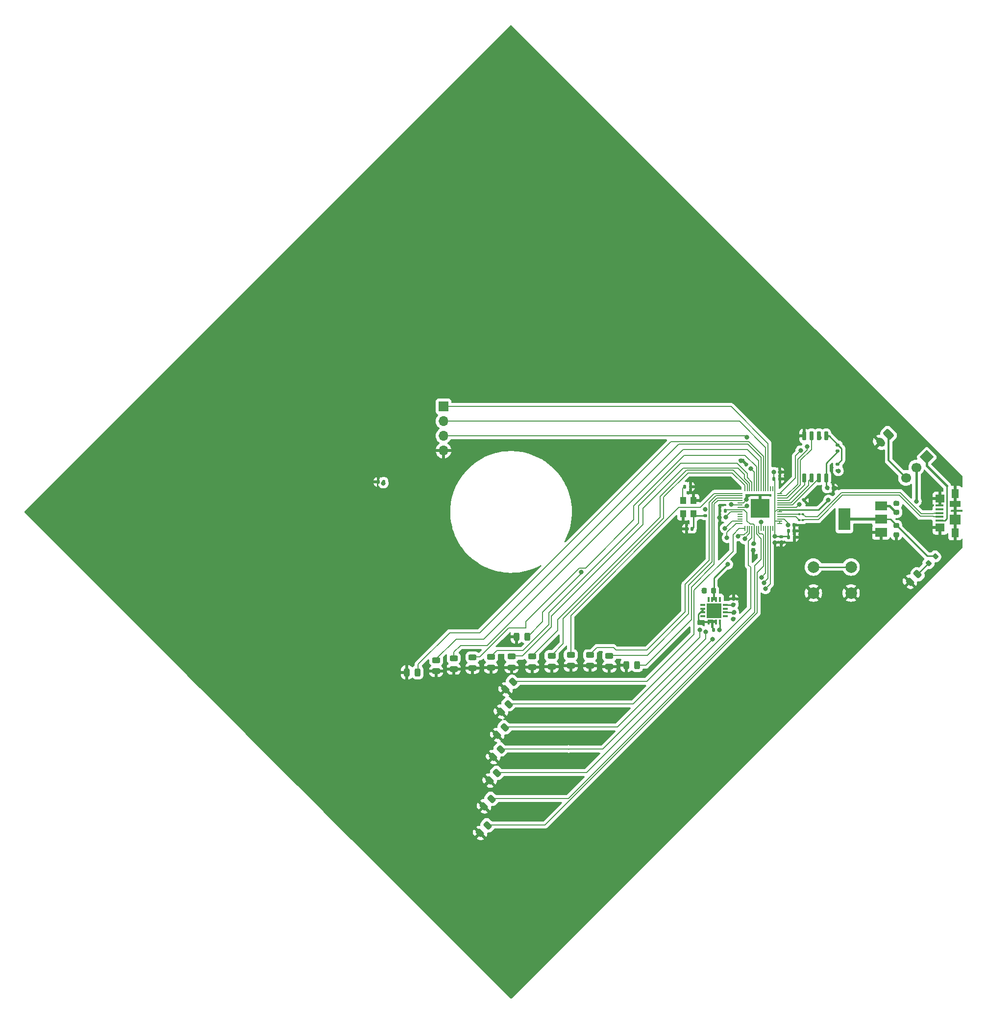
<source format=gbr>
%TF.GenerationSoftware,KiCad,Pcbnew,(6.0.2-0)*%
%TF.CreationDate,2022-04-16T18:23:20-06:00*%
%TF.ProjectId,Graduation Cap,47726164-7561-4746-996f-6e204361702e,rev?*%
%TF.SameCoordinates,Original*%
%TF.FileFunction,Copper,L1,Top*%
%TF.FilePolarity,Positive*%
%FSLAX46Y46*%
G04 Gerber Fmt 4.6, Leading zero omitted, Abs format (unit mm)*
G04 Created by KiCad (PCBNEW (6.0.2-0)) date 2022-04-16 18:23:20*
%MOMM*%
%LPD*%
G01*
G04 APERTURE LIST*
G04 Aperture macros list*
%AMRoundRect*
0 Rectangle with rounded corners*
0 $1 Rounding radius*
0 $2 $3 $4 $5 $6 $7 $8 $9 X,Y pos of 4 corners*
0 Add a 4 corners polygon primitive as box body*
4,1,4,$2,$3,$4,$5,$6,$7,$8,$9,$2,$3,0*
0 Add four circle primitives for the rounded corners*
1,1,$1+$1,$2,$3*
1,1,$1+$1,$4,$5*
1,1,$1+$1,$6,$7*
1,1,$1+$1,$8,$9*
0 Add four rect primitives between the rounded corners*
20,1,$1+$1,$2,$3,$4,$5,0*
20,1,$1+$1,$4,$5,$6,$7,0*
20,1,$1+$1,$6,$7,$8,$9,0*
20,1,$1+$1,$8,$9,$2,$3,0*%
%AMHorizOval*
0 Thick line with rounded ends*
0 $1 width*
0 $2 $3 position (X,Y) of the first rounded end (center of the circle)*
0 $4 $5 position (X,Y) of the second rounded end (center of the circle)*
0 Add line between two ends*
20,1,$1,$2,$3,$4,$5,0*
0 Add two circle primitives to create the rounded ends*
1,1,$1,$2,$3*
1,1,$1,$4,$5*%
%AMRotRect*
0 Rectangle, with rotation*
0 The origin of the aperture is its center*
0 $1 length*
0 $2 width*
0 $3 Rotation angle, in degrees counterclockwise*
0 Add horizontal line*
21,1,$1,$2,0,0,$3*%
G04 Aperture macros list end*
%TA.AperFunction,SMDPad,CuDef*%
%ADD10RoundRect,0.135000X-0.185000X0.135000X-0.185000X-0.135000X0.185000X-0.135000X0.185000X0.135000X0*%
%TD*%
%TA.AperFunction,SMDPad,CuDef*%
%ADD11RoundRect,0.225000X0.250000X-0.225000X0.250000X0.225000X-0.250000X0.225000X-0.250000X-0.225000X0*%
%TD*%
%TA.AperFunction,SMDPad,CuDef*%
%ADD12RoundRect,0.140000X-0.170000X0.140000X-0.170000X-0.140000X0.170000X-0.140000X0.170000X0.140000X0*%
%TD*%
%TA.AperFunction,SMDPad,CuDef*%
%ADD13RoundRect,0.140000X0.140000X0.170000X-0.140000X0.170000X-0.140000X-0.170000X0.140000X-0.170000X0*%
%TD*%
%TA.AperFunction,SMDPad,CuDef*%
%ADD14RoundRect,0.100000X0.130000X0.100000X-0.130000X0.100000X-0.130000X-0.100000X0.130000X-0.100000X0*%
%TD*%
%TA.AperFunction,SMDPad,CuDef*%
%ADD15RoundRect,0.243750X0.150260X-0.494975X0.494975X-0.150260X-0.150260X0.494975X-0.494975X0.150260X0*%
%TD*%
%TA.AperFunction,SMDPad,CuDef*%
%ADD16RoundRect,0.135000X0.185000X-0.135000X0.185000X0.135000X-0.185000X0.135000X-0.185000X-0.135000X0*%
%TD*%
%TA.AperFunction,SMDPad,CuDef*%
%ADD17RoundRect,0.243750X-0.243750X-0.456250X0.243750X-0.456250X0.243750X0.456250X-0.243750X0.456250X0*%
%TD*%
%TA.AperFunction,ComponentPad*%
%ADD18C,2.000000*%
%TD*%
%TA.AperFunction,SMDPad,CuDef*%
%ADD19RoundRect,0.200000X-0.053033X0.335876X-0.335876X0.053033X0.053033X-0.335876X0.335876X-0.053033X0*%
%TD*%
%TA.AperFunction,SMDPad,CuDef*%
%ADD20RoundRect,0.243750X0.456250X-0.243750X0.456250X0.243750X-0.456250X0.243750X-0.456250X-0.243750X0*%
%TD*%
%TA.AperFunction,SMDPad,CuDef*%
%ADD21RoundRect,0.140000X-0.140000X-0.170000X0.140000X-0.170000X0.140000X0.170000X-0.140000X0.170000X0*%
%TD*%
%TA.AperFunction,ComponentPad*%
%ADD22R,1.700000X1.700000*%
%TD*%
%TA.AperFunction,ComponentPad*%
%ADD23O,1.700000X1.700000*%
%TD*%
%TA.AperFunction,SMDPad,CuDef*%
%ADD24R,2.000000X1.500000*%
%TD*%
%TA.AperFunction,SMDPad,CuDef*%
%ADD25R,2.000000X3.800000*%
%TD*%
%TA.AperFunction,SMDPad,CuDef*%
%ADD26RoundRect,0.140000X0.021213X-0.219203X0.219203X-0.021213X-0.021213X0.219203X-0.219203X0.021213X0*%
%TD*%
%TA.AperFunction,SMDPad,CuDef*%
%ADD27R,0.200000X0.850000*%
%TD*%
%TA.AperFunction,SMDPad,CuDef*%
%ADD28R,0.850000X0.200000*%
%TD*%
%TA.AperFunction,SMDPad,CuDef*%
%ADD29R,3.200000X3.200000*%
%TD*%
%TA.AperFunction,SMDPad,CuDef*%
%ADD30RoundRect,0.140000X0.219203X0.021213X0.021213X0.219203X-0.219203X-0.021213X-0.021213X-0.219203X0*%
%TD*%
%TA.AperFunction,SMDPad,CuDef*%
%ADD31RoundRect,0.225000X-0.225000X-0.250000X0.225000X-0.250000X0.225000X0.250000X-0.225000X0.250000X0*%
%TD*%
%TA.AperFunction,SMDPad,CuDef*%
%ADD32RoundRect,0.147500X-0.147500X-0.172500X0.147500X-0.172500X0.147500X0.172500X-0.147500X0.172500X0*%
%TD*%
%TA.AperFunction,ComponentPad*%
%ADD33RotRect,1.700000X1.700000X315.000000*%
%TD*%
%TA.AperFunction,ComponentPad*%
%ADD34HorizOval,1.700000X0.000000X0.000000X0.000000X0.000000X0*%
%TD*%
%TA.AperFunction,SMDPad,CuDef*%
%ADD35RoundRect,0.225000X-0.250000X0.225000X-0.250000X-0.225000X0.250000X-0.225000X0.250000X0.225000X0*%
%TD*%
%TA.AperFunction,SMDPad,CuDef*%
%ADD36R,1.380000X0.450000*%
%TD*%
%TA.AperFunction,SMDPad,CuDef*%
%ADD37R,1.300000X1.650000*%
%TD*%
%TA.AperFunction,SMDPad,CuDef*%
%ADD38R,1.550000X1.425000*%
%TD*%
%TA.AperFunction,SMDPad,CuDef*%
%ADD39R,1.900000X1.000000*%
%TD*%
%TA.AperFunction,SMDPad,CuDef*%
%ADD40R,1.900000X1.800000*%
%TD*%
%TA.AperFunction,SMDPad,CuDef*%
%ADD41RoundRect,0.150000X-0.150000X0.650000X-0.150000X-0.650000X0.150000X-0.650000X0.150000X0.650000X0*%
%TD*%
%TA.AperFunction,ComponentPad*%
%ADD42RoundRect,0.250000X-0.194454X0.689429X-0.689429X0.194454X0.194454X-0.689429X0.689429X-0.194454X0*%
%TD*%
%TA.AperFunction,ComponentPad*%
%ADD43HorizOval,1.200000X-0.194454X0.194454X0.194454X-0.194454X0*%
%TD*%
%TA.AperFunction,SMDPad,CuDef*%
%ADD44R,1.050000X1.300000*%
%TD*%
%TA.AperFunction,SMDPad,CuDef*%
%ADD45R,0.950000X0.350000*%
%TD*%
%TA.AperFunction,SMDPad,CuDef*%
%ADD46R,0.350000X0.950000*%
%TD*%
%TA.AperFunction,SMDPad,CuDef*%
%ADD47R,2.550000X2.550000*%
%TD*%
%TA.AperFunction,ViaPad*%
%ADD48C,0.800000*%
%TD*%
%TA.AperFunction,ViaPad*%
%ADD49C,0.400000*%
%TD*%
%TA.AperFunction,Conductor*%
%ADD50C,0.200000*%
%TD*%
%TA.AperFunction,Conductor*%
%ADD51C,0.250000*%
%TD*%
%TA.AperFunction,Conductor*%
%ADD52C,0.500000*%
%TD*%
%TA.AperFunction,Conductor*%
%ADD53C,0.300000*%
%TD*%
%TA.AperFunction,Conductor*%
%ADD54C,0.450000*%
%TD*%
%TA.AperFunction,Conductor*%
%ADD55C,0.400000*%
%TD*%
G04 APERTURE END LIST*
D10*
%TO.P,R3,1*%
%TO.N,/XOUT*%
X160000000Y-100110000D03*
%TO.P,R3,2*%
%TO.N,Net-(C5-Pad1)*%
X160000000Y-101130000D03*
%TD*%
D11*
%TO.P,C1,1*%
%TO.N,VBUS*%
X193030000Y-100532500D03*
%TO.P,C1,2*%
%TO.N,GND*%
X193030000Y-98982500D03*
%TD*%
D12*
%TO.P,C11,1*%
%TO.N,/Y_Axis*%
X164900000Y-117950000D03*
%TO.P,C11,2*%
%TO.N,GND*%
X164900000Y-118910000D03*
%TD*%
D13*
%TO.P,C20,1*%
%TO.N,+3V3*%
X163447500Y-100290000D03*
%TO.P,C20,2*%
%TO.N,GND*%
X162487500Y-100290000D03*
%TD*%
D14*
%TO.P,R5,1*%
%TO.N,/USB_D-*%
X176847500Y-101850000D03*
%TO.P,R5,2*%
%TO.N,Net-(IC2-Pad46)*%
X176207500Y-101850000D03*
%TD*%
D15*
%TO.P,D17,1,K*%
%TO.N,GND*%
X195331658Y-112558342D03*
%TO.P,D17,2,A*%
%TO.N,Net-(D17-Pad2)*%
X196657484Y-111232516D03*
%TD*%
D16*
%TO.P,R1,1*%
%TO.N,/~USB_BOOT*%
X182877500Y-93300000D03*
%TO.P,R1,2*%
%TO.N,/QSPI_SS*%
X182877500Y-92280000D03*
%TD*%
D15*
%TO.P,D16,1,K*%
%TO.N,GND*%
X124021658Y-138998342D03*
%TO.P,D16,2,A*%
%TO.N,/LED15*%
X125347484Y-137672516D03*
%TD*%
D17*
%TO.P,D13,1,K*%
%TO.N,GND*%
X127345000Y-122020000D03*
%TO.P,D13,2,A*%
%TO.N,/LED12*%
X129220000Y-122020000D03*
%TD*%
D13*
%TO.P,C9,1*%
%TO.N,/Z_Axis*%
X162380000Y-120892500D03*
%TO.P,C9,2*%
%TO.N,GND*%
X161420000Y-120892500D03*
%TD*%
D18*
%TO.P,J1,1,Pin_1*%
%TO.N,/~USB_BOOT*%
X185170000Y-109990000D03*
X178670000Y-109990000D03*
%TO.P,J1,2,Pin_2*%
%TO.N,GND*%
X178670000Y-114490000D03*
X185170000Y-114490000D03*
%TD*%
D19*
%TO.P,R6,1*%
%TO.N,+3V3*%
X199733363Y-108156637D03*
%TO.P,R6,2*%
%TO.N,Net-(D17-Pad2)*%
X198566637Y-109323363D03*
%TD*%
D20*
%TO.P,D4,1,K*%
%TO.N,GND*%
X119780000Y-127447500D03*
%TO.P,D4,2,A*%
%TO.N,/LED3*%
X119780000Y-125572500D03*
%TD*%
D21*
%TO.P,C13,1*%
%TO.N,+3V3*%
X174380000Y-103780000D03*
%TO.P,C13,2*%
%TO.N,GND*%
X175340000Y-103780000D03*
%TD*%
D12*
%TO.P,C19,1*%
%TO.N,+3V3*%
X173100000Y-104740000D03*
%TO.P,C19,2*%
%TO.N,GND*%
X173100000Y-105700000D03*
%TD*%
%TO.P,C16,1*%
%TO.N,+3V3*%
X168310000Y-106050000D03*
%TO.P,C16,2*%
%TO.N,GND*%
X168310000Y-107010000D03*
%TD*%
D14*
%TO.P,R4,2*%
%TO.N,Net-(IC2-Pad47)*%
X176210000Y-100880000D03*
%TO.P,R4,1*%
%TO.N,/USB_D+*%
X176850000Y-100880000D03*
%TD*%
D22*
%TO.P,J3,1,Pin_1*%
%TO.N,/OLED_SDA*%
X114765000Y-82260000D03*
D23*
%TO.P,J3,2,Pin_2*%
%TO.N,/OLED_SCL*%
X114765000Y-84800000D03*
%TO.P,J3,3,Pin_3*%
%TO.N,+3V3*%
X114765000Y-87340000D03*
%TO.P,J3,4,Pin_4*%
%TO.N,GND*%
X114765000Y-89880000D03*
%TD*%
D24*
%TO.P,U1,1,GND*%
%TO.N,GND*%
X190330000Y-104037500D03*
%TO.P,U1,2,VO*%
%TO.N,+3V3*%
X190330000Y-101737500D03*
D25*
X184030000Y-101737500D03*
D24*
%TO.P,U1,3,VI*%
%TO.N,VBUS*%
X190330000Y-99437500D03*
%TD*%
D26*
%TO.P,C6,1*%
%TO.N,+1V1*%
X176310589Y-99139411D03*
%TO.P,C6,2*%
%TO.N,GND*%
X176989411Y-98460589D03*
%TD*%
D20*
%TO.P,D8,1,K*%
%TO.N,GND*%
X133440000Y-127205000D03*
%TO.P,D8,2,A*%
%TO.N,/LED7*%
X133440000Y-125330000D03*
%TD*%
D21*
%TO.P,C4,1*%
%TO.N,/XIN*%
X156440000Y-96100000D03*
%TO.P,C4,2*%
%TO.N,GND*%
X157400000Y-96100000D03*
%TD*%
D15*
%TO.P,D15,1,K*%
%TO.N,GND*%
X125471658Y-131138342D03*
%TO.P,D15,2,A*%
%TO.N,/LED14*%
X126797484Y-129812516D03*
%TD*%
D21*
%TO.P,C17,1*%
%TO.N,+3V3*%
X171880000Y-93610000D03*
%TO.P,C17,2*%
%TO.N,GND*%
X172840000Y-93610000D03*
%TD*%
D17*
%TO.P,D12,1,K*%
%TO.N,GND*%
X146345000Y-126940000D03*
%TO.P,D12,2,A*%
%TO.N,/LED11*%
X148220000Y-126940000D03*
%TD*%
D27*
%TO.P,IC2,1,IOVDD_1*%
%TO.N,+3V3*%
X172030000Y-96440000D03*
%TO.P,IC2,2,GPIO0*%
%TO.N,unconnected-(IC2-Pad2)*%
X171630000Y-96440000D03*
%TO.P,IC2,3,GPIO1*%
%TO.N,unconnected-(IC2-Pad3)*%
X171230000Y-96440000D03*
%TO.P,IC2,4,GPIO2*%
%TO.N,/OLED_SDA*%
X170830000Y-96440000D03*
%TO.P,IC2,5,GPIO3*%
%TO.N,/OLED_SCL*%
X170430000Y-96440000D03*
%TO.P,IC2,6,GPIO4*%
%TO.N,/LED0*%
X170030000Y-96440000D03*
%TO.P,IC2,7,GPIO5*%
%TO.N,/LED1*%
X169630000Y-96440000D03*
%TO.P,IC2,8,GPIO6*%
%TO.N,/LED2*%
X169230000Y-96440000D03*
%TO.P,IC2,9,GPIO7*%
%TO.N,/LED3*%
X168830000Y-96440000D03*
%TO.P,IC2,10,IOVDD_2*%
%TO.N,+3V3*%
X168430000Y-96440000D03*
%TO.P,IC2,11,GPIO8*%
%TO.N,/LED4*%
X168030000Y-96440000D03*
%TO.P,IC2,12,GPIO9*%
%TO.N,/LED5*%
X167630000Y-96440000D03*
%TO.P,IC2,13,GPIO10*%
%TO.N,/LED6*%
X167230000Y-96440000D03*
%TO.P,IC2,14,GPIO11*%
%TO.N,/LED7*%
X166830000Y-96440000D03*
D28*
%TO.P,IC2,15,GPIO12*%
%TO.N,/LED8*%
X165980000Y-97290000D03*
%TO.P,IC2,16,GPIO13*%
%TO.N,/LED9*%
X165980000Y-97690000D03*
%TO.P,IC2,17,GPIO14*%
%TO.N,/LED10*%
X165980000Y-98090000D03*
%TO.P,IC2,18,GPIO15*%
%TO.N,/LED11*%
X165980000Y-98490000D03*
%TO.P,IC2,19,TESTEN*%
%TO.N,GND*%
X165980000Y-98890000D03*
%TO.P,IC2,20,XIN*%
%TO.N,/XIN*%
X165980000Y-99290000D03*
%TO.P,IC2,21,XOUT*%
%TO.N,/XOUT*%
X165980000Y-99690000D03*
%TO.P,IC2,22,IOVDD_3*%
%TO.N,+3V3*%
X165980000Y-100090000D03*
%TO.P,IC2,23,DVDD_1*%
%TO.N,+1V1*%
X165980000Y-100490000D03*
%TO.P,IC2,24,SWCLK*%
%TO.N,unconnected-(IC2-Pad24)*%
X165980000Y-100890000D03*
%TO.P,IC2,25,SWDIO*%
%TO.N,unconnected-(IC2-Pad25)*%
X165980000Y-101290000D03*
%TO.P,IC2,26,RUN*%
%TO.N,unconnected-(IC2-Pad26)*%
X165980000Y-101690000D03*
%TO.P,IC2,27,GPIO16*%
%TO.N,/LED12*%
X165980000Y-102090000D03*
%TO.P,IC2,28,GPIO17*%
%TO.N,/LED13*%
X165980000Y-102490000D03*
D27*
%TO.P,IC2,29,GPIO18*%
%TO.N,/LED14*%
X166830000Y-103340000D03*
%TO.P,IC2,30,GPIO19*%
%TO.N,/LED15*%
X167230000Y-103340000D03*
%TO.P,IC2,31,GPIO20*%
%TO.N,/LED16*%
X167630000Y-103340000D03*
%TO.P,IC2,32,GPIO21*%
%TO.N,/LED17*%
X168030000Y-103340000D03*
%TO.P,IC2,33,IOVDD_4*%
%TO.N,+3V3*%
X168430000Y-103340000D03*
%TO.P,IC2,34,GPIO22*%
%TO.N,/LED18*%
X168830000Y-103340000D03*
%TO.P,IC2,35,GPIO23*%
%TO.N,/LED19*%
X169230000Y-103340000D03*
%TO.P,IC2,36,GPIO24*%
%TO.N,/LED20*%
X169630000Y-103340000D03*
%TO.P,IC2,37,GPIO25*%
%TO.N,unconnected-(IC2-Pad37)*%
X170030000Y-103340000D03*
%TO.P,IC2,38,GPIO26/ADC0*%
%TO.N,/X_Axis*%
X170430000Y-103340000D03*
%TO.P,IC2,39,GPIO27/ADC1*%
%TO.N,/Y_Axis*%
X170830000Y-103340000D03*
%TO.P,IC2,40,GPIO28/ADC2*%
%TO.N,/Z_Axis*%
X171230000Y-103340000D03*
%TO.P,IC2,41,GPIO29/ADC3*%
%TO.N,unconnected-(IC2-Pad41)*%
X171630000Y-103340000D03*
%TO.P,IC2,42,IOVDD_5*%
%TO.N,+3V3*%
X172030000Y-103340000D03*
D28*
%TO.P,IC2,43,ADC_AVDD*%
X172880000Y-102490000D03*
%TO.P,IC2,44,VREG_VIN*%
X172880000Y-102090000D03*
%TO.P,IC2,45,VREG_VOUT*%
%TO.N,+1V1*%
X172880000Y-101690000D03*
%TO.P,IC2,46,USB_DM*%
%TO.N,Net-(IC2-Pad46)*%
X172880000Y-101290000D03*
%TO.P,IC2,47,USB_DP*%
%TO.N,Net-(IC2-Pad47)*%
X172880000Y-100890000D03*
%TO.P,IC2,48,USB_VDD*%
%TO.N,+3V3*%
X172880000Y-100490000D03*
%TO.P,IC2,49,IOVDD_6*%
X172880000Y-100090000D03*
%TO.P,IC2,50,DVDD_2*%
%TO.N,+1V1*%
X172880000Y-99690000D03*
%TO.P,IC2,51,QSPI_SD3*%
%TO.N,/QSPI_SD3*%
X172880000Y-99290000D03*
%TO.P,IC2,52,QSPI_SCLK*%
%TO.N,/QSPI_SCLK*%
X172880000Y-98890000D03*
%TO.P,IC2,53,QSPI_SD0*%
%TO.N,/QSPI_SD0*%
X172880000Y-98490000D03*
%TO.P,IC2,54,QSPI_SD2*%
%TO.N,/QSPI_SD2*%
X172880000Y-98090000D03*
%TO.P,IC2,55,QSPI_SD1*%
%TO.N,/QSPI_SD1*%
X172880000Y-97690000D03*
%TO.P,IC2,56,QSPI_SS_N*%
%TO.N,/QSPI_SS*%
X172880000Y-97290000D03*
D29*
%TO.P,IC2,57,GND*%
%TO.N,GND*%
X169430000Y-99890000D03*
%TD*%
D12*
%TO.P,C15,1*%
%TO.N,+3V3*%
X172010000Y-104760000D03*
%TO.P,C15,2*%
%TO.N,GND*%
X172010000Y-105720000D03*
%TD*%
D21*
%TO.P,C10,1*%
%TO.N,+1V1*%
X174380000Y-102750000D03*
%TO.P,C10,2*%
%TO.N,GND*%
X175340000Y-102750000D03*
%TD*%
D20*
%TO.P,D6,1,K*%
%TO.N,GND*%
X126500000Y-127335000D03*
%TO.P,D6,2,A*%
%TO.N,/LED5*%
X126500000Y-125460000D03*
%TD*%
D15*
%TO.P,D18,1,K*%
%TO.N,GND*%
X123321658Y-142818342D03*
%TO.P,D18,2,A*%
%TO.N,/LED16*%
X124647484Y-141492516D03*
%TD*%
D16*
%TO.P,R2,1*%
%TO.N,+3V3*%
X182877500Y-89960000D03*
%TO.P,R2,2*%
%TO.N,/QSPI_SS*%
X182877500Y-88940000D03*
%TD*%
D30*
%TO.P,C18,1*%
%TO.N,+3V3*%
X167789411Y-92969411D03*
%TO.P,C18,2*%
%TO.N,GND*%
X167110589Y-92290589D03*
%TD*%
D31*
%TO.P,C8,1*%
%TO.N,GND*%
X159847500Y-114085000D03*
%TO.P,C8,2*%
%TO.N,+3V3*%
X161397500Y-114085000D03*
%TD*%
D13*
%TO.P,C7,1*%
%TO.N,+1V1*%
X163457500Y-101370000D03*
%TO.P,C7,2*%
%TO.N,GND*%
X162497500Y-101370000D03*
%TD*%
D15*
%TO.P,D20,1,K*%
%TO.N,GND*%
X121747087Y-151352913D03*
%TO.P,D20,2,A*%
%TO.N,/LED18*%
X123072913Y-150027087D03*
%TD*%
D20*
%TO.P,D9,1,K*%
%TO.N,GND*%
X136750000Y-127057500D03*
%TO.P,D9,2,A*%
%TO.N,/LED8*%
X136750000Y-125182500D03*
%TD*%
D32*
%TO.P,D22,2,A*%
%TO.N,/LED20*%
X104435000Y-95290000D03*
%TO.P,D22,1,K*%
%TO.N,GND*%
X103465000Y-95290000D03*
%TD*%
D15*
%TO.P,D14,1,K*%
%TO.N,GND*%
X124657087Y-135012913D03*
%TO.P,D14,2,A*%
%TO.N,/LED13*%
X125982913Y-133687087D03*
%TD*%
D33*
%TO.P,J5,1,Pin_1*%
%TO.N,/USB_5V*%
X198250000Y-91000000D03*
D34*
%TO.P,J5,2,Pin_2*%
%TO.N,VBUS*%
X196453949Y-92796051D03*
%TO.P,J5,3,Pin_3*%
%TO.N,/Bat*%
X194657898Y-94592102D03*
%TD*%
D20*
%TO.P,D3,1,K*%
%TO.N,GND*%
X116530000Y-127607500D03*
%TO.P,D3,2,A*%
%TO.N,/LED2*%
X116530000Y-125732500D03*
%TD*%
%TO.P,D5,1,K*%
%TO.N,GND*%
X122970000Y-127387500D03*
%TO.P,D5,2,A*%
%TO.N,/LED4*%
X122970000Y-125512500D03*
%TD*%
D35*
%TO.P,C2,1*%
%TO.N,+3V3*%
X192990000Y-102855000D03*
%TO.P,C2,2*%
%TO.N,GND*%
X192990000Y-104405000D03*
%TD*%
D36*
%TO.P,J2,1,VBUS*%
%TO.N,/USB_5V*%
X200480000Y-101990000D03*
%TO.P,J2,2,D-*%
%TO.N,/USB_D-*%
X200480000Y-101340000D03*
%TO.P,J2,3,D+*%
%TO.N,/USB_D+*%
X200480000Y-100690000D03*
%TO.P,J2,4,ID*%
%TO.N,unconnected-(J2-Pad4)*%
X200480000Y-100040000D03*
%TO.P,J2,5,GND*%
%TO.N,GND*%
X200480000Y-99390000D03*
D37*
%TO.P,J2,6,Shield*%
X203140000Y-104065000D03*
D38*
X200565000Y-103177500D03*
D39*
X203140000Y-99140000D03*
D38*
X200565000Y-98202500D03*
D37*
X203140000Y-97315000D03*
D40*
X203140000Y-101840000D03*
%TD*%
D13*
%TO.P,C5,1*%
%TO.N,Net-(C5-Pad1)*%
X157700000Y-103380000D03*
%TO.P,C5,2*%
%TO.N,GND*%
X156740000Y-103380000D03*
%TD*%
D17*
%TO.P,D1,1,K*%
%TO.N,GND*%
X108422500Y-128190000D03*
%TO.P,D1,2,A*%
%TO.N,/LED0*%
X110297500Y-128190000D03*
%TD*%
D41*
%TO.P,U2,1,~{CS}*%
%TO.N,/QSPI_SS*%
X180885000Y-87370000D03*
%TO.P,U2,2,DO(IO1)*%
%TO.N,/QSPI_SD1*%
X179615000Y-87370000D03*
%TO.P,U2,3,IO2*%
%TO.N,/QSPI_SD2*%
X178345000Y-87370000D03*
%TO.P,U2,4,GND*%
%TO.N,GND*%
X177075000Y-87370000D03*
%TO.P,U2,5,DI(IO0)*%
%TO.N,/QSPI_SD0*%
X177075000Y-94570000D03*
%TO.P,U2,6,CLK*%
%TO.N,/QSPI_SCLK*%
X178345000Y-94570000D03*
%TO.P,U2,7,IO3*%
%TO.N,/QSPI_SD3*%
X179615000Y-94570000D03*
%TO.P,U2,8,VCC*%
%TO.N,+3V3*%
X180885000Y-94570000D03*
%TD*%
D21*
%TO.P,C14,1*%
%TO.N,+3V3*%
X171870000Y-94790000D03*
%TO.P,C14,2*%
%TO.N,GND*%
X172830000Y-94790000D03*
%TD*%
D15*
%TO.P,D19,1,K*%
%TO.N,GND*%
X122707087Y-146882913D03*
%TO.P,D19,2,A*%
%TO.N,/LED17*%
X124032913Y-145557087D03*
%TD*%
D20*
%TO.P,D2,1,K*%
%TO.N,GND*%
X113490000Y-127967500D03*
%TO.P,D2,2,A*%
%TO.N,/LED1*%
X113490000Y-126092500D03*
%TD*%
D12*
%TO.P,C12,1*%
%TO.N,GND*%
X164910000Y-115502500D03*
%TO.P,C12,2*%
%TO.N,/X_Axis*%
X164910000Y-116462500D03*
%TD*%
D15*
%TO.P,D21,1,K*%
%TO.N,GND*%
X121067087Y-155932913D03*
%TO.P,D21,2,A*%
%TO.N,/LED19*%
X122392913Y-154607087D03*
%TD*%
D20*
%TO.P,D7,1,K*%
%TO.N,GND*%
X130090000Y-127297500D03*
%TO.P,D7,2,A*%
%TO.N,/LED6*%
X130090000Y-125422500D03*
%TD*%
D42*
%TO.P,J4,1,Pin_1*%
%TO.N,/Bat*%
X191669519Y-87055305D03*
D43*
%TO.P,J4,2,Pin_2*%
%TO.N,GND*%
X190255305Y-88469519D03*
%TD*%
D44*
%TO.P,Y1,4,GND_2*%
%TO.N,GND*%
X157935000Y-98530000D03*
%TO.P,Y1,3,CRYSTAL_2*%
%TO.N,Net-(C5-Pad1)*%
X157935000Y-100830000D03*
%TO.P,Y1,2,GND_1*%
%TO.N,GND*%
X156185000Y-100830000D03*
%TO.P,Y1,1,CRYSTAL_1*%
%TO.N,/XIN*%
X156185000Y-98530000D03*
%TD*%
D21*
%TO.P,C21,1*%
%TO.N,+3V3*%
X174390000Y-104830000D03*
%TO.P,C21,2*%
%TO.N,GND*%
X175350000Y-104830000D03*
%TD*%
D45*
%TO.P,IC1,1,NC_1*%
%TO.N,unconnected-(IC1-Pad1)*%
X159567250Y-116550000D03*
%TO.P,IC1,2,ST*%
%TO.N,GND*%
X159567250Y-117200000D03*
%TO.P,IC1,3,COM_1*%
X159567250Y-117850000D03*
%TO.P,IC1,4,NC_2*%
%TO.N,unconnected-(IC1-Pad4)*%
X159567250Y-118500000D03*
D46*
%TO.P,IC1,5,COM_2*%
%TO.N,GND*%
X160542250Y-119475000D03*
%TO.P,IC1,6,COM_3*%
X161192250Y-119475000D03*
%TO.P,IC1,7,COM_4*%
X161842250Y-119475000D03*
%TO.P,IC1,8,ZOUT*%
%TO.N,/Z_Axis*%
X162492250Y-119475000D03*
D45*
%TO.P,IC1,9,NC_3*%
%TO.N,unconnected-(IC1-Pad9)*%
X163467250Y-118500000D03*
%TO.P,IC1,10,YOUT*%
%TO.N,/Y_Axis*%
X163467250Y-117850000D03*
%TO.P,IC1,11,NC_4*%
%TO.N,unconnected-(IC1-Pad11)*%
X163467250Y-117200000D03*
%TO.P,IC1,12,XOUT*%
%TO.N,/X_Axis*%
X163467250Y-116550000D03*
D46*
%TO.P,IC1,13,NC_5*%
%TO.N,unconnected-(IC1-Pad13)*%
X162492250Y-115575000D03*
%TO.P,IC1,14,VS_1*%
%TO.N,+3V3*%
X161842250Y-115575000D03*
%TO.P,IC1,15,VS_2*%
X161192250Y-115575000D03*
%TO.P,IC1,16,NC_6*%
%TO.N,unconnected-(IC1-Pad16)*%
X160542250Y-115575000D03*
D47*
%TO.P,IC1,17,EP*%
%TO.N,unconnected-(IC1-Pad17)*%
X161517250Y-117525000D03*
%TD*%
D20*
%TO.P,D11,1,K*%
%TO.N,GND*%
X143420000Y-127197500D03*
%TO.P,D11,2,A*%
%TO.N,/LED10*%
X143420000Y-125322500D03*
%TD*%
D21*
%TO.P,C3,1*%
%TO.N,+3V3*%
X181140000Y-96370000D03*
%TO.P,C3,2*%
%TO.N,GND*%
X182100000Y-96370000D03*
%TD*%
D20*
%TO.P,D10,1,K*%
%TO.N,GND*%
X140090000Y-127077500D03*
%TO.P,D10,2,A*%
%TO.N,/LED9*%
X140090000Y-125202500D03*
%TD*%
D48*
%TO.N,GND*%
X127440000Y-121980000D03*
X165360000Y-113190000D03*
%TO.N,+3V3*%
X168370000Y-105980000D03*
X167160000Y-87600000D03*
X172030000Y-104650000D03*
X167860000Y-93020000D03*
X163870000Y-109530000D03*
X184210000Y-101690000D03*
X181021250Y-96338750D03*
X171811250Y-93628750D03*
X181266278Y-98416278D03*
%TO.N,/XOUT*%
X167180000Y-99470000D03*
X159990500Y-100030000D03*
%TO.N,/QSPI_SS*%
X176460000Y-89910000D03*
X180950000Y-87400000D03*
%TO.N,/~USB_BOOT*%
X182990000Y-93390000D03*
%TO.N,/LED12*%
X138540000Y-110850000D03*
X163400000Y-103310000D03*
%TO.N,GND*%
X173150000Y-105800000D03*
X156230000Y-100940000D03*
X182450000Y-96420000D03*
X202970000Y-99200000D03*
X169380000Y-99920000D03*
X158060000Y-98500000D03*
X172970000Y-93580000D03*
X192950000Y-98920000D03*
X166170000Y-91640000D03*
X172040000Y-105820000D03*
X168300000Y-107130000D03*
D49*
X161840000Y-119470000D03*
D48*
X167070000Y-98370000D03*
X162450000Y-101430000D03*
X159760000Y-114110000D03*
X164760000Y-119010000D03*
X164880000Y-115450000D03*
X200510000Y-98250000D03*
X156720000Y-103400000D03*
%TO.N,/XIN*%
X164490000Y-99189500D03*
X156110000Y-98370000D03*
%TO.N,+1V1*%
X163545000Y-101370000D03*
X176248717Y-99201283D03*
X174292500Y-102750000D03*
%TO.N,/LED13*%
X163740000Y-104940000D03*
X159060000Y-120880000D03*
%TO.N,/LED15*%
X160100000Y-121210000D03*
X165620000Y-104660000D03*
%TO.N,/LED16*%
X166810000Y-105150000D03*
X161230000Y-122500000D03*
%TO.N,/LED20*%
X104358537Y-95500434D03*
X169630000Y-102220000D03*
%TO.N,/X_Axis*%
X164760000Y-116520000D03*
X169700000Y-111780000D03*
%TO.N,/Y_Axis*%
X170105937Y-112693357D03*
X164930000Y-117790000D03*
%TO.N,/Z_Axis*%
X162450000Y-120890000D03*
X170380000Y-113760000D03*
%TO.N,/QSPI_SD1*%
X179670000Y-87660000D03*
X177580000Y-89180000D03*
%TO.N,VBUS*%
X193030000Y-100650000D03*
X196453949Y-98646051D03*
%TD*%
D50*
%TO.N,Net-(IC2-Pad47)*%
X172880000Y-100890000D02*
X176112500Y-100890000D01*
X176112500Y-100890000D02*
X176122500Y-100880000D01*
%TO.N,Net-(IC2-Pad46)*%
X172880000Y-101290000D02*
X175620000Y-101290000D01*
X175620000Y-101290000D02*
X176120000Y-101790000D01*
%TO.N,/USB_D+*%
X200480000Y-100690000D02*
X199444999Y-100690000D01*
X199444999Y-100690000D02*
X199344999Y-100790000D01*
X199344999Y-100790000D02*
X197308200Y-100790000D01*
X197308200Y-100790000D02*
X193663200Y-97145000D01*
X193663200Y-97145000D02*
X183526800Y-97145000D01*
X183526800Y-97145000D02*
X179331801Y-101339999D01*
X179331801Y-101339999D02*
X177309999Y-101339999D01*
X177309999Y-101339999D02*
X176937500Y-100967500D01*
X176937500Y-100967500D02*
X176937500Y-100880000D01*
%TO.N,/LED3*%
X121065000Y-125485000D02*
X126050000Y-120500000D01*
X128950000Y-119450741D02*
X138250252Y-110150489D01*
X128950000Y-120500000D02*
X128950000Y-119450741D01*
X126050000Y-120500000D02*
X128950000Y-120500000D01*
X119780000Y-125485000D02*
X121065000Y-125485000D01*
X156340000Y-90720000D02*
X166870000Y-90720000D01*
X139299511Y-110150489D02*
X147630000Y-101820000D01*
X138250252Y-110150489D02*
X139299511Y-110150489D01*
X166870000Y-90720000D02*
X168830000Y-92680000D01*
X147630000Y-101820000D02*
X147630000Y-99430000D01*
X147630000Y-99430000D02*
X156340000Y-90720000D01*
X168830000Y-92680000D02*
X168830000Y-96440000D01*
%TO.N,/LED2*%
X169230000Y-93780000D02*
X169230480Y-93779520D01*
X169230480Y-93779520D02*
X169230480Y-91635478D01*
X169230480Y-91635478D02*
X167275002Y-89680000D01*
X117690000Y-123540000D02*
X116530000Y-124700000D01*
X167275002Y-89680000D02*
X156150000Y-89680000D01*
X156150000Y-89680000D02*
X122290000Y-123540000D01*
X122290000Y-123540000D02*
X117690000Y-123540000D01*
X116530000Y-124700000D02*
X116530000Y-125732500D01*
%TO.N,/LED0*%
X170030000Y-90910480D02*
X167470001Y-88350481D01*
X167470001Y-88350481D02*
X154049520Y-88350480D01*
X154049520Y-88350480D02*
X121060000Y-121340000D01*
X115830000Y-121340000D02*
X110385000Y-126785000D01*
X121060000Y-121340000D02*
X115830000Y-121340000D01*
X110385000Y-126785000D02*
X110385000Y-128190000D01*
%TO.N,/LED1*%
X113330000Y-126060000D02*
X116960000Y-122430000D01*
X116960000Y-122430000D02*
X121740000Y-122430000D01*
X121740000Y-122430000D02*
X129490000Y-114680000D01*
X169630480Y-91075966D02*
X169630480Y-91790000D01*
X129490000Y-114680000D02*
X129490000Y-114670000D01*
X167304514Y-88750000D02*
X169630480Y-91075966D01*
X129490000Y-114670000D02*
X155410000Y-88750000D01*
X155410000Y-88750000D02*
X167304514Y-88750000D01*
X169630480Y-91790000D02*
X169630000Y-91790480D01*
X169630000Y-91790480D02*
X169630000Y-96440000D01*
%TO.N,/LED2*%
X116530000Y-125645000D02*
X116930000Y-125645000D01*
%TO.N,/LED4*%
X148440000Y-99400000D02*
X148440000Y-102400000D01*
X155770000Y-92070000D02*
X148440000Y-99400000D01*
X165460000Y-92070000D02*
X155770000Y-92070000D01*
%TO.N,/LED5*%
X149250000Y-100290000D02*
X149250000Y-102630000D01*
X167630000Y-96440000D02*
X167630000Y-95550972D01*
X167630000Y-95550972D02*
X166769028Y-94690000D01*
X166769028Y-94690000D02*
X166769028Y-94049028D01*
X166769028Y-94049028D02*
X165610000Y-92890000D01*
X165610000Y-92890000D02*
X156180000Y-92890000D01*
X156180000Y-92890000D02*
X149250000Y-99820000D01*
X149250000Y-99820000D02*
X149250000Y-100290000D01*
%TO.N,/LED8*%
X162690000Y-97290000D02*
X161540000Y-97290000D01*
X161540000Y-97290000D02*
X159140481Y-99689519D01*
X159140481Y-99689519D02*
X155430481Y-99689519D01*
X155430481Y-99689519D02*
X136750000Y-118370000D01*
X136750000Y-118370000D02*
X136750000Y-125095000D01*
%TO.N,/LED6*%
X167230000Y-96440000D02*
X167230000Y-95715978D01*
X167230000Y-95715978D02*
X166914022Y-95400000D01*
X166900000Y-95400000D02*
X164789520Y-93289520D01*
X166914022Y-95400000D02*
X166900000Y-95400000D01*
X164789520Y-93289520D02*
X156730480Y-93289520D01*
X156730480Y-93289520D02*
X152160000Y-97860000D01*
X152160000Y-97860000D02*
X152160000Y-101420000D01*
X152160000Y-101420000D02*
X134470000Y-119110000D01*
X134470000Y-119110000D02*
X134470000Y-120955000D01*
X134470000Y-120955000D02*
X130090000Y-125335000D01*
%TO.N,/LED7*%
X166830000Y-96440000D02*
X166830000Y-95895006D01*
X166830000Y-95895006D02*
X164662497Y-93727503D01*
X164662497Y-93727503D02*
X156972497Y-93727503D01*
X156972497Y-93727503D02*
X152780000Y-97920000D01*
X152780000Y-97920000D02*
X152780000Y-101570000D01*
X152780000Y-101570000D02*
X135430000Y-118920000D01*
X135430000Y-118920000D02*
X135430000Y-123252500D01*
X135430000Y-123252500D02*
X133440000Y-125242500D01*
D51*
%TO.N,/LED1*%
X113362500Y-126092500D02*
X113330000Y-126060000D01*
X113490000Y-126092500D02*
X113362500Y-126092500D01*
D50*
%TO.N,/LED12*%
X129307500Y-122020000D02*
X131870000Y-119457500D01*
X131870000Y-119457500D02*
X131870000Y-117780000D01*
X138540000Y-111110000D02*
X138540000Y-110850000D01*
X131870000Y-117780000D02*
X138540000Y-111110000D01*
%TO.N,/LED4*%
X168030480Y-96439520D02*
X168030480Y-95351090D01*
X168030480Y-95351090D02*
X167230000Y-94550610D01*
X168030000Y-96440000D02*
X168030480Y-96439520D01*
X167230000Y-94550610D02*
X167230000Y-93840000D01*
X167230000Y-93840000D02*
X165460000Y-92070000D01*
X148440000Y-102400000D02*
X132940000Y-117900000D01*
X132940000Y-119939638D02*
X128459638Y-124420000D01*
X132940000Y-117900000D02*
X132940000Y-119939638D01*
X128459638Y-124420000D02*
X123975000Y-124420000D01*
X123975000Y-124420000D02*
X122970000Y-125425000D01*
%TO.N,/LED5*%
X149250000Y-102630000D02*
X133420000Y-118460000D01*
X133420000Y-118460000D02*
X133420000Y-120390000D01*
X133420000Y-120390000D02*
X128437500Y-125372500D01*
X128437500Y-125372500D02*
X126500000Y-125372500D01*
D51*
%TO.N,/~USB_BOOT*%
X178670000Y-109990000D02*
X185170000Y-109990000D01*
D50*
%TO.N,+3V3*%
X172880000Y-100090000D02*
X172880000Y-100490000D01*
D51*
X199795235Y-108094765D02*
X198317265Y-108094765D01*
X161485000Y-115575000D02*
X161842250Y-115575000D01*
X173100000Y-104652500D02*
X172030000Y-104652500D01*
X161485000Y-111915000D02*
X163870000Y-109530000D01*
X180885000Y-92040000D02*
X180885000Y-94570000D01*
D50*
X168430000Y-102715000D02*
X168294511Y-102579511D01*
X172030000Y-100490000D02*
X172030000Y-102170000D01*
X166679638Y-100090000D02*
X167190741Y-100601103D01*
D51*
X174292500Y-104820000D02*
X174302500Y-104830000D01*
X191960000Y-101737500D02*
X192990000Y-102767500D01*
X181266278Y-98416278D02*
X179568037Y-100114519D01*
D50*
X172880000Y-102090000D02*
X172880000Y-102490000D01*
D52*
X184030000Y-101737500D02*
X190330000Y-101737500D01*
D50*
X168454519Y-104480000D02*
X168430000Y-104455481D01*
X165980000Y-100090000D02*
X163735000Y-100090000D01*
X168294511Y-102579511D02*
X167760252Y-102579511D01*
D51*
X168310000Y-105962500D02*
X168454519Y-105817981D01*
D50*
X171782500Y-94790000D02*
X172030000Y-95037500D01*
X165980000Y-100090000D02*
X166679638Y-100090000D01*
X172110000Y-102090000D02*
X172880000Y-102090000D01*
D51*
X182877500Y-90047500D02*
X180885000Y-92040000D01*
D50*
X114765000Y-87340000D02*
X166900000Y-87340000D01*
X167760252Y-102579511D02*
X167210000Y-102029259D01*
X172880000Y-100090000D02*
X172430000Y-100090000D01*
D51*
X181021250Y-96338750D02*
X181052500Y-96370000D01*
X161192250Y-115575000D02*
X161485000Y-115575000D01*
X172030000Y-104652500D02*
X172010000Y-104672500D01*
D50*
X172030000Y-102170000D02*
X172110000Y-102090000D01*
X163735000Y-100090000D02*
X163535000Y-100290000D01*
X172030000Y-95037500D02*
X172030000Y-96440000D01*
X168430000Y-93610000D02*
X167851283Y-93031283D01*
X172430000Y-100090000D02*
X172030000Y-100490000D01*
X168430480Y-95740480D02*
X168430000Y-95740960D01*
D51*
X180885000Y-94570000D02*
X180885000Y-96202500D01*
D50*
X172010000Y-104672500D02*
X172167500Y-104830000D01*
D51*
X179568037Y-100114519D02*
X172880000Y-100114520D01*
D50*
X171792500Y-93610000D02*
X171811250Y-93628750D01*
X168430000Y-95740960D02*
X168430000Y-96440000D01*
D51*
X161485000Y-114085000D02*
X161485000Y-111915000D01*
D50*
X172030000Y-102170000D02*
X172030000Y-103340000D01*
D51*
X180885000Y-96202500D02*
X181021250Y-96338750D01*
X173100000Y-104652500D02*
X174125000Y-104652500D01*
D50*
X171792500Y-93610000D02*
X171792500Y-94780000D01*
X172030000Y-96440000D02*
X172030000Y-100490000D01*
X172030000Y-103340000D02*
X172030000Y-104650000D01*
D53*
X161520000Y-114035000D02*
X161520000Y-115525000D01*
D50*
X168430000Y-103340000D02*
X168430000Y-102715000D01*
X167210000Y-102029259D02*
X167210000Y-100630000D01*
X168454519Y-105817981D02*
X168454519Y-104480000D01*
D51*
X174125000Y-104652500D02*
X174302500Y-104830000D01*
D50*
X168430000Y-95740960D02*
X168430000Y-93610000D01*
X168430000Y-104455481D02*
X168430000Y-103340000D01*
X171792500Y-94780000D02*
X171782500Y-94790000D01*
D51*
X198317265Y-108094765D02*
X192990000Y-102767500D01*
D50*
X171811250Y-93628750D02*
X172030000Y-93847500D01*
X172030000Y-104650000D02*
X172030000Y-104652500D01*
D51*
X174292500Y-103780000D02*
X174292500Y-104820000D01*
D50*
X166900000Y-87340000D02*
X167160000Y-87600000D01*
D51*
X190330000Y-101737500D02*
X191960000Y-101737500D01*
%TO.N,Net-(D17-Pad2)*%
X196719355Y-111170645D02*
X198504765Y-109385235D01*
D50*
%TO.N,/XOUT*%
X165980489Y-99689511D02*
X165980000Y-99690000D01*
X166960489Y-99689511D02*
X165980489Y-99689511D01*
X167180000Y-99470000D02*
X166960489Y-99689511D01*
D51*
%TO.N,Net-(C5-Pad1)*%
X157700000Y-103380000D02*
X157935000Y-103145000D01*
X158235000Y-101130000D02*
X157935000Y-100830000D01*
X157935000Y-103145000D02*
X157935000Y-100830000D01*
X160000000Y-101130000D02*
X158235000Y-101130000D01*
%TO.N,/QSPI_SS*%
X183522020Y-89497020D02*
X182877500Y-88852500D01*
D50*
X175550480Y-94619520D02*
X175550480Y-90819520D01*
D51*
X181395000Y-87370000D02*
X182877500Y-88852500D01*
X182877500Y-92192500D02*
X183522020Y-91547980D01*
X183522020Y-91547980D02*
X183522020Y-89497020D01*
D50*
X172880000Y-97290000D02*
X175550480Y-94619520D01*
X175550480Y-90819520D02*
X176460000Y-89910000D01*
D51*
X180885000Y-87370000D02*
X181395000Y-87370000D01*
D50*
%TO.N,/USB_D-*%
X197121800Y-101240000D02*
X193476800Y-97595000D01*
X199444999Y-101340000D02*
X199344999Y-101240000D01*
X183713200Y-97595000D02*
X179518200Y-101790000D01*
X199344999Y-101240000D02*
X197121800Y-101240000D01*
X200480000Y-101340000D02*
X199444999Y-101340000D01*
X193476800Y-97595000D02*
X183713200Y-97595000D01*
X179518200Y-101790000D02*
X176935000Y-101790000D01*
%TO.N,/OLED_SDA*%
X170830000Y-96440000D02*
X170830000Y-88650000D01*
X170830000Y-88650000D02*
X164440000Y-82260000D01*
X164440000Y-82260000D02*
X114765000Y-82260000D01*
%TO.N,/OLED_SCL*%
X170430000Y-96440000D02*
X170430000Y-89330000D01*
X170430000Y-89330000D02*
X165900000Y-84800000D01*
X165900000Y-84800000D02*
X114765000Y-84800000D01*
%TO.N,/LED0*%
X170030000Y-90910480D02*
X170030480Y-90910000D01*
X170030000Y-96440000D02*
X170030000Y-90910480D01*
%TO.N,/LED2*%
X169230000Y-93780000D02*
X169230000Y-92080480D01*
X169230000Y-92080480D02*
X169230480Y-92080000D01*
X169230000Y-96440000D02*
X169230000Y-93780000D01*
%TO.N,/LED8*%
X162690000Y-97290000D02*
X162450480Y-97290000D01*
X162450480Y-97290000D02*
X162450000Y-97290480D01*
X165980000Y-97290000D02*
X162690000Y-97290000D01*
X162450000Y-97290480D02*
X162440000Y-97290480D01*
%TO.N,/LED9*%
X144540480Y-124360480D02*
X144110000Y-123930000D01*
X156470000Y-117760000D02*
X149869520Y-124360480D01*
X141275000Y-123930000D02*
X140090000Y-125115000D01*
X156470000Y-113020000D02*
X156470000Y-117760000D01*
X165980000Y-97690000D02*
X162380480Y-97690000D01*
X162380480Y-97690000D02*
X162380000Y-97690480D01*
X161809508Y-97690480D02*
X160690000Y-98809988D01*
X144110000Y-123930000D02*
X141275000Y-123930000D01*
X149869520Y-124360480D02*
X144540480Y-124360480D01*
X162380000Y-97690480D02*
X161809508Y-97690480D01*
X160690000Y-108800000D02*
X156470000Y-113020000D01*
X160690000Y-98809988D02*
X160690000Y-108800000D01*
%TO.N,/LED10*%
X162300480Y-98090000D02*
X162300000Y-98090480D01*
X161974995Y-98089999D02*
X162300480Y-98090000D01*
X161140481Y-98924513D02*
X161974995Y-98089999D01*
X157130000Y-118050000D02*
X157130000Y-113120000D01*
X157130000Y-113120000D02*
X161140480Y-109109520D01*
X165980000Y-98090000D02*
X162300480Y-98090000D01*
X161140480Y-109109520D02*
X161140481Y-98924513D01*
X143420000Y-125235000D02*
X149945000Y-125235000D01*
X149945000Y-125235000D02*
X157130000Y-118050000D01*
%TO.N,/LED11*%
X157580000Y-113500000D02*
X157580000Y-119080000D01*
X165980000Y-98490000D02*
X162140000Y-98490000D01*
X157580000Y-119080000D02*
X149720000Y-126940000D01*
X149720000Y-126940000D02*
X148307500Y-126940000D01*
X162140000Y-98490000D02*
X161540000Y-99090000D01*
X161540000Y-99090000D02*
X161540000Y-109540000D01*
X161540000Y-109540000D02*
X157580000Y-113500000D01*
%TO.N,/LED12*%
X164620480Y-102090480D02*
X165979520Y-102090480D01*
X165979520Y-102090480D02*
X165980000Y-102090000D01*
X165980000Y-102090000D02*
X164750000Y-102090000D01*
X163400000Y-103310000D02*
X164620000Y-102090000D01*
X164620000Y-102090000D02*
X164620480Y-102090480D01*
D51*
%TO.N,GND*%
X161842250Y-119475000D02*
X161842250Y-119292250D01*
X158767739Y-118172261D02*
X159090000Y-117850000D01*
X161842250Y-119266761D02*
X161842250Y-119475000D01*
X161842250Y-119475000D02*
X160542250Y-119475000D01*
X160865000Y-119475000D02*
X160542250Y-119475000D01*
X161842250Y-119475000D02*
X160865000Y-119475000D01*
X160730000Y-119190000D02*
X160907250Y-119190000D01*
X160865000Y-119232250D02*
X160865000Y-119475000D01*
X160542250Y-119377750D02*
X160730000Y-119190000D01*
X161210000Y-119492750D02*
X161192250Y-119475000D01*
X160907250Y-119190000D02*
X161192250Y-119475000D01*
X158767739Y-118999511D02*
X158767739Y-118172261D01*
X161332500Y-120892500D02*
X161210000Y-120770000D01*
X161427250Y-119240000D02*
X161192250Y-119475000D01*
X160907250Y-119190000D02*
X160865000Y-119232250D01*
X167070000Y-98370000D02*
X167070000Y-98555386D01*
X159243228Y-119475000D02*
X158767739Y-118999511D01*
X161210000Y-120770000D02*
X161210000Y-119492750D01*
X160542250Y-119475000D02*
X159243228Y-119475000D01*
D50*
X167070000Y-98370000D02*
X166550000Y-98890000D01*
D51*
X159090000Y-117850000D02*
X159567250Y-117372750D01*
X161842250Y-119292250D02*
X161790000Y-119240000D01*
X159090000Y-117850000D02*
X159567250Y-117850000D01*
X161790000Y-119240000D02*
X161427250Y-119240000D01*
X159567250Y-117200000D02*
X159567250Y-117850000D01*
D50*
X166550000Y-98890000D02*
X165980000Y-98890000D01*
D51*
X160542250Y-119475000D02*
X160542250Y-119377750D01*
X159567250Y-117372750D02*
X159567250Y-117200000D01*
D50*
%TO.N,/XIN*%
X165980000Y-99290000D02*
X164750000Y-99290000D01*
X164750000Y-99290000D02*
X164490000Y-99030000D01*
X164490000Y-99030000D02*
X164490000Y-99189500D01*
X156110000Y-96430000D02*
X156440000Y-96100000D01*
X156110000Y-98370000D02*
X156110000Y-96430000D01*
%TO.N,+1V1*%
X164350000Y-100490000D02*
X165980000Y-100490000D01*
X163545000Y-101295000D02*
X164350000Y-100490000D01*
X163545000Y-101290288D02*
X163545000Y-101370000D01*
X174292500Y-102378478D02*
X174292500Y-102750000D01*
X172880000Y-99690000D02*
X175760000Y-99690000D01*
X163545000Y-101370000D02*
X163545000Y-101295000D01*
X175760000Y-99690000D02*
X176248717Y-99201283D01*
X173604022Y-101690000D02*
X174292500Y-102378478D01*
X172880000Y-101690000D02*
X173604022Y-101690000D01*
%TO.N,/LED13*%
X147554784Y-133625216D02*
X159080000Y-122100000D01*
X126044784Y-133625216D02*
X147554784Y-133625216D01*
X163740000Y-104020000D02*
X163740000Y-104940000D01*
X165270000Y-102490000D02*
X163740000Y-104020000D01*
X159080000Y-120900000D02*
X159060000Y-120880000D01*
X159080000Y-122100000D02*
X159080000Y-120900000D01*
X165980000Y-102490000D02*
X165270000Y-102490000D01*
%TO.N,/LED14*%
X126859355Y-129750645D02*
X149889355Y-129750645D01*
X164760000Y-104440000D02*
X165860000Y-103340000D01*
X158040000Y-114005006D02*
X164760000Y-107285006D01*
X165860000Y-103340000D02*
X166830000Y-103340000D01*
X149889355Y-129750645D02*
X158040000Y-121600000D01*
X158040000Y-121600000D02*
X158040000Y-114005006D01*
X164760000Y-107285006D02*
X164760000Y-104440000D01*
%TO.N,/LED15*%
X167230000Y-103340000D02*
X167229511Y-103340489D01*
X125409355Y-137610645D02*
X144779355Y-137610645D01*
X167229511Y-103340489D02*
X167229511Y-103882689D01*
X160100000Y-122290000D02*
X160025000Y-122365000D01*
X165829511Y-104450489D02*
X165620000Y-104660000D01*
X167229511Y-103900489D02*
X166679511Y-104450489D01*
X160100000Y-121210000D02*
X160100000Y-122290000D01*
X144779355Y-137610645D02*
X160025000Y-122365000D01*
X167229511Y-103740489D02*
X167229511Y-103900489D01*
X166679511Y-104450489D02*
X165829511Y-104450489D01*
%TO.N,/LED16*%
X136355960Y-141450000D02*
X142280000Y-141450000D01*
X166810000Y-105039638D02*
X167630000Y-104219639D01*
X142280000Y-141450000D02*
X161230000Y-122500000D01*
D51*
X166810000Y-105150000D02*
X166810000Y-105039639D01*
D50*
X124709355Y-141430645D02*
X136336605Y-141430645D01*
D51*
X136336605Y-141430645D02*
X136355960Y-141450000D01*
X166810000Y-105150000D02*
X166810000Y-105039638D01*
D50*
X167630000Y-104219639D02*
X167630000Y-103340000D01*
%TO.N,/LED17*%
X168030000Y-104919259D02*
X168030000Y-103340000D01*
X167410000Y-109650000D02*
X167410000Y-105539259D01*
X167820000Y-117123143D02*
X167820000Y-110060000D01*
X167820000Y-110060000D02*
X167410000Y-109650000D01*
X139447927Y-145495216D02*
X167820000Y-117123143D01*
X167410000Y-105539259D02*
X168030000Y-104919259D01*
X124094784Y-145495216D02*
X139447927Y-145495216D01*
%TO.N,/LED18*%
X168500000Y-117784994D02*
X168500000Y-109800000D01*
X169630000Y-108670000D02*
X169630000Y-105080000D01*
X168500000Y-109800000D02*
X169630000Y-108670000D01*
X123134784Y-149965216D02*
X136319778Y-149965216D01*
X136319778Y-149965216D02*
X168500000Y-117784994D01*
X169630000Y-105080000D02*
X168830000Y-104280000D01*
X168830000Y-104280000D02*
X168830000Y-103340000D01*
%TO.N,/LED19*%
X169230000Y-104064022D02*
X169230000Y-103340000D01*
X168919520Y-110970480D02*
X170030480Y-109859520D01*
X132304784Y-154545216D02*
X168919520Y-117930480D01*
X170030480Y-104450480D02*
X169830000Y-104250000D01*
X168919520Y-117930480D02*
X168919520Y-110970480D01*
X169415978Y-104250000D02*
X169230000Y-104064022D01*
X122454784Y-154545216D02*
X132304784Y-154545216D01*
X169830000Y-104250000D02*
X169415978Y-104250000D01*
X170030480Y-109859520D02*
X170030480Y-104450480D01*
%TO.N,/LED20*%
X169630000Y-103340000D02*
X169630000Y-102220000D01*
%TO.N,/X_Axis*%
X170430000Y-111050000D02*
X169700000Y-111780000D01*
D51*
X163467250Y-116550000D02*
X164910000Y-116550000D01*
D50*
X170430000Y-103340000D02*
X170430000Y-111050000D01*
%TO.N,/Y_Axis*%
X170100000Y-112680000D02*
X170105937Y-112685937D01*
X170830000Y-103340000D02*
X170830000Y-111950000D01*
D51*
X164887500Y-117850000D02*
X164900000Y-117862500D01*
X163467250Y-117850000D02*
X164887500Y-117850000D01*
D50*
X170830000Y-111950000D02*
X170100000Y-112680000D01*
X164620288Y-117850000D02*
X163467250Y-117850000D01*
X170105937Y-112685937D02*
X170105937Y-112693357D01*
D51*
%TO.N,/Z_Axis*%
X162492250Y-119475000D02*
X162492250Y-120867750D01*
D50*
X171230000Y-103340000D02*
X171230000Y-112910000D01*
X171230000Y-112910000D02*
X170380000Y-113760000D01*
D51*
X162492250Y-120867750D02*
X162467500Y-120892500D01*
D50*
%TO.N,/QSPI_SD3*%
X179615000Y-94735717D02*
X175150237Y-99200480D01*
X179615000Y-94570000D02*
X179615000Y-94735717D01*
X175149520Y-99200480D02*
X175060000Y-99290000D01*
X175150237Y-99200480D02*
X175149520Y-99200480D01*
X175060000Y-99290000D02*
X172880000Y-99290000D01*
%TO.N,/QSPI_SCLK*%
X174817206Y-98890000D02*
X177830000Y-95877206D01*
X172880000Y-98890000D02*
X174817206Y-98890000D01*
X177830000Y-95877206D02*
X177830000Y-95085000D01*
X177830000Y-95085000D02*
X178345000Y-94570000D01*
%TO.N,/QSPI_SD0*%
X174470000Y-98490000D02*
X177200000Y-95760000D01*
X177200000Y-95760000D02*
X177200000Y-94695000D01*
X172880000Y-98490000D02*
X174470000Y-98490000D01*
X177200000Y-94695000D02*
X177075000Y-94570000D01*
%TO.N,/QSPI_SD2*%
X172880000Y-98090000D02*
X174150000Y-98090000D01*
X174150000Y-98090000D02*
X176420000Y-95820000D01*
X176420000Y-91600000D02*
X178345000Y-89675000D01*
X176420000Y-95820000D02*
X176420000Y-91600000D01*
X178345000Y-89675000D02*
X178345000Y-87370000D01*
%TO.N,/QSPI_SD1*%
X175950000Y-91430000D02*
X177580000Y-89800000D01*
X173950000Y-97690000D02*
X175950000Y-95690000D01*
X172880000Y-97690000D02*
X173950000Y-97690000D01*
X175950000Y-95690000D02*
X175950000Y-91430000D01*
X177580000Y-89800000D02*
X177580000Y-89180000D01*
D51*
%TO.N,VBUS*%
X196453949Y-98646051D02*
X196450000Y-98650000D01*
D54*
X196453949Y-92796051D02*
X196453949Y-98646051D01*
X193030000Y-100650000D02*
X191817500Y-99437500D01*
X191817500Y-99437500D02*
X190330000Y-99437500D01*
D50*
%TO.N,/LED4*%
X168030000Y-96440000D02*
X168030000Y-95385966D01*
D55*
%TO.N,/USB_5V*%
X198250000Y-92510000D02*
X198250000Y-91000000D01*
D51*
X201740000Y-101670000D02*
X201740000Y-96000000D01*
D55*
X201740000Y-96000000D02*
X198250000Y-92510000D01*
D51*
X200480000Y-101990000D02*
X201420000Y-101990000D01*
X201420000Y-101990000D02*
X201740000Y-101670000D01*
D53*
%TO.N,/Bat*%
X191669519Y-91603723D02*
X191669519Y-87055305D01*
X194657898Y-94592102D02*
X191669519Y-91603723D01*
%TD*%
%TA.AperFunction,Conductor*%
%TO.N,GND*%
G36*
X126474593Y-16413987D02*
G01*
X126519657Y-16442948D01*
X178858377Y-68785109D01*
X204385719Y-94314128D01*
X204419742Y-94376442D01*
X204422621Y-94402923D01*
X204426672Y-96113868D01*
X204406831Y-96182036D01*
X204353286Y-96228655D01*
X204283036Y-96238926D01*
X204218385Y-96209586D01*
X204199846Y-96189731D01*
X204158285Y-96134276D01*
X204145724Y-96121715D01*
X204043649Y-96045214D01*
X204028054Y-96036676D01*
X203907606Y-95991522D01*
X203892351Y-95987895D01*
X203841486Y-95982369D01*
X203834672Y-95982000D01*
X203412115Y-95982000D01*
X203396876Y-95986475D01*
X203395671Y-95987865D01*
X203394000Y-95995548D01*
X203394000Y-100129884D01*
X203398475Y-100145123D01*
X203399865Y-100146328D01*
X203407548Y-100147999D01*
X204134669Y-100147999D01*
X204141490Y-100147629D01*
X204192352Y-100142105D01*
X204207607Y-100138478D01*
X204266200Y-100116513D01*
X204337007Y-100111330D01*
X204399376Y-100145251D01*
X204433505Y-100207507D01*
X204436429Y-100234194D01*
X204436597Y-100305146D01*
X204436692Y-100345306D01*
X204416851Y-100413474D01*
X204363305Y-100460093D01*
X204293056Y-100470364D01*
X204266462Y-100463586D01*
X204207606Y-100441522D01*
X204192351Y-100437895D01*
X204141486Y-100432369D01*
X204134672Y-100432000D01*
X203412115Y-100432000D01*
X203396876Y-100436475D01*
X203395671Y-100437865D01*
X203394000Y-100445548D01*
X203394000Y-105379884D01*
X203398475Y-105395123D01*
X203399865Y-105396328D01*
X203407548Y-105397999D01*
X203834669Y-105397999D01*
X203841490Y-105397629D01*
X203892352Y-105392105D01*
X203907604Y-105388479D01*
X204028054Y-105343324D01*
X204043649Y-105334786D01*
X204145724Y-105258285D01*
X204158285Y-105245724D01*
X204221448Y-105161446D01*
X204278307Y-105118931D01*
X204349126Y-105113905D01*
X204411419Y-105147965D01*
X204445409Y-105210296D01*
X204448274Y-105236711D01*
X204450333Y-106106220D01*
X204451378Y-106547717D01*
X204431537Y-106615885D01*
X204414475Y-106637109D01*
X126519666Y-184533526D01*
X126457356Y-184567550D01*
X126386541Y-184562486D01*
X126341477Y-184533525D01*
X98625526Y-156817575D01*
X120547965Y-156817575D01*
X120548096Y-156819408D01*
X120552346Y-156826022D01*
X120718800Y-156992475D01*
X120723623Y-156996823D01*
X120797568Y-157056866D01*
X120809079Y-157064288D01*
X120953172Y-157136287D01*
X120966854Y-157141241D01*
X121123232Y-157178063D01*
X121137674Y-157179734D01*
X121298333Y-157179593D01*
X121312772Y-157177897D01*
X121469090Y-157140801D01*
X121482751Y-157135829D01*
X121626735Y-157063570D01*
X121638221Y-157056139D01*
X121711101Y-156996806D01*
X121715872Y-156992498D01*
X121728855Y-156979515D01*
X121736469Y-156965571D01*
X121736338Y-156963738D01*
X121732087Y-156957123D01*
X121079899Y-156304935D01*
X121065955Y-156297321D01*
X121064122Y-156297452D01*
X121057507Y-156301703D01*
X120555579Y-156803631D01*
X120547965Y-156817575D01*
X98625526Y-156817575D01*
X97510931Y-155702980D01*
X119820266Y-155702980D01*
X119820407Y-155863639D01*
X119822103Y-155878078D01*
X119859199Y-156034396D01*
X119864171Y-156048057D01*
X119936430Y-156192039D01*
X119943861Y-156203526D01*
X120003195Y-156276407D01*
X120007502Y-156281178D01*
X120170745Y-156444421D01*
X120184689Y-156452035D01*
X120186522Y-156451904D01*
X120193137Y-156447653D01*
X120695065Y-155945725D01*
X120702679Y-155931781D01*
X120702548Y-155929948D01*
X120698297Y-155923333D01*
X120046109Y-155271145D01*
X120032165Y-155263531D01*
X120030332Y-155263662D01*
X120023719Y-155267912D01*
X120007523Y-155284108D01*
X120003174Y-155288932D01*
X119943140Y-155362865D01*
X119935709Y-155374390D01*
X119863713Y-155518477D01*
X119858759Y-155532159D01*
X119821937Y-155688538D01*
X119820266Y-155702980D01*
X97510931Y-155702980D01*
X94045526Y-152237575D01*
X121227965Y-152237575D01*
X121228096Y-152239408D01*
X121232346Y-152246022D01*
X121398800Y-152412475D01*
X121403623Y-152416823D01*
X121477568Y-152476866D01*
X121489079Y-152484288D01*
X121633172Y-152556287D01*
X121646854Y-152561241D01*
X121803232Y-152598063D01*
X121817674Y-152599734D01*
X121978333Y-152599593D01*
X121992772Y-152597897D01*
X122149090Y-152560801D01*
X122162751Y-152555829D01*
X122306735Y-152483570D01*
X122318221Y-152476139D01*
X122391101Y-152416806D01*
X122395872Y-152412498D01*
X122408855Y-152399515D01*
X122416469Y-152385571D01*
X122416338Y-152383738D01*
X122412087Y-152377123D01*
X121759899Y-151724935D01*
X121745955Y-151717321D01*
X121744122Y-151717452D01*
X121737507Y-151721703D01*
X121235579Y-152223631D01*
X121227965Y-152237575D01*
X94045526Y-152237575D01*
X92930931Y-151122980D01*
X120500266Y-151122980D01*
X120500407Y-151283639D01*
X120502103Y-151298078D01*
X120539199Y-151454396D01*
X120544171Y-151468057D01*
X120616430Y-151612039D01*
X120623861Y-151623526D01*
X120683195Y-151696407D01*
X120687502Y-151701178D01*
X120850745Y-151864421D01*
X120864689Y-151872035D01*
X120866522Y-151871904D01*
X120873137Y-151867653D01*
X121375065Y-151365725D01*
X121382679Y-151351781D01*
X121382548Y-151349948D01*
X121378297Y-151343333D01*
X120726109Y-150691145D01*
X120712165Y-150683531D01*
X120710332Y-150683662D01*
X120703719Y-150687912D01*
X120687523Y-150704108D01*
X120683174Y-150708932D01*
X120623140Y-150782865D01*
X120615709Y-150794390D01*
X120543713Y-150938477D01*
X120538759Y-150952159D01*
X120501937Y-151108538D01*
X120500266Y-151122980D01*
X92930931Y-151122980D01*
X89575526Y-147767575D01*
X122187965Y-147767575D01*
X122188096Y-147769408D01*
X122192346Y-147776022D01*
X122358800Y-147942475D01*
X122363623Y-147946823D01*
X122437568Y-148006866D01*
X122449079Y-148014288D01*
X122593172Y-148086287D01*
X122606854Y-148091241D01*
X122763232Y-148128063D01*
X122777674Y-148129734D01*
X122938333Y-148129593D01*
X122952772Y-148127897D01*
X123109090Y-148090801D01*
X123122751Y-148085829D01*
X123266735Y-148013570D01*
X123278221Y-148006139D01*
X123351101Y-147946806D01*
X123355872Y-147942498D01*
X123368855Y-147929515D01*
X123376469Y-147915571D01*
X123376338Y-147913738D01*
X123372087Y-147907123D01*
X122719899Y-147254935D01*
X122705955Y-147247321D01*
X122704122Y-147247452D01*
X122697507Y-147251703D01*
X122195579Y-147753631D01*
X122187965Y-147767575D01*
X89575526Y-147767575D01*
X88460931Y-146652980D01*
X121460266Y-146652980D01*
X121460407Y-146813639D01*
X121462103Y-146828078D01*
X121499199Y-146984396D01*
X121504171Y-146998057D01*
X121576430Y-147142039D01*
X121583861Y-147153526D01*
X121643195Y-147226407D01*
X121647502Y-147231178D01*
X121810745Y-147394421D01*
X121824689Y-147402035D01*
X121826522Y-147401904D01*
X121833137Y-147397653D01*
X122335065Y-146895725D01*
X122342679Y-146881781D01*
X122342548Y-146879948D01*
X122338297Y-146873333D01*
X121686109Y-146221145D01*
X121672165Y-146213531D01*
X121670332Y-146213662D01*
X121663719Y-146217912D01*
X121647523Y-146234108D01*
X121643174Y-146238932D01*
X121583140Y-146312865D01*
X121575709Y-146324390D01*
X121503713Y-146468477D01*
X121498759Y-146482159D01*
X121461937Y-146638538D01*
X121460266Y-146652980D01*
X88460931Y-146652980D01*
X85510955Y-143703004D01*
X122802536Y-143703004D01*
X122802667Y-143704837D01*
X122806917Y-143711451D01*
X122973371Y-143877904D01*
X122978194Y-143882252D01*
X123052139Y-143942295D01*
X123063650Y-143949717D01*
X123207743Y-144021716D01*
X123221425Y-144026670D01*
X123377803Y-144063492D01*
X123392245Y-144065163D01*
X123552904Y-144065022D01*
X123567343Y-144063326D01*
X123723661Y-144026230D01*
X123737322Y-144021258D01*
X123881306Y-143948999D01*
X123892792Y-143941568D01*
X123965672Y-143882235D01*
X123970443Y-143877927D01*
X123983426Y-143864944D01*
X123991040Y-143851000D01*
X123990909Y-143849167D01*
X123986658Y-143842552D01*
X123334470Y-143190364D01*
X123320526Y-143182750D01*
X123318693Y-143182881D01*
X123312078Y-143187132D01*
X122810150Y-143689060D01*
X122802536Y-143703004D01*
X85510955Y-143703004D01*
X84396360Y-142588409D01*
X122074837Y-142588409D01*
X122074978Y-142749068D01*
X122076674Y-142763507D01*
X122113770Y-142919825D01*
X122118742Y-142933486D01*
X122191001Y-143077468D01*
X122198432Y-143088955D01*
X122257766Y-143161836D01*
X122262073Y-143166607D01*
X122425316Y-143329850D01*
X122439260Y-143337464D01*
X122441093Y-143337333D01*
X122447708Y-143333082D01*
X122949636Y-142831154D01*
X122957250Y-142817210D01*
X122957119Y-142815377D01*
X122952868Y-142808762D01*
X122300680Y-142156574D01*
X122286736Y-142148960D01*
X122284903Y-142149091D01*
X122278290Y-142153341D01*
X122262094Y-142169537D01*
X122257745Y-142174361D01*
X122197711Y-142248294D01*
X122190280Y-142259819D01*
X122118284Y-142403906D01*
X122113330Y-142417588D01*
X122076508Y-142573967D01*
X122074837Y-142588409D01*
X84396360Y-142588409D01*
X80576360Y-138768409D01*
X122774837Y-138768409D01*
X122774978Y-138929068D01*
X122776674Y-138943507D01*
X122813770Y-139099825D01*
X122818742Y-139113486D01*
X122891001Y-139257468D01*
X122898432Y-139268955D01*
X122957766Y-139341836D01*
X122962073Y-139346607D01*
X123125316Y-139509850D01*
X123139260Y-139517464D01*
X123141093Y-139517333D01*
X123147708Y-139513082D01*
X123649636Y-139011154D01*
X123657250Y-138997210D01*
X123657119Y-138995377D01*
X123652868Y-138988762D01*
X123000680Y-138336574D01*
X122986736Y-138328960D01*
X122984903Y-138329091D01*
X122978290Y-138333341D01*
X122962094Y-138349537D01*
X122957745Y-138354361D01*
X122897711Y-138428294D01*
X122890280Y-138439819D01*
X122818284Y-138583906D01*
X122813330Y-138597588D01*
X122776508Y-138753967D01*
X122774837Y-138768409D01*
X80576360Y-138768409D01*
X76590931Y-134782980D01*
X123410266Y-134782980D01*
X123410407Y-134943639D01*
X123412103Y-134958078D01*
X123449199Y-135114396D01*
X123454171Y-135128057D01*
X123526430Y-135272039D01*
X123533861Y-135283526D01*
X123593195Y-135356407D01*
X123597502Y-135361178D01*
X123760745Y-135524421D01*
X123774689Y-135532035D01*
X123776522Y-135531904D01*
X123783137Y-135527653D01*
X124285065Y-135025725D01*
X124292679Y-135011781D01*
X124292548Y-135009948D01*
X124288297Y-135003333D01*
X123636109Y-134351145D01*
X123622165Y-134343531D01*
X123620332Y-134343662D01*
X123613719Y-134347912D01*
X123597523Y-134364108D01*
X123593174Y-134368932D01*
X123533140Y-134442865D01*
X123525709Y-134454390D01*
X123453713Y-134598477D01*
X123448759Y-134612159D01*
X123411937Y-134768538D01*
X123410266Y-134782980D01*
X76590931Y-134782980D01*
X72716360Y-130908409D01*
X124224837Y-130908409D01*
X124224978Y-131069068D01*
X124226674Y-131083507D01*
X124263770Y-131239825D01*
X124268742Y-131253486D01*
X124341001Y-131397468D01*
X124348432Y-131408955D01*
X124407766Y-131481836D01*
X124412073Y-131486607D01*
X124575316Y-131649850D01*
X124589260Y-131657464D01*
X124591093Y-131657333D01*
X124597708Y-131653082D01*
X125099636Y-131151154D01*
X125107250Y-131137210D01*
X125107119Y-131135377D01*
X125102868Y-131128762D01*
X124450680Y-130476574D01*
X124436736Y-130468960D01*
X124434903Y-130469091D01*
X124428290Y-130473341D01*
X124412094Y-130489537D01*
X124407745Y-130494361D01*
X124347711Y-130568294D01*
X124340280Y-130579819D01*
X124268284Y-130723906D01*
X124263330Y-130737588D01*
X124226508Y-130893967D01*
X124224837Y-130908409D01*
X72716360Y-130908409D01*
X70500884Y-128692933D01*
X107427001Y-128692933D01*
X107427338Y-128699452D01*
X107437166Y-128794170D01*
X107440058Y-128807564D01*
X107491036Y-128960365D01*
X107497210Y-128973543D01*
X107581744Y-129110149D01*
X107590780Y-129121550D01*
X107704479Y-129235051D01*
X107715890Y-129244063D01*
X107852654Y-129328365D01*
X107865832Y-129334509D01*
X108018740Y-129385227D01*
X108032106Y-129388093D01*
X108125601Y-129397672D01*
X108132016Y-129398000D01*
X108150385Y-129398000D01*
X108165624Y-129393525D01*
X108166829Y-129392135D01*
X108168500Y-129384452D01*
X108168500Y-129379884D01*
X108676500Y-129379884D01*
X108680975Y-129395123D01*
X108682365Y-129396328D01*
X108690048Y-129397999D01*
X108712933Y-129397999D01*
X108719452Y-129397662D01*
X108814170Y-129387834D01*
X108827564Y-129384942D01*
X108980365Y-129333964D01*
X108993543Y-129327790D01*
X109130149Y-129243256D01*
X109141550Y-129234220D01*
X109255051Y-129120521D01*
X109260794Y-129113249D01*
X109318711Y-129072186D01*
X109389634Y-129068954D01*
X109451046Y-129104579D01*
X109456840Y-129111254D01*
X109460203Y-129116689D01*
X109465384Y-129121861D01*
X109482819Y-129139266D01*
X109584347Y-129240617D01*
X109590577Y-129244457D01*
X109590578Y-129244458D01*
X109605601Y-129253718D01*
X109733671Y-129332661D01*
X109740619Y-129334966D01*
X109740620Y-129334966D01*
X109893634Y-129385719D01*
X109893636Y-129385719D01*
X109900165Y-129387885D01*
X110003769Y-129398500D01*
X110295234Y-129398500D01*
X110591230Y-129398499D01*
X110696129Y-129387616D01*
X110702660Y-129385437D01*
X110702665Y-129385436D01*
X110855578Y-129334420D01*
X110862526Y-129332102D01*
X111011689Y-129239797D01*
X111135617Y-129115653D01*
X111227661Y-128966329D01*
X111229966Y-128959380D01*
X111280719Y-128806366D01*
X111280719Y-128806364D01*
X111282885Y-128799835D01*
X111293500Y-128696231D01*
X111293500Y-128257933D01*
X112282001Y-128257933D01*
X112282338Y-128264452D01*
X112292166Y-128359170D01*
X112295058Y-128372564D01*
X112346036Y-128525365D01*
X112352210Y-128538543D01*
X112436744Y-128675149D01*
X112445780Y-128686550D01*
X112559479Y-128800051D01*
X112570890Y-128809063D01*
X112707654Y-128893365D01*
X112720832Y-128899509D01*
X112873740Y-128950227D01*
X112887106Y-128953093D01*
X112980601Y-128962672D01*
X112987016Y-128963000D01*
X113217885Y-128963000D01*
X113233124Y-128958525D01*
X113234329Y-128957135D01*
X113236000Y-128949452D01*
X113236000Y-128944884D01*
X113744000Y-128944884D01*
X113748475Y-128960123D01*
X113749865Y-128961328D01*
X113757548Y-128962999D01*
X113992933Y-128962999D01*
X113999452Y-128962662D01*
X114094170Y-128952834D01*
X114107564Y-128949942D01*
X114260365Y-128898964D01*
X114273543Y-128892790D01*
X114410149Y-128808256D01*
X114421550Y-128799220D01*
X114535051Y-128685521D01*
X114544063Y-128674110D01*
X114628365Y-128537346D01*
X114634509Y-128524168D01*
X114685227Y-128371260D01*
X114688093Y-128357894D01*
X114697672Y-128264399D01*
X114698000Y-128257984D01*
X114698000Y-128239615D01*
X114693525Y-128224376D01*
X114692135Y-128223171D01*
X114684452Y-128221500D01*
X113762115Y-128221500D01*
X113746876Y-128225975D01*
X113745671Y-128227365D01*
X113744000Y-128235048D01*
X113744000Y-128944884D01*
X113236000Y-128944884D01*
X113236000Y-128239615D01*
X113231525Y-128224376D01*
X113230135Y-128223171D01*
X113222452Y-128221500D01*
X112300116Y-128221500D01*
X112284877Y-128225975D01*
X112283672Y-128227365D01*
X112282001Y-128235048D01*
X112282001Y-128257933D01*
X111293500Y-128257933D01*
X111293499Y-127897933D01*
X115322001Y-127897933D01*
X115322338Y-127904452D01*
X115332166Y-127999170D01*
X115335058Y-128012564D01*
X115386036Y-128165365D01*
X115392210Y-128178543D01*
X115476744Y-128315149D01*
X115485780Y-128326550D01*
X115599479Y-128440051D01*
X115610890Y-128449063D01*
X115747654Y-128533365D01*
X115760832Y-128539509D01*
X115913740Y-128590227D01*
X115927106Y-128593093D01*
X116020601Y-128602672D01*
X116027016Y-128603000D01*
X116257885Y-128603000D01*
X116273124Y-128598525D01*
X116274329Y-128597135D01*
X116276000Y-128589452D01*
X116276000Y-128584884D01*
X116784000Y-128584884D01*
X116788475Y-128600123D01*
X116789865Y-128601328D01*
X116797548Y-128602999D01*
X117032933Y-128602999D01*
X117039452Y-128602662D01*
X117134170Y-128592834D01*
X117147564Y-128589942D01*
X117300365Y-128538964D01*
X117313543Y-128532790D01*
X117450149Y-128448256D01*
X117461550Y-128439220D01*
X117575051Y-128325521D01*
X117584063Y-128314110D01*
X117668365Y-128177346D01*
X117674509Y-128164168D01*
X117725227Y-128011260D01*
X117728093Y-127997894D01*
X117737672Y-127904399D01*
X117738000Y-127897984D01*
X117738000Y-127879615D01*
X117733525Y-127864376D01*
X117732135Y-127863171D01*
X117724452Y-127861500D01*
X116802115Y-127861500D01*
X116786876Y-127865975D01*
X116785671Y-127867365D01*
X116784000Y-127875048D01*
X116784000Y-128584884D01*
X116276000Y-128584884D01*
X116276000Y-127879615D01*
X116271525Y-127864376D01*
X116270135Y-127863171D01*
X116262452Y-127861500D01*
X115340116Y-127861500D01*
X115324877Y-127865975D01*
X115323672Y-127867365D01*
X115322001Y-127875048D01*
X115322001Y-127897933D01*
X111293499Y-127897933D01*
X111293499Y-127737933D01*
X118572001Y-127737933D01*
X118572338Y-127744452D01*
X118582166Y-127839170D01*
X118585058Y-127852564D01*
X118636036Y-128005365D01*
X118642210Y-128018543D01*
X118726744Y-128155149D01*
X118735780Y-128166550D01*
X118849479Y-128280051D01*
X118860890Y-128289063D01*
X118997654Y-128373365D01*
X119010832Y-128379509D01*
X119163740Y-128430227D01*
X119177106Y-128433093D01*
X119270601Y-128442672D01*
X119277016Y-128443000D01*
X119507885Y-128443000D01*
X119523124Y-128438525D01*
X119524329Y-128437135D01*
X119526000Y-128429452D01*
X119526000Y-128424884D01*
X120034000Y-128424884D01*
X120038475Y-128440123D01*
X120039865Y-128441328D01*
X120047548Y-128442999D01*
X120282933Y-128442999D01*
X120289452Y-128442662D01*
X120384170Y-128432834D01*
X120397564Y-128429942D01*
X120550365Y-128378964D01*
X120563543Y-128372790D01*
X120700149Y-128288256D01*
X120711550Y-128279220D01*
X120825051Y-128165521D01*
X120834063Y-128154110D01*
X120918365Y-128017346D01*
X120924509Y-128004168D01*
X120975227Y-127851260D01*
X120978093Y-127837894D01*
X120987672Y-127744399D01*
X120988000Y-127737984D01*
X120988000Y-127719615D01*
X120983525Y-127704376D01*
X120982135Y-127703171D01*
X120974452Y-127701500D01*
X120052115Y-127701500D01*
X120036876Y-127705975D01*
X120035671Y-127707365D01*
X120034000Y-127715048D01*
X120034000Y-128424884D01*
X119526000Y-128424884D01*
X119526000Y-127719615D01*
X119521525Y-127704376D01*
X119520135Y-127703171D01*
X119512452Y-127701500D01*
X118590116Y-127701500D01*
X118574877Y-127705975D01*
X118573672Y-127707365D01*
X118572001Y-127715048D01*
X118572001Y-127737933D01*
X111293499Y-127737933D01*
X111293499Y-127683770D01*
X111282616Y-127578871D01*
X111280437Y-127572340D01*
X111280436Y-127572335D01*
X111229420Y-127419422D01*
X111227102Y-127412474D01*
X111134797Y-127263311D01*
X111119910Y-127248450D01*
X111040108Y-127168786D01*
X111006029Y-127106503D01*
X111011032Y-127035683D01*
X111040031Y-126990518D01*
X112066405Y-125964144D01*
X112128717Y-125930118D01*
X112199532Y-125935183D01*
X112256368Y-125977730D01*
X112281179Y-126044250D01*
X112281500Y-126053239D01*
X112281501Y-126219066D01*
X112281501Y-126386230D01*
X112292384Y-126491129D01*
X112294563Y-126497660D01*
X112294564Y-126497665D01*
X112338498Y-126629352D01*
X112347898Y-126657526D01*
X112440203Y-126806689D01*
X112445385Y-126811862D01*
X112454162Y-126820624D01*
X112564347Y-126930617D01*
X112567587Y-126932614D01*
X112607814Y-126989352D01*
X112611047Y-127060275D01*
X112575422Y-127121687D01*
X112566922Y-127129066D01*
X112558448Y-127135782D01*
X112444949Y-127249479D01*
X112435937Y-127260890D01*
X112351635Y-127397654D01*
X112345491Y-127410832D01*
X112294773Y-127563740D01*
X112291907Y-127577106D01*
X112282328Y-127670601D01*
X112282000Y-127677016D01*
X112282000Y-127695385D01*
X112286475Y-127710624D01*
X112287865Y-127711829D01*
X112295548Y-127713500D01*
X114679884Y-127713500D01*
X114695123Y-127709025D01*
X114696328Y-127707635D01*
X114697999Y-127699952D01*
X114697999Y-127677933D01*
X121762001Y-127677933D01*
X121762338Y-127684452D01*
X121772166Y-127779170D01*
X121775058Y-127792564D01*
X121826036Y-127945365D01*
X121832210Y-127958543D01*
X121916744Y-128095149D01*
X121925780Y-128106550D01*
X122039479Y-128220051D01*
X122050890Y-128229063D01*
X122187654Y-128313365D01*
X122200832Y-128319509D01*
X122353740Y-128370227D01*
X122367106Y-128373093D01*
X122460601Y-128382672D01*
X122467016Y-128383000D01*
X122697885Y-128383000D01*
X122713124Y-128378525D01*
X122714329Y-128377135D01*
X122716000Y-128369452D01*
X122716000Y-128364884D01*
X123224000Y-128364884D01*
X123228475Y-128380123D01*
X123229865Y-128381328D01*
X123237548Y-128382999D01*
X123472933Y-128382999D01*
X123479452Y-128382662D01*
X123574170Y-128372834D01*
X123587564Y-128369942D01*
X123740365Y-128318964D01*
X123753543Y-128312790D01*
X123890149Y-128228256D01*
X123901550Y-128219220D01*
X124015051Y-128105521D01*
X124024063Y-128094110D01*
X124108365Y-127957346D01*
X124114509Y-127944168D01*
X124165227Y-127791260D01*
X124168093Y-127777894D01*
X124177672Y-127684399D01*
X124178000Y-127677984D01*
X124178000Y-127659615D01*
X124173525Y-127644376D01*
X124172135Y-127643171D01*
X124164452Y-127641500D01*
X123242115Y-127641500D01*
X123226876Y-127645975D01*
X123225671Y-127647365D01*
X123224000Y-127655048D01*
X123224000Y-128364884D01*
X122716000Y-128364884D01*
X122716000Y-127659615D01*
X122711525Y-127644376D01*
X122710135Y-127643171D01*
X122702452Y-127641500D01*
X121780116Y-127641500D01*
X121764877Y-127645975D01*
X121763672Y-127647365D01*
X121762001Y-127655048D01*
X121762001Y-127677933D01*
X114697999Y-127677933D01*
X114697999Y-127677067D01*
X114697662Y-127670548D01*
X114692981Y-127625433D01*
X125292001Y-127625433D01*
X125292338Y-127631952D01*
X125302166Y-127726670D01*
X125305058Y-127740064D01*
X125356036Y-127892865D01*
X125362210Y-127906043D01*
X125446744Y-128042649D01*
X125455780Y-128054050D01*
X125569479Y-128167551D01*
X125580890Y-128176563D01*
X125717654Y-128260865D01*
X125730832Y-128267009D01*
X125883740Y-128317727D01*
X125897106Y-128320593D01*
X125990601Y-128330172D01*
X125997016Y-128330500D01*
X126227885Y-128330500D01*
X126243124Y-128326025D01*
X126244329Y-128324635D01*
X126246000Y-128316952D01*
X126246000Y-128312384D01*
X126754000Y-128312384D01*
X126758475Y-128327623D01*
X126777374Y-128343999D01*
X126777942Y-128344882D01*
X126822419Y-128330499D01*
X127002933Y-128330499D01*
X127009452Y-128330162D01*
X127104170Y-128320334D01*
X127117564Y-128317442D01*
X127270365Y-128266464D01*
X127283543Y-128260290D01*
X127420149Y-128175756D01*
X127431550Y-128166720D01*
X127545051Y-128053021D01*
X127554063Y-128041610D01*
X127638365Y-127904846D01*
X127644509Y-127891668D01*
X127695227Y-127738760D01*
X127698093Y-127725394D01*
X127707672Y-127631899D01*
X127708000Y-127625484D01*
X127708000Y-127607115D01*
X127703525Y-127591876D01*
X127702135Y-127590671D01*
X127694452Y-127589000D01*
X126772115Y-127589000D01*
X126756876Y-127593475D01*
X126755671Y-127594865D01*
X126754000Y-127602548D01*
X126754000Y-128312384D01*
X126246000Y-128312384D01*
X126246000Y-127607115D01*
X126241525Y-127591876D01*
X126240135Y-127590671D01*
X126232452Y-127589000D01*
X125310116Y-127589000D01*
X125294877Y-127593475D01*
X125293672Y-127594865D01*
X125292001Y-127602548D01*
X125292001Y-127625433D01*
X114692981Y-127625433D01*
X114689090Y-127587933D01*
X128882001Y-127587933D01*
X128882338Y-127594452D01*
X128892166Y-127689170D01*
X128895058Y-127702564D01*
X128946036Y-127855365D01*
X128952210Y-127868543D01*
X129036744Y-128005149D01*
X129045780Y-128016550D01*
X129159479Y-128130051D01*
X129170890Y-128139063D01*
X129307654Y-128223365D01*
X129320832Y-128229509D01*
X129473740Y-128280227D01*
X129487106Y-128283093D01*
X129580601Y-128292672D01*
X129587016Y-128293000D01*
X129817885Y-128293000D01*
X129833124Y-128288525D01*
X129834329Y-128287135D01*
X129836000Y-128279452D01*
X129836000Y-128274884D01*
X130344000Y-128274884D01*
X130348475Y-128290123D01*
X130349865Y-128291328D01*
X130357548Y-128292999D01*
X130592933Y-128292999D01*
X130599452Y-128292662D01*
X130694170Y-128282834D01*
X130707564Y-128279942D01*
X130860365Y-128228964D01*
X130873543Y-128222790D01*
X131010149Y-128138256D01*
X131021550Y-128129220D01*
X131135051Y-128015521D01*
X131144063Y-128004110D01*
X131228365Y-127867346D01*
X131234509Y-127854168D01*
X131285227Y-127701260D01*
X131288093Y-127687894D01*
X131297672Y-127594399D01*
X131298000Y-127587984D01*
X131298000Y-127569615D01*
X131293525Y-127554376D01*
X131292135Y-127553171D01*
X131284452Y-127551500D01*
X130362115Y-127551500D01*
X130346876Y-127555975D01*
X130345671Y-127557365D01*
X130344000Y-127565048D01*
X130344000Y-128274884D01*
X129836000Y-128274884D01*
X129836000Y-127569615D01*
X129831525Y-127554376D01*
X129830135Y-127553171D01*
X129822452Y-127551500D01*
X128900116Y-127551500D01*
X128884877Y-127555975D01*
X128883672Y-127557365D01*
X128882001Y-127565048D01*
X128882001Y-127587933D01*
X114689090Y-127587933D01*
X114687834Y-127575830D01*
X114684942Y-127562436D01*
X114662588Y-127495433D01*
X132232001Y-127495433D01*
X132232338Y-127501952D01*
X132242166Y-127596670D01*
X132245058Y-127610064D01*
X132296036Y-127762865D01*
X132302210Y-127776043D01*
X132386744Y-127912649D01*
X132395780Y-127924050D01*
X132509479Y-128037551D01*
X132520890Y-128046563D01*
X132657654Y-128130865D01*
X132670832Y-128137009D01*
X132823740Y-128187727D01*
X132837106Y-128190593D01*
X132930601Y-128200172D01*
X132937016Y-128200500D01*
X133167885Y-128200500D01*
X133183124Y-128196025D01*
X133184329Y-128194635D01*
X133186000Y-128186952D01*
X133186000Y-128182384D01*
X133694000Y-128182384D01*
X133698475Y-128197623D01*
X133699865Y-128198828D01*
X133707548Y-128200499D01*
X133942933Y-128200499D01*
X133949452Y-128200162D01*
X134044170Y-128190334D01*
X134057564Y-128187442D01*
X134210365Y-128136464D01*
X134223543Y-128130290D01*
X134360149Y-128045756D01*
X134371550Y-128036720D01*
X134485051Y-127923021D01*
X134494063Y-127911610D01*
X134578365Y-127774846D01*
X134584509Y-127761668D01*
X134635227Y-127608760D01*
X134638093Y-127595394D01*
X134647672Y-127501899D01*
X134648000Y-127495484D01*
X134648000Y-127477115D01*
X134643525Y-127461876D01*
X134642135Y-127460671D01*
X134634452Y-127459000D01*
X133712115Y-127459000D01*
X133696876Y-127463475D01*
X133695671Y-127464865D01*
X133694000Y-127472548D01*
X133694000Y-128182384D01*
X133186000Y-128182384D01*
X133186000Y-127477115D01*
X133181525Y-127461876D01*
X133180135Y-127460671D01*
X133172452Y-127459000D01*
X132250116Y-127459000D01*
X132234877Y-127463475D01*
X132233672Y-127464865D01*
X132232001Y-127472548D01*
X132232001Y-127495433D01*
X114662588Y-127495433D01*
X114633964Y-127409635D01*
X114627790Y-127396457D01*
X114543256Y-127259851D01*
X114534220Y-127248450D01*
X114420521Y-127134949D01*
X114413249Y-127129206D01*
X114372186Y-127071289D01*
X114368954Y-127000366D01*
X114404579Y-126938954D01*
X114411254Y-126933160D01*
X114416689Y-126929797D01*
X114540617Y-126805653D01*
X114545560Y-126797635D01*
X114568420Y-126760548D01*
X114632661Y-126656329D01*
X114638198Y-126639635D01*
X114685719Y-126496366D01*
X114685719Y-126496364D01*
X114687885Y-126489835D01*
X114698500Y-126386231D01*
X114698499Y-125798770D01*
X114687616Y-125693871D01*
X114685435Y-125687334D01*
X114685434Y-125687329D01*
X114679512Y-125669577D01*
X114676928Y-125598628D01*
X114709941Y-125540608D01*
X115162774Y-125087775D01*
X115225086Y-125053749D01*
X115295901Y-125058814D01*
X115352737Y-125101361D01*
X115377548Y-125167881D01*
X115371462Y-125216537D01*
X115334712Y-125327335D01*
X115332115Y-125335165D01*
X115321500Y-125438769D01*
X115321501Y-126026230D01*
X115332384Y-126131129D01*
X115334563Y-126137660D01*
X115334564Y-126137665D01*
X115370635Y-126245782D01*
X115387898Y-126297526D01*
X115480203Y-126446689D01*
X115485385Y-126451862D01*
X115519336Y-126485754D01*
X115604347Y-126570617D01*
X115607587Y-126572614D01*
X115647814Y-126629352D01*
X115651047Y-126700275D01*
X115615422Y-126761687D01*
X115606922Y-126769066D01*
X115598448Y-126775782D01*
X115484949Y-126889479D01*
X115475937Y-126900890D01*
X115391635Y-127037654D01*
X115385491Y-127050830D01*
X115334773Y-127203740D01*
X115331907Y-127217106D01*
X115322328Y-127310601D01*
X115322000Y-127317016D01*
X115322000Y-127335385D01*
X115326475Y-127350624D01*
X115327865Y-127351829D01*
X115335548Y-127353500D01*
X117719884Y-127353500D01*
X117735123Y-127349025D01*
X117736070Y-127347933D01*
X135542001Y-127347933D01*
X135542338Y-127354452D01*
X135552166Y-127449170D01*
X135555058Y-127462564D01*
X135606036Y-127615365D01*
X135612210Y-127628543D01*
X135696744Y-127765149D01*
X135705780Y-127776550D01*
X135819479Y-127890051D01*
X135830890Y-127899063D01*
X135967654Y-127983365D01*
X135980832Y-127989509D01*
X136133740Y-128040227D01*
X136147106Y-128043093D01*
X136240601Y-128052672D01*
X136247016Y-128053000D01*
X136477885Y-128053000D01*
X136493124Y-128048525D01*
X136494329Y-128047135D01*
X136496000Y-128039452D01*
X136496000Y-128034884D01*
X137004000Y-128034884D01*
X137008475Y-128050123D01*
X137009865Y-128051328D01*
X137017548Y-128052999D01*
X137252933Y-128052999D01*
X137259452Y-128052662D01*
X137354170Y-128042834D01*
X137367564Y-128039942D01*
X137520365Y-127988964D01*
X137533543Y-127982790D01*
X137670149Y-127898256D01*
X137681550Y-127889220D01*
X137795051Y-127775521D01*
X137804063Y-127764110D01*
X137888365Y-127627346D01*
X137894509Y-127614168D01*
X137945227Y-127461260D01*
X137948093Y-127447894D01*
X137956285Y-127367933D01*
X138882001Y-127367933D01*
X138882338Y-127374452D01*
X138892166Y-127469170D01*
X138895058Y-127482564D01*
X138946036Y-127635365D01*
X138952210Y-127648543D01*
X139036744Y-127785149D01*
X139045780Y-127796550D01*
X139159479Y-127910051D01*
X139170890Y-127919063D01*
X139307654Y-128003365D01*
X139320832Y-128009509D01*
X139473740Y-128060227D01*
X139487106Y-128063093D01*
X139580601Y-128072672D01*
X139587016Y-128073000D01*
X139817885Y-128073000D01*
X139833124Y-128068525D01*
X139834329Y-128067135D01*
X139836000Y-128059452D01*
X139836000Y-128054884D01*
X140344000Y-128054884D01*
X140348475Y-128070123D01*
X140349865Y-128071328D01*
X140357548Y-128072999D01*
X140592933Y-128072999D01*
X140599452Y-128072662D01*
X140694170Y-128062834D01*
X140707564Y-128059942D01*
X140860365Y-128008964D01*
X140873543Y-128002790D01*
X141010149Y-127918256D01*
X141021550Y-127909220D01*
X141135051Y-127795521D01*
X141144063Y-127784110D01*
X141228365Y-127647346D01*
X141234509Y-127634168D01*
X141283014Y-127487933D01*
X142212001Y-127487933D01*
X142212338Y-127494452D01*
X142222166Y-127589170D01*
X142225058Y-127602564D01*
X142276036Y-127755365D01*
X142282210Y-127768543D01*
X142366744Y-127905149D01*
X142375780Y-127916550D01*
X142489479Y-128030051D01*
X142500890Y-128039063D01*
X142637654Y-128123365D01*
X142650832Y-128129509D01*
X142803740Y-128180227D01*
X142817106Y-128183093D01*
X142910601Y-128192672D01*
X142917016Y-128193000D01*
X143147885Y-128193000D01*
X143163124Y-128188525D01*
X143164329Y-128187135D01*
X143166000Y-128179452D01*
X143166000Y-128174884D01*
X143674000Y-128174884D01*
X143678475Y-128190123D01*
X143679865Y-128191328D01*
X143687548Y-128192999D01*
X143922933Y-128192999D01*
X143929452Y-128192662D01*
X144024170Y-128182834D01*
X144037564Y-128179942D01*
X144190365Y-128128964D01*
X144203543Y-128122790D01*
X144340149Y-128038256D01*
X144351550Y-128029220D01*
X144465051Y-127915521D01*
X144474063Y-127904110D01*
X144558365Y-127767346D01*
X144564509Y-127754168D01*
X144615227Y-127601260D01*
X144618093Y-127587894D01*
X144627672Y-127494399D01*
X144628000Y-127487984D01*
X144628000Y-127469615D01*
X144623525Y-127454376D01*
X144622135Y-127453171D01*
X144614452Y-127451500D01*
X143692115Y-127451500D01*
X143676876Y-127455975D01*
X143675671Y-127457365D01*
X143674000Y-127465048D01*
X143674000Y-128174884D01*
X143166000Y-128174884D01*
X143166000Y-127469615D01*
X143161525Y-127454376D01*
X143160135Y-127453171D01*
X143152452Y-127451500D01*
X142230116Y-127451500D01*
X142214877Y-127455975D01*
X142213672Y-127457365D01*
X142212001Y-127465048D01*
X142212001Y-127487933D01*
X141283014Y-127487933D01*
X141285227Y-127481260D01*
X141288093Y-127467894D01*
X141290650Y-127442933D01*
X145349501Y-127442933D01*
X145349838Y-127449452D01*
X145359666Y-127544170D01*
X145362558Y-127557564D01*
X145413536Y-127710365D01*
X145419710Y-127723543D01*
X145504244Y-127860149D01*
X145513280Y-127871550D01*
X145626979Y-127985051D01*
X145638390Y-127994063D01*
X145775154Y-128078365D01*
X145788332Y-128084509D01*
X145941240Y-128135227D01*
X145954606Y-128138093D01*
X146048101Y-128147672D01*
X146054516Y-128148000D01*
X146072885Y-128148000D01*
X146088124Y-128143525D01*
X146089329Y-128142135D01*
X146091000Y-128134452D01*
X146091000Y-127212115D01*
X146086525Y-127196876D01*
X146085135Y-127195671D01*
X146077452Y-127194000D01*
X145367616Y-127194000D01*
X145352377Y-127198475D01*
X145351172Y-127199865D01*
X145349501Y-127207548D01*
X145349501Y-127442933D01*
X141290650Y-127442933D01*
X141297672Y-127374399D01*
X141298000Y-127367984D01*
X141298000Y-127349615D01*
X141293525Y-127334376D01*
X141292135Y-127333171D01*
X141284452Y-127331500D01*
X140362115Y-127331500D01*
X140346876Y-127335975D01*
X140345671Y-127337365D01*
X140344000Y-127345048D01*
X140344000Y-128054884D01*
X139836000Y-128054884D01*
X139836000Y-127349615D01*
X139831525Y-127334376D01*
X139830135Y-127333171D01*
X139822452Y-127331500D01*
X138900116Y-127331500D01*
X138884877Y-127335975D01*
X138883672Y-127337365D01*
X138882001Y-127345048D01*
X138882001Y-127367933D01*
X137956285Y-127367933D01*
X137957672Y-127354399D01*
X137958000Y-127347984D01*
X137958000Y-127329615D01*
X137953525Y-127314376D01*
X137952135Y-127313171D01*
X137944452Y-127311500D01*
X137022115Y-127311500D01*
X137006876Y-127315975D01*
X137005671Y-127317365D01*
X137004000Y-127325048D01*
X137004000Y-128034884D01*
X136496000Y-128034884D01*
X136496000Y-127329615D01*
X136491525Y-127314376D01*
X136490135Y-127313171D01*
X136482452Y-127311500D01*
X135560116Y-127311500D01*
X135544877Y-127315975D01*
X135543672Y-127317365D01*
X135542001Y-127325048D01*
X135542001Y-127347933D01*
X117736070Y-127347933D01*
X117736328Y-127347635D01*
X117737999Y-127339952D01*
X117737999Y-127317067D01*
X117737662Y-127310548D01*
X117727834Y-127215830D01*
X117724942Y-127202436D01*
X117673964Y-127049635D01*
X117667790Y-127036457D01*
X117583256Y-126899851D01*
X117574220Y-126888450D01*
X117460521Y-126774949D01*
X117453249Y-126769206D01*
X117412186Y-126711289D01*
X117408954Y-126640366D01*
X117444579Y-126578954D01*
X117451254Y-126573160D01*
X117456689Y-126569797D01*
X117580617Y-126445653D01*
X117587943Y-126433769D01*
X117614752Y-126390275D01*
X117672661Y-126296329D01*
X117674966Y-126289380D01*
X117725719Y-126136366D01*
X117725719Y-126136364D01*
X117727885Y-126129835D01*
X117738500Y-126026231D01*
X117738499Y-125438770D01*
X117727616Y-125333871D01*
X117725437Y-125327340D01*
X117725436Y-125327335D01*
X117674420Y-125174422D01*
X117672102Y-125167474D01*
X117579797Y-125018311D01*
X117455653Y-124894383D01*
X117449421Y-124890542D01*
X117449419Y-124890540D01*
X117430813Y-124879071D01*
X117383319Y-124826299D01*
X117371895Y-124756228D01*
X117400169Y-124691104D01*
X117407833Y-124682716D01*
X117905144Y-124185405D01*
X117967456Y-124151379D01*
X117994239Y-124148500D01*
X121236761Y-124148500D01*
X121304882Y-124168502D01*
X121351375Y-124222158D01*
X121361479Y-124292432D01*
X121331985Y-124357012D01*
X121325856Y-124363595D01*
X120919487Y-124769964D01*
X120857175Y-124803990D01*
X120786360Y-124798925D01*
X120741374Y-124770042D01*
X120731254Y-124759939D01*
X120705653Y-124734383D01*
X120556329Y-124642339D01*
X120549380Y-124640034D01*
X120396366Y-124589281D01*
X120396364Y-124589281D01*
X120389835Y-124587115D01*
X120286231Y-124576500D01*
X119783904Y-124576500D01*
X119273770Y-124576501D01*
X119168871Y-124587384D01*
X119162340Y-124589563D01*
X119162335Y-124589564D01*
X119015144Y-124638671D01*
X119002474Y-124642898D01*
X118853311Y-124735203D01*
X118729383Y-124859347D01*
X118725543Y-124865577D01*
X118725542Y-124865578D01*
X118710155Y-124890540D01*
X118637339Y-125008671D01*
X118635034Y-125015619D01*
X118635034Y-125015620D01*
X118585066Y-125166269D01*
X118582115Y-125175165D01*
X118571500Y-125278769D01*
X118571501Y-125866230D01*
X118582384Y-125971129D01*
X118584563Y-125977660D01*
X118584564Y-125977665D01*
X118623210Y-126093500D01*
X118637898Y-126137526D01*
X118730203Y-126286689D01*
X118854347Y-126410617D01*
X118857587Y-126412614D01*
X118897814Y-126469352D01*
X118901047Y-126540275D01*
X118865422Y-126601687D01*
X118856922Y-126609066D01*
X118848448Y-126615782D01*
X118734949Y-126729479D01*
X118725937Y-126740890D01*
X118641635Y-126877654D01*
X118635491Y-126890832D01*
X118584773Y-127043740D01*
X118581907Y-127057106D01*
X118572328Y-127150601D01*
X118572000Y-127157016D01*
X118572000Y-127175385D01*
X118576475Y-127190624D01*
X118577865Y-127191829D01*
X118585548Y-127193500D01*
X120969884Y-127193500D01*
X120985123Y-127189025D01*
X120986328Y-127187635D01*
X120987999Y-127179952D01*
X120987999Y-127157067D01*
X120987662Y-127150548D01*
X120977834Y-127055830D01*
X120974942Y-127042436D01*
X120923964Y-126889635D01*
X120917790Y-126876457D01*
X120833256Y-126739851D01*
X120824220Y-126728450D01*
X120710521Y-126614949D01*
X120703249Y-126609206D01*
X120662186Y-126551289D01*
X120658954Y-126480366D01*
X120694579Y-126418954D01*
X120701254Y-126413160D01*
X120706689Y-126409797D01*
X120746566Y-126369851D01*
X120825446Y-126290833D01*
X120830617Y-126285653D01*
X120846331Y-126260161D01*
X120879168Y-126206889D01*
X120911957Y-126153694D01*
X120964729Y-126106201D01*
X121035662Y-126094888D01*
X121056811Y-126097672D01*
X121065000Y-126098750D01*
X121073189Y-126097672D01*
X121104874Y-126093501D01*
X121104884Y-126093500D01*
X121104885Y-126093500D01*
X121204457Y-126080391D01*
X121215664Y-126078916D01*
X121215666Y-126078915D01*
X121223851Y-126077838D01*
X121371876Y-126016524D01*
X121401547Y-125993757D01*
X121467072Y-125943477D01*
X121467075Y-125943474D01*
X121492434Y-125924015D01*
X121498987Y-125918987D01*
X121510959Y-125903385D01*
X121518452Y-125893621D01*
X121529319Y-125881230D01*
X121561079Y-125849470D01*
X121623391Y-125815444D01*
X121694206Y-125820509D01*
X121751042Y-125863056D01*
X121772217Y-125909516D01*
X121772384Y-125911129D01*
X121774566Y-125917668D01*
X121774566Y-125917670D01*
X121808638Y-126019797D01*
X121827898Y-126077526D01*
X121920203Y-126226689D01*
X122044347Y-126350617D01*
X122047587Y-126352614D01*
X122087814Y-126409352D01*
X122091047Y-126480275D01*
X122055422Y-126541687D01*
X122046922Y-126549066D01*
X122038448Y-126555782D01*
X121924949Y-126669479D01*
X121915937Y-126680890D01*
X121831635Y-126817654D01*
X121825491Y-126830832D01*
X121774773Y-126983740D01*
X121771907Y-126997106D01*
X121762328Y-127090601D01*
X121762000Y-127097016D01*
X121762000Y-127115385D01*
X121766475Y-127130624D01*
X121767865Y-127131829D01*
X121775548Y-127133500D01*
X124159884Y-127133500D01*
X124175123Y-127129025D01*
X124176328Y-127127635D01*
X124177999Y-127119952D01*
X124177999Y-127097067D01*
X124177662Y-127090548D01*
X124167834Y-126995830D01*
X124164942Y-126982436D01*
X124113964Y-126829635D01*
X124107790Y-126816457D01*
X124023256Y-126679851D01*
X124014220Y-126668450D01*
X123900521Y-126554949D01*
X123893249Y-126549206D01*
X123852186Y-126491289D01*
X123848954Y-126420366D01*
X123884579Y-126358954D01*
X123891254Y-126353160D01*
X123896689Y-126349797D01*
X124020617Y-126225653D01*
X124112661Y-126076329D01*
X124123301Y-126044250D01*
X124165719Y-125916366D01*
X124165719Y-125916364D01*
X124167885Y-125909835D01*
X124178500Y-125806231D01*
X124178499Y-125218770D01*
X124173180Y-125167502D01*
X124186045Y-125097681D01*
X124234617Y-125045900D01*
X124298507Y-125028500D01*
X125166101Y-125028500D01*
X125234222Y-125048502D01*
X125280715Y-125102158D01*
X125291937Y-125160926D01*
X125291827Y-125163075D01*
X125291500Y-125166269D01*
X125291501Y-125753730D01*
X125302384Y-125858629D01*
X125304563Y-125865160D01*
X125304564Y-125865165D01*
X125344602Y-125985172D01*
X125357898Y-126025026D01*
X125450203Y-126174189D01*
X125574347Y-126298117D01*
X125577587Y-126300114D01*
X125617814Y-126356852D01*
X125621047Y-126427775D01*
X125585422Y-126489187D01*
X125576922Y-126496566D01*
X125568448Y-126503282D01*
X125454949Y-126616979D01*
X125445937Y-126628390D01*
X125361635Y-126765154D01*
X125355491Y-126778332D01*
X125304773Y-126931240D01*
X125301907Y-126944606D01*
X125292328Y-127038101D01*
X125292000Y-127044516D01*
X125292000Y-127062885D01*
X125296475Y-127078124D01*
X125297865Y-127079329D01*
X125305548Y-127081000D01*
X127689884Y-127081000D01*
X127705123Y-127076525D01*
X127706328Y-127075135D01*
X127707999Y-127067452D01*
X127707999Y-127044567D01*
X127707662Y-127038048D01*
X127697834Y-126943330D01*
X127694942Y-126929936D01*
X127643964Y-126777135D01*
X127637790Y-126763957D01*
X127553256Y-126627351D01*
X127544220Y-126615950D01*
X127430521Y-126502449D01*
X127423249Y-126496706D01*
X127382186Y-126438789D01*
X127378954Y-126367866D01*
X127414579Y-126306454D01*
X127421254Y-126300660D01*
X127426689Y-126297297D01*
X127550617Y-126173153D01*
X127557200Y-126162474D01*
X127632148Y-126040885D01*
X127684920Y-125993391D01*
X127739408Y-125981000D01*
X128389364Y-125981000D01*
X128405807Y-125982078D01*
X128437500Y-125986250D01*
X128445689Y-125985172D01*
X128477374Y-125981001D01*
X128477384Y-125981000D01*
X128477385Y-125981000D01*
X128576957Y-125967891D01*
X128588164Y-125966416D01*
X128588166Y-125966415D01*
X128596351Y-125965338D01*
X128681380Y-125930118D01*
X128736748Y-125907184D01*
X128736750Y-125907183D01*
X128744376Y-125904024D01*
X128750926Y-125898998D01*
X128757646Y-125895118D01*
X128826641Y-125878380D01*
X128893733Y-125901600D01*
X128937620Y-125957407D01*
X128940170Y-125964363D01*
X128945578Y-125980574D01*
X128945580Y-125980579D01*
X128947898Y-125987526D01*
X129040203Y-126136689D01*
X129045385Y-126141862D01*
X129071686Y-126168117D01*
X129164347Y-126260617D01*
X129167587Y-126262614D01*
X129207814Y-126319352D01*
X129211047Y-126390275D01*
X129175422Y-126451687D01*
X129166922Y-126459066D01*
X129158448Y-126465782D01*
X129044949Y-126579479D01*
X129035937Y-126590890D01*
X128951635Y-126727654D01*
X128945491Y-126740832D01*
X128894773Y-126893740D01*
X128891907Y-126907106D01*
X128882328Y-127000601D01*
X128882000Y-127007016D01*
X128882000Y-127025385D01*
X128886475Y-127040624D01*
X128887865Y-127041829D01*
X128895548Y-127043500D01*
X131279884Y-127043500D01*
X131295123Y-127039025D01*
X131296328Y-127037635D01*
X131297999Y-127029952D01*
X131297999Y-127007067D01*
X131297662Y-127000548D01*
X131287834Y-126905830D01*
X131284942Y-126892436D01*
X131233964Y-126739635D01*
X131227790Y-126726457D01*
X131143256Y-126589851D01*
X131134220Y-126578450D01*
X131020521Y-126464949D01*
X131013249Y-126459206D01*
X130972186Y-126401289D01*
X130968954Y-126330366D01*
X131004579Y-126268954D01*
X131011254Y-126263160D01*
X131016689Y-126259797D01*
X131140617Y-126135653D01*
X131232661Y-125986329D01*
X131239266Y-125966416D01*
X131285719Y-125826366D01*
X131285719Y-125826364D01*
X131287885Y-125819835D01*
X131298500Y-125716231D01*
X131298499Y-125128770D01*
X131291369Y-125060045D01*
X131304234Y-124990224D01*
X131327601Y-124957948D01*
X134606405Y-121679144D01*
X134668717Y-121645118D01*
X134739532Y-121650183D01*
X134796368Y-121692730D01*
X134821179Y-121759250D01*
X134821500Y-121768239D01*
X134821500Y-122948261D01*
X134801498Y-123016382D01*
X134784595Y-123037356D01*
X133524856Y-124297095D01*
X133462544Y-124331121D01*
X133435761Y-124334000D01*
X132966417Y-124334001D01*
X132933770Y-124334001D01*
X132828871Y-124344884D01*
X132822340Y-124347063D01*
X132822335Y-124347064D01*
X132684277Y-124393124D01*
X132662474Y-124400398D01*
X132513311Y-124492703D01*
X132389383Y-124616847D01*
X132385543Y-124623077D01*
X132385542Y-124623078D01*
X132375090Y-124640034D01*
X132297339Y-124766171D01*
X132295034Y-124773119D01*
X132295034Y-124773120D01*
X132244603Y-124925165D01*
X132242115Y-124932665D01*
X132231500Y-125036269D01*
X132231501Y-125623730D01*
X132242384Y-125728629D01*
X132244563Y-125735160D01*
X132244564Y-125735165D01*
X132272812Y-125819835D01*
X132297898Y-125895026D01*
X132390203Y-126044189D01*
X132514347Y-126168117D01*
X132517587Y-126170114D01*
X132557814Y-126226852D01*
X132561047Y-126297775D01*
X132525422Y-126359187D01*
X132516922Y-126366566D01*
X132508448Y-126373282D01*
X132394949Y-126486979D01*
X132385937Y-126498390D01*
X132301635Y-126635154D01*
X132295491Y-126648332D01*
X132244773Y-126801240D01*
X132241907Y-126814606D01*
X132232328Y-126908101D01*
X132232000Y-126914516D01*
X132232000Y-126932885D01*
X132236475Y-126948124D01*
X132237865Y-126949329D01*
X132245548Y-126951000D01*
X134629884Y-126951000D01*
X134645123Y-126946525D01*
X134646328Y-126945135D01*
X134647999Y-126937452D01*
X134647999Y-126914567D01*
X134647662Y-126908048D01*
X134637834Y-126813330D01*
X134634942Y-126799936D01*
X134583964Y-126647135D01*
X134577790Y-126633957D01*
X134493256Y-126497351D01*
X134484220Y-126485950D01*
X134370521Y-126372449D01*
X134363249Y-126366706D01*
X134322186Y-126308789D01*
X134318954Y-126237866D01*
X134354579Y-126176454D01*
X134361254Y-126170660D01*
X134366689Y-126167297D01*
X134490617Y-126043153D01*
X134494602Y-126036689D01*
X134521065Y-125993757D01*
X134582661Y-125893829D01*
X134591815Y-125866230D01*
X134635719Y-125733866D01*
X134635719Y-125733864D01*
X134637885Y-125727335D01*
X134648500Y-125623731D01*
X134648499Y-125036270D01*
X134641369Y-124967545D01*
X134654234Y-124897724D01*
X134677601Y-124865448D01*
X135826234Y-123716815D01*
X135838625Y-123705948D01*
X135857437Y-123691513D01*
X135863987Y-123686487D01*
X135888474Y-123654575D01*
X135888477Y-123654572D01*
X135915539Y-123619304D01*
X135972876Y-123577438D01*
X136043747Y-123573217D01*
X136105650Y-123607982D01*
X136138931Y-123670695D01*
X136141500Y-123696010D01*
X136141500Y-124105716D01*
X136121498Y-124173837D01*
X136067842Y-124220330D01*
X136055377Y-124225239D01*
X135972474Y-124252898D01*
X135823311Y-124345203D01*
X135699383Y-124469347D01*
X135607339Y-124618671D01*
X135605034Y-124625619D01*
X135605034Y-124625620D01*
X135560903Y-124758671D01*
X135552115Y-124785165D01*
X135541500Y-124888769D01*
X135541501Y-125476230D01*
X135552384Y-125581129D01*
X135554563Y-125587660D01*
X135554564Y-125587665D01*
X135603341Y-125733866D01*
X135607898Y-125747526D01*
X135700203Y-125896689D01*
X135824347Y-126020617D01*
X135827587Y-126022614D01*
X135867814Y-126079352D01*
X135871047Y-126150275D01*
X135835422Y-126211687D01*
X135826922Y-126219066D01*
X135818448Y-126225782D01*
X135704949Y-126339479D01*
X135695937Y-126350890D01*
X135611635Y-126487654D01*
X135605491Y-126500832D01*
X135554773Y-126653740D01*
X135551907Y-126667106D01*
X135542328Y-126760600D01*
X135542000Y-126767016D01*
X135542000Y-126785385D01*
X135546475Y-126800624D01*
X135547865Y-126801829D01*
X135555548Y-126803500D01*
X137939884Y-126803500D01*
X137955123Y-126799025D01*
X137956328Y-126797635D01*
X137957999Y-126789952D01*
X137957999Y-126767067D01*
X137957662Y-126760548D01*
X137947834Y-126665830D01*
X137944942Y-126652436D01*
X137893964Y-126499635D01*
X137887790Y-126486457D01*
X137803256Y-126349851D01*
X137794220Y-126338450D01*
X137680521Y-126224949D01*
X137673249Y-126219206D01*
X137632186Y-126161289D01*
X137628954Y-126090366D01*
X137664579Y-126028954D01*
X137671254Y-126023160D01*
X137676689Y-126019797D01*
X137715418Y-125981001D01*
X137795446Y-125900833D01*
X137800617Y-125895653D01*
X137806365Y-125886329D01*
X137832764Y-125843500D01*
X137892661Y-125746329D01*
X137901020Y-125721129D01*
X137945719Y-125586366D01*
X137945719Y-125586364D01*
X137947885Y-125579835D01*
X137958500Y-125476231D01*
X137958499Y-124888770D01*
X137947616Y-124783871D01*
X137945437Y-124777340D01*
X137945436Y-124777335D01*
X137894420Y-124624422D01*
X137892102Y-124617474D01*
X137799797Y-124468311D01*
X137675653Y-124344383D01*
X137526329Y-124252339D01*
X137519380Y-124250034D01*
X137444832Y-124225307D01*
X137386472Y-124184876D01*
X137359236Y-124119311D01*
X137358500Y-124105714D01*
X137358500Y-118674239D01*
X137378502Y-118606118D01*
X137395405Y-118585144D01*
X152331774Y-103648775D01*
X155954937Y-103648775D01*
X155956688Y-103658359D01*
X155998357Y-103801784D01*
X156004604Y-103816220D01*
X156079876Y-103943499D01*
X156089516Y-103955926D01*
X156194074Y-104060484D01*
X156206501Y-104070124D01*
X156333780Y-104145396D01*
X156348216Y-104151643D01*
X156468605Y-104186619D01*
X156482705Y-104186579D01*
X156486000Y-104179309D01*
X156486000Y-103652115D01*
X156481525Y-103636876D01*
X156480135Y-103635671D01*
X156472452Y-103634000D01*
X155971576Y-103634000D01*
X155956781Y-103638344D01*
X155954937Y-103648775D01*
X152331774Y-103648775D01*
X152870940Y-103109609D01*
X155955232Y-103109609D01*
X155958052Y-103123031D01*
X155969513Y-103126000D01*
X156467885Y-103126000D01*
X156483124Y-103121525D01*
X156484329Y-103120135D01*
X156486000Y-103112452D01*
X156486000Y-102586442D01*
X156482027Y-102572911D01*
X156474129Y-102571776D01*
X156348216Y-102608357D01*
X156333780Y-102614604D01*
X156206501Y-102689876D01*
X156194074Y-102699516D01*
X156089516Y-102804074D01*
X156079876Y-102816501D01*
X156004604Y-102943780D01*
X155998357Y-102958216D01*
X155956688Y-103101641D01*
X155955232Y-103109609D01*
X152870940Y-103109609D01*
X154936905Y-101043644D01*
X154999217Y-101009618D01*
X155070032Y-101014683D01*
X155126868Y-101057230D01*
X155151679Y-101123750D01*
X155152000Y-101132739D01*
X155152001Y-101524668D01*
X155152371Y-101531490D01*
X155157895Y-101582352D01*
X155161521Y-101597604D01*
X155206676Y-101718054D01*
X155215214Y-101733649D01*
X155291715Y-101835724D01*
X155304276Y-101848285D01*
X155406351Y-101924786D01*
X155421946Y-101933324D01*
X155542394Y-101978478D01*
X155557649Y-101982105D01*
X155608514Y-101987631D01*
X155615328Y-101988000D01*
X155912885Y-101988000D01*
X155928124Y-101983525D01*
X155929329Y-101982135D01*
X155931000Y-101974452D01*
X155931000Y-100702000D01*
X155951002Y-100633879D01*
X156004658Y-100587386D01*
X156057000Y-100576000D01*
X156313000Y-100576000D01*
X156381121Y-100596002D01*
X156427614Y-100649658D01*
X156439000Y-100702000D01*
X156439000Y-101969884D01*
X156443475Y-101985123D01*
X156444865Y-101986328D01*
X156452548Y-101987999D01*
X156754669Y-101987999D01*
X156761490Y-101987629D01*
X156812352Y-101982105D01*
X156827604Y-101978479D01*
X156948054Y-101933324D01*
X156963649Y-101924786D01*
X156984018Y-101909520D01*
X157050525Y-101884672D01*
X157119907Y-101899725D01*
X157135148Y-101909520D01*
X157163295Y-101930615D01*
X157171703Y-101933767D01*
X157219730Y-101951772D01*
X157276495Y-101994414D01*
X157301194Y-102060976D01*
X157301500Y-102069754D01*
X157301500Y-102489983D01*
X157281498Y-102558104D01*
X157227842Y-102604597D01*
X157157568Y-102614701D01*
X157139667Y-102609639D01*
X157139397Y-102610569D01*
X157011395Y-102573381D01*
X156997295Y-102573421D01*
X156994000Y-102580691D01*
X156994000Y-102858621D01*
X156976454Y-102922760D01*
X156967179Y-102938444D01*
X156960106Y-102950403D01*
X156957895Y-102958014D01*
X156957894Y-102958016D01*
X156944535Y-103004000D01*
X156914394Y-103107746D01*
X156913890Y-103114151D01*
X156913889Y-103114156D01*
X156913307Y-103121556D01*
X156911500Y-103144516D01*
X156911500Y-103615484D01*
X156911693Y-103617932D01*
X156911693Y-103617940D01*
X156913184Y-103636876D01*
X156914394Y-103652254D01*
X156931660Y-103711683D01*
X156951689Y-103780624D01*
X156960106Y-103809597D01*
X156964141Y-103816419D01*
X156964141Y-103816420D01*
X156976454Y-103837240D01*
X156994000Y-103901379D01*
X156994000Y-104173558D01*
X156997973Y-104187089D01*
X157005871Y-104188224D01*
X157131784Y-104151643D01*
X157146222Y-104145395D01*
X157155372Y-104139984D01*
X157224188Y-104122526D01*
X157283647Y-104139985D01*
X157289843Y-104143649D01*
X157300403Y-104149894D01*
X157308014Y-104152105D01*
X157308016Y-104152106D01*
X157343401Y-104162386D01*
X157457746Y-104195606D01*
X157464151Y-104196110D01*
X157464156Y-104196111D01*
X157492060Y-104198307D01*
X157492068Y-104198307D01*
X157494516Y-104198500D01*
X157905484Y-104198500D01*
X157907932Y-104198307D01*
X157907940Y-104198307D01*
X157935844Y-104196111D01*
X157935849Y-104196110D01*
X157942254Y-104195606D01*
X158056599Y-104162386D01*
X158091984Y-104152106D01*
X158091986Y-104152105D01*
X158099597Y-104149894D01*
X158106806Y-104145631D01*
X158233808Y-104070522D01*
X158240629Y-104066488D01*
X158356488Y-103950629D01*
X158395771Y-103884205D01*
X158435859Y-103816420D01*
X158435859Y-103816419D01*
X158439894Y-103809597D01*
X158448312Y-103780624D01*
X158468340Y-103711683D01*
X158485606Y-103652254D01*
X158486817Y-103636876D01*
X158488307Y-103617940D01*
X158488307Y-103617932D01*
X158488500Y-103615484D01*
X158488500Y-103487154D01*
X158498863Y-103437114D01*
X158502173Y-103429465D01*
X158507395Y-103418805D01*
X158524875Y-103387009D01*
X158524875Y-103387008D01*
X158528695Y-103380060D01*
X158530666Y-103372383D01*
X158530668Y-103372378D01*
X158533732Y-103360442D01*
X158540138Y-103341730D01*
X158545033Y-103330419D01*
X158548181Y-103323145D01*
X158549421Y-103315317D01*
X158549423Y-103315310D01*
X158555099Y-103279476D01*
X158557505Y-103267856D01*
X158566528Y-103232711D01*
X158566528Y-103232710D01*
X158568500Y-103225030D01*
X158568500Y-103204776D01*
X158570051Y-103185065D01*
X158571980Y-103172886D01*
X158573220Y-103165057D01*
X158569059Y-103121038D01*
X158568500Y-103109181D01*
X158568500Y-102069754D01*
X158588502Y-102001633D01*
X158642158Y-101955140D01*
X158650270Y-101951772D01*
X158698297Y-101933767D01*
X158706705Y-101930615D01*
X158823261Y-101843261D01*
X158845241Y-101813933D01*
X158902100Y-101771420D01*
X158946066Y-101763500D01*
X159359306Y-101763500D01*
X159423445Y-101781046D01*
X159515901Y-101835724D01*
X159557404Y-101860269D01*
X159565015Y-101862480D01*
X159565017Y-101862481D01*
X159655750Y-101888841D01*
X159713534Y-101905629D01*
X159719941Y-101906133D01*
X159719945Y-101906134D01*
X159747556Y-101908307D01*
X159747562Y-101908307D01*
X159750011Y-101908500D01*
X159756382Y-101908500D01*
X159955500Y-101908499D01*
X160023620Y-101928501D01*
X160070113Y-101982156D01*
X160081500Y-102034499D01*
X160081500Y-108495761D01*
X160061498Y-108563882D01*
X160044595Y-108584856D01*
X156073766Y-112555685D01*
X156061375Y-112566552D01*
X156036013Y-112586013D01*
X156011526Y-112617925D01*
X156011523Y-112617928D01*
X156011517Y-112617936D01*
X155968892Y-112673486D01*
X155938476Y-112713124D01*
X155881159Y-112851500D01*
X155877162Y-112861150D01*
X155876085Y-112869334D01*
X155876084Y-112869336D01*
X155864267Y-112959096D01*
X155861500Y-112980115D01*
X155861500Y-112980120D01*
X155856250Y-113020000D01*
X155857328Y-113028188D01*
X155860422Y-113051690D01*
X155861500Y-113068136D01*
X155861500Y-117455761D01*
X155841498Y-117523882D01*
X155824595Y-117544856D01*
X149654376Y-123715075D01*
X149592064Y-123749101D01*
X149565281Y-123751980D01*
X144844719Y-123751980D01*
X144776598Y-123731978D01*
X144755624Y-123715075D01*
X144574315Y-123533766D01*
X144563448Y-123521375D01*
X144549013Y-123502563D01*
X144543987Y-123496013D01*
X144512075Y-123471526D01*
X144512072Y-123471523D01*
X144416876Y-123398476D01*
X144268851Y-123337162D01*
X144260664Y-123336084D01*
X144260663Y-123336084D01*
X144249458Y-123334609D01*
X144218262Y-123330502D01*
X144149885Y-123321500D01*
X144149882Y-123321500D01*
X144149874Y-123321499D01*
X144118189Y-123317328D01*
X144110000Y-123316250D01*
X144078307Y-123320422D01*
X144061864Y-123321500D01*
X141323136Y-123321500D01*
X141306693Y-123320422D01*
X141275000Y-123316250D01*
X141266811Y-123317328D01*
X141235126Y-123321499D01*
X141235117Y-123321500D01*
X141235115Y-123321500D01*
X141235109Y-123321501D01*
X141235107Y-123321501D01*
X141135543Y-123334609D01*
X141124336Y-123336084D01*
X141124334Y-123336085D01*
X141116149Y-123337162D01*
X140968124Y-123398476D01*
X140872928Y-123471523D01*
X140872925Y-123471526D01*
X140841013Y-123496013D01*
X140835983Y-123502568D01*
X140821548Y-123521379D01*
X140810681Y-123533770D01*
X140174856Y-124169595D01*
X140112544Y-124203621D01*
X140085761Y-124206500D01*
X139616417Y-124206501D01*
X139583770Y-124206501D01*
X139478871Y-124217384D01*
X139472340Y-124219563D01*
X139472335Y-124219564D01*
X139333111Y-124266013D01*
X139312474Y-124272898D01*
X139163311Y-124365203D01*
X139039383Y-124489347D01*
X138947339Y-124638671D01*
X138945034Y-124645619D01*
X138945034Y-124645620D01*
X138905232Y-124765620D01*
X138892115Y-124805165D01*
X138881500Y-124908769D01*
X138881501Y-125496230D01*
X138892384Y-125601129D01*
X138894563Y-125607660D01*
X138894564Y-125607665D01*
X138942205Y-125750463D01*
X138947898Y-125767526D01*
X139040203Y-125916689D01*
X139164347Y-126040617D01*
X139167587Y-126042614D01*
X139207814Y-126099352D01*
X139211047Y-126170275D01*
X139175422Y-126231687D01*
X139166922Y-126239066D01*
X139158448Y-126245782D01*
X139044949Y-126359479D01*
X139035937Y-126370890D01*
X138951635Y-126507654D01*
X138945491Y-126520832D01*
X138894773Y-126673740D01*
X138891907Y-126687106D01*
X138882328Y-126780601D01*
X138882000Y-126787014D01*
X138882000Y-126805385D01*
X138886475Y-126820624D01*
X138887865Y-126821829D01*
X138895548Y-126823500D01*
X141279884Y-126823500D01*
X141295123Y-126819025D01*
X141296328Y-126817635D01*
X141297999Y-126809952D01*
X141297999Y-126787067D01*
X141297662Y-126780548D01*
X141287834Y-126685830D01*
X141284942Y-126672436D01*
X141233964Y-126519635D01*
X141227790Y-126506457D01*
X141143256Y-126369851D01*
X141134220Y-126358450D01*
X141020521Y-126244949D01*
X141013249Y-126239206D01*
X140972186Y-126181289D01*
X140968954Y-126110366D01*
X141004579Y-126048954D01*
X141011254Y-126043160D01*
X141016689Y-126039797D01*
X141140617Y-125915653D01*
X141145838Y-125907184D01*
X141175767Y-125858629D01*
X141232661Y-125766329D01*
X141245166Y-125728629D01*
X141285719Y-125606366D01*
X141285719Y-125606364D01*
X141287885Y-125599835D01*
X141298500Y-125496231D01*
X141298499Y-124908770D01*
X141291369Y-124840045D01*
X141304234Y-124770224D01*
X141327601Y-124737948D01*
X141490144Y-124575405D01*
X141552456Y-124541379D01*
X141579239Y-124538500D01*
X142187372Y-124538500D01*
X142255493Y-124558502D01*
X142301986Y-124612158D01*
X142312090Y-124682432D01*
X142294632Y-124730615D01*
X142281183Y-124752434D01*
X142281181Y-124752437D01*
X142277339Y-124758671D01*
X142275034Y-124765619D01*
X142275034Y-124765620D01*
X142226508Y-124911922D01*
X142222115Y-124925165D01*
X142211500Y-125028769D01*
X142211501Y-125616230D01*
X142222384Y-125721129D01*
X142224563Y-125727660D01*
X142224564Y-125727665D01*
X142259031Y-125830974D01*
X142277898Y-125887526D01*
X142370203Y-126036689D01*
X142494347Y-126160617D01*
X142497587Y-126162614D01*
X142537814Y-126219352D01*
X142541047Y-126290275D01*
X142505422Y-126351687D01*
X142496922Y-126359066D01*
X142488448Y-126365782D01*
X142374949Y-126479479D01*
X142365937Y-126490890D01*
X142281635Y-126627654D01*
X142275491Y-126640832D01*
X142224773Y-126793740D01*
X142221907Y-126807106D01*
X142212328Y-126900601D01*
X142212000Y-126907016D01*
X142212000Y-126925385D01*
X142216475Y-126940624D01*
X142217865Y-126941829D01*
X142225548Y-126943500D01*
X144609884Y-126943500D01*
X144625123Y-126939025D01*
X144626328Y-126937635D01*
X144627999Y-126929952D01*
X144627999Y-126907067D01*
X144627662Y-126900548D01*
X144617834Y-126805830D01*
X144614942Y-126792436D01*
X144563964Y-126639635D01*
X144557790Y-126626457D01*
X144473256Y-126489851D01*
X144464220Y-126478450D01*
X144350521Y-126364949D01*
X144343249Y-126359206D01*
X144302186Y-126301289D01*
X144298954Y-126230366D01*
X144334579Y-126168954D01*
X144341254Y-126163160D01*
X144346689Y-126159797D01*
X144368783Y-126137665D01*
X144465446Y-126040833D01*
X144470617Y-126035653D01*
X144474460Y-126029419D01*
X144552148Y-125903385D01*
X144604920Y-125855891D01*
X144659408Y-125843500D01*
X145387100Y-125843500D01*
X145455221Y-125863502D01*
X145501714Y-125917158D01*
X145511818Y-125987432D01*
X145494360Y-126035616D01*
X145419135Y-126157654D01*
X145412991Y-126170832D01*
X145362273Y-126323740D01*
X145359407Y-126337106D01*
X145349828Y-126430601D01*
X145349500Y-126437016D01*
X145349500Y-126667885D01*
X145353975Y-126683124D01*
X145355365Y-126684329D01*
X145363048Y-126686000D01*
X146473000Y-126686000D01*
X146541121Y-126706002D01*
X146587614Y-126759658D01*
X146599000Y-126812000D01*
X146599000Y-128129884D01*
X146603475Y-128145123D01*
X146604865Y-128146328D01*
X146612548Y-128147999D01*
X146635433Y-128147999D01*
X146641952Y-128147662D01*
X146736670Y-128137834D01*
X146750064Y-128134942D01*
X146902865Y-128083964D01*
X146916043Y-128077790D01*
X147052649Y-127993256D01*
X147064050Y-127984220D01*
X147177551Y-127870521D01*
X147183294Y-127863249D01*
X147241211Y-127822186D01*
X147312134Y-127818954D01*
X147373546Y-127854579D01*
X147379340Y-127861254D01*
X147382703Y-127866689D01*
X147387884Y-127871861D01*
X147421230Y-127905149D01*
X147506847Y-127990617D01*
X147513077Y-127994457D01*
X147513078Y-127994458D01*
X147537496Y-128009509D01*
X147656171Y-128082661D01*
X147663119Y-128084966D01*
X147663120Y-128084966D01*
X147816134Y-128135719D01*
X147816136Y-128135719D01*
X147822665Y-128137885D01*
X147926269Y-128148500D01*
X148217734Y-128148500D01*
X148513730Y-128148499D01*
X148618629Y-128137616D01*
X148625160Y-128135437D01*
X148625165Y-128135436D01*
X148778078Y-128084420D01*
X148785026Y-128082102D01*
X148934189Y-127989797D01*
X149058117Y-127865653D01*
X149065197Y-127854168D01*
X149108380Y-127784110D01*
X149150161Y-127716329D01*
X149157108Y-127695385D01*
X149177193Y-127634832D01*
X149217624Y-127576472D01*
X149283189Y-127549236D01*
X149296786Y-127548500D01*
X149671864Y-127548500D01*
X149688307Y-127549578D01*
X149720000Y-127553750D01*
X149728189Y-127552672D01*
X149759874Y-127548501D01*
X149759884Y-127548500D01*
X149759885Y-127548500D01*
X149792775Y-127544170D01*
X149859457Y-127535391D01*
X149870664Y-127533916D01*
X149870666Y-127533915D01*
X149878851Y-127532838D01*
X150026876Y-127471524D01*
X150035555Y-127464865D01*
X150122072Y-127398477D01*
X150122075Y-127398474D01*
X150147434Y-127379015D01*
X150153987Y-127373987D01*
X150169018Y-127354399D01*
X150173452Y-127348621D01*
X150184319Y-127336230D01*
X157216405Y-120304144D01*
X157278717Y-120270118D01*
X157349532Y-120275183D01*
X157406368Y-120317730D01*
X157431179Y-120384250D01*
X157431500Y-120393239D01*
X157431500Y-121295761D01*
X157411498Y-121363882D01*
X157394595Y-121384856D01*
X149674211Y-129105240D01*
X149611899Y-129139266D01*
X149585116Y-129142145D01*
X127587860Y-129142145D01*
X127519739Y-129122143D01*
X127498765Y-129105241D01*
X127146102Y-128752579D01*
X127143803Y-128750280D01*
X127061933Y-128683800D01*
X126905018Y-128605394D01*
X126793540Y-128579145D01*
X126742735Y-128550268D01*
X126712794Y-128563941D01*
X126694971Y-128565224D01*
X126676472Y-128565240D01*
X126558861Y-128565342D01*
X126455201Y-128589942D01*
X126397151Y-128603718D01*
X126388188Y-128605845D01*
X126231410Y-128684525D01*
X126150645Y-128750278D01*
X125735248Y-129165677D01*
X125668768Y-129247547D01*
X125590362Y-129404462D01*
X125550158Y-129575205D01*
X125550310Y-129750619D01*
X125551189Y-129754321D01*
X125539514Y-129822887D01*
X125491650Y-129875323D01*
X125423035Y-129893557D01*
X125411810Y-129892764D01*
X125401070Y-129891521D01*
X125240412Y-129891662D01*
X125225973Y-129893358D01*
X125069655Y-129930454D01*
X125055994Y-129935426D01*
X124912010Y-130007685D01*
X124900524Y-130015116D01*
X124827644Y-130074449D01*
X124822873Y-130078757D01*
X124809890Y-130091740D01*
X124802276Y-130105684D01*
X124802407Y-130107517D01*
X124806658Y-130114132D01*
X126492636Y-131800110D01*
X126506580Y-131807724D01*
X126508413Y-131807593D01*
X126515026Y-131803343D01*
X126531222Y-131787147D01*
X126535571Y-131782323D01*
X126595605Y-131708390D01*
X126603036Y-131696865D01*
X126675032Y-131552778D01*
X126679986Y-131539096D01*
X126716808Y-131382717D01*
X126718479Y-131368275D01*
X126718338Y-131207619D01*
X126717257Y-131198416D01*
X126729173Y-131128427D01*
X126777036Y-131075990D01*
X126845650Y-131057754D01*
X126854472Y-131058377D01*
X126860694Y-131059842D01*
X126868013Y-131059836D01*
X126868016Y-131059836D01*
X126948911Y-131059766D01*
X127036107Y-131059690D01*
X127206780Y-131019187D01*
X127363558Y-130940507D01*
X127444323Y-130874754D01*
X127859720Y-130459355D01*
X127903275Y-130405717D01*
X127961741Y-130365446D01*
X128001086Y-130359145D01*
X149656116Y-130359145D01*
X149724237Y-130379147D01*
X149770730Y-130432803D01*
X149780834Y-130503077D01*
X149751340Y-130567657D01*
X149745211Y-130574240D01*
X147339640Y-132979811D01*
X147277328Y-133013837D01*
X147250545Y-133016716D01*
X126773289Y-133016716D01*
X126705168Y-132996714D01*
X126684194Y-132979812D01*
X126331531Y-132627150D01*
X126329232Y-132624851D01*
X126247362Y-132558371D01*
X126090447Y-132479965D01*
X126083320Y-132478287D01*
X126080196Y-132477156D01*
X126022951Y-132435163D01*
X125997496Y-132368886D01*
X126011914Y-132299369D01*
X126043531Y-132260967D01*
X126115670Y-132202237D01*
X126120443Y-132197927D01*
X126133426Y-132184944D01*
X126141040Y-132171000D01*
X126140909Y-132169167D01*
X126136658Y-132162552D01*
X125484470Y-131510364D01*
X125470526Y-131502750D01*
X125468693Y-131502881D01*
X125462078Y-131507132D01*
X124960150Y-132009060D01*
X124952536Y-132023004D01*
X124952667Y-132024837D01*
X124956917Y-132031451D01*
X125123371Y-132197904D01*
X125128194Y-132202252D01*
X125202139Y-132262295D01*
X125213650Y-132269717D01*
X125357747Y-132341719D01*
X125374284Y-132347705D01*
X125431529Y-132389700D01*
X125456982Y-132455977D01*
X125442563Y-132525494D01*
X125410947Y-132563893D01*
X125336074Y-132624849D01*
X124920677Y-133040248D01*
X124854197Y-133122118D01*
X124775791Y-133279033D01*
X124735587Y-133449776D01*
X124735739Y-133625190D01*
X124736618Y-133628892D01*
X124724943Y-133697458D01*
X124677079Y-133749894D01*
X124608464Y-133768128D01*
X124597239Y-133767335D01*
X124586499Y-133766092D01*
X124425841Y-133766233D01*
X124411402Y-133767929D01*
X124255084Y-133805025D01*
X124241423Y-133809997D01*
X124097439Y-133882256D01*
X124085953Y-133889687D01*
X124013073Y-133949020D01*
X124008302Y-133953328D01*
X123995319Y-133966311D01*
X123987705Y-133980255D01*
X123987836Y-133982088D01*
X123992087Y-133988703D01*
X125678065Y-135674681D01*
X125692009Y-135682295D01*
X125693842Y-135682164D01*
X125700455Y-135677914D01*
X125716651Y-135661718D01*
X125721000Y-135656894D01*
X125781034Y-135582961D01*
X125788465Y-135571436D01*
X125860461Y-135427349D01*
X125865415Y-135413667D01*
X125902237Y-135257288D01*
X125903908Y-135242846D01*
X125903767Y-135082190D01*
X125902686Y-135072987D01*
X125914602Y-135002998D01*
X125962465Y-134950561D01*
X126031079Y-134932325D01*
X126039901Y-134932948D01*
X126046123Y-134934413D01*
X126053442Y-134934407D01*
X126053445Y-134934407D01*
X126134340Y-134934337D01*
X126221536Y-134934261D01*
X126392209Y-134893758D01*
X126548987Y-134815078D01*
X126629752Y-134749325D01*
X127045149Y-134333926D01*
X127088704Y-134280288D01*
X127147170Y-134240017D01*
X127186515Y-134233716D01*
X146991545Y-134233716D01*
X147059666Y-134253718D01*
X147106159Y-134307374D01*
X147116263Y-134377648D01*
X147086769Y-134442228D01*
X147080640Y-134448811D01*
X144564211Y-136965240D01*
X144501899Y-136999266D01*
X144475116Y-137002145D01*
X126137860Y-137002145D01*
X126069739Y-136982143D01*
X126048765Y-136965241D01*
X125696102Y-136612579D01*
X125693803Y-136610280D01*
X125611933Y-136543800D01*
X125455018Y-136465394D01*
X125284274Y-136425190D01*
X125276958Y-136425196D01*
X125276955Y-136425196D01*
X125213612Y-136425251D01*
X125187498Y-136425274D01*
X125119360Y-136405331D01*
X125072821Y-136351716D01*
X125062656Y-136281451D01*
X125092093Y-136216844D01*
X125130873Y-136186660D01*
X125216735Y-136143570D01*
X125228221Y-136136139D01*
X125301101Y-136076806D01*
X125305872Y-136072498D01*
X125318855Y-136059515D01*
X125326469Y-136045571D01*
X125326338Y-136043738D01*
X125322087Y-136037123D01*
X124669899Y-135384935D01*
X124655955Y-135377321D01*
X124654122Y-135377452D01*
X124647507Y-135381703D01*
X124145579Y-135883631D01*
X124137965Y-135897575D01*
X124138096Y-135899408D01*
X124142346Y-135906022D01*
X124308800Y-136072475D01*
X124313623Y-136076823D01*
X124387568Y-136136866D01*
X124399079Y-136144288D01*
X124543172Y-136216287D01*
X124556854Y-136221241D01*
X124713232Y-136258063D01*
X124727674Y-136259734D01*
X124816952Y-136259656D01*
X124885091Y-136279599D01*
X124931630Y-136333214D01*
X124941795Y-136403479D01*
X124912358Y-136468086D01*
X124873578Y-136498270D01*
X124781410Y-136544525D01*
X124700645Y-136610278D01*
X124285248Y-137025677D01*
X124218768Y-137107547D01*
X124140362Y-137264462D01*
X124100158Y-137435205D01*
X124100310Y-137610619D01*
X124101189Y-137614321D01*
X124089514Y-137682887D01*
X124041650Y-137735323D01*
X123973035Y-137753557D01*
X123961810Y-137752764D01*
X123951070Y-137751521D01*
X123790412Y-137751662D01*
X123775973Y-137753358D01*
X123619655Y-137790454D01*
X123605994Y-137795426D01*
X123462010Y-137867685D01*
X123450524Y-137875116D01*
X123377644Y-137934449D01*
X123372873Y-137938757D01*
X123359890Y-137951740D01*
X123352276Y-137965684D01*
X123352407Y-137967517D01*
X123356658Y-137974132D01*
X125042636Y-139660110D01*
X125056580Y-139667724D01*
X125058413Y-139667593D01*
X125065026Y-139663343D01*
X125081222Y-139647147D01*
X125085571Y-139642323D01*
X125145605Y-139568390D01*
X125153036Y-139556865D01*
X125225032Y-139412778D01*
X125229986Y-139399096D01*
X125266808Y-139242717D01*
X125268479Y-139228275D01*
X125268338Y-139067619D01*
X125267257Y-139058416D01*
X125279173Y-138988427D01*
X125327036Y-138935990D01*
X125395650Y-138917754D01*
X125404472Y-138918377D01*
X125410694Y-138919842D01*
X125418013Y-138919836D01*
X125418016Y-138919836D01*
X125498911Y-138919766D01*
X125586107Y-138919690D01*
X125756780Y-138879187D01*
X125913558Y-138800507D01*
X125994323Y-138734754D01*
X126409720Y-138319355D01*
X126453275Y-138265717D01*
X126511741Y-138225446D01*
X126551086Y-138219145D01*
X144346116Y-138219145D01*
X144414237Y-138239147D01*
X144460730Y-138292803D01*
X144470834Y-138363077D01*
X144441340Y-138427657D01*
X144435211Y-138434240D01*
X142064856Y-140804595D01*
X142002544Y-140838621D01*
X141975761Y-140841500D01*
X136596387Y-140841500D01*
X136546346Y-140831137D01*
X136514750Y-140817464D01*
X136356662Y-140792425D01*
X136348770Y-140793171D01*
X136205203Y-140806742D01*
X136205202Y-140806742D01*
X136197313Y-140807488D01*
X136177290Y-140814696D01*
X136134612Y-140822145D01*
X125437860Y-140822145D01*
X125369739Y-140802143D01*
X125348765Y-140785241D01*
X124996102Y-140432579D01*
X124993803Y-140430280D01*
X124911933Y-140363800D01*
X124755018Y-140285394D01*
X124722079Y-140277638D01*
X124660355Y-140242556D01*
X124627397Y-140179673D01*
X124633668Y-140108954D01*
X124666516Y-140061473D01*
X124670441Y-140057929D01*
X124683426Y-140044944D01*
X124691040Y-140031000D01*
X124690909Y-140029167D01*
X124686658Y-140022552D01*
X124034470Y-139370364D01*
X124020526Y-139362750D01*
X124018693Y-139362881D01*
X124012078Y-139367132D01*
X123510150Y-139869060D01*
X123502536Y-139883004D01*
X123502667Y-139884837D01*
X123506917Y-139891451D01*
X123673371Y-140057904D01*
X123678194Y-140062252D01*
X123752139Y-140122295D01*
X123763650Y-140129717D01*
X123907743Y-140201716D01*
X123921430Y-140206671D01*
X123946925Y-140212675D01*
X124008647Y-140247758D01*
X124041604Y-140310642D01*
X124035331Y-140381361D01*
X124002568Y-140428712D01*
X124000645Y-140430278D01*
X123585248Y-140845677D01*
X123518768Y-140927547D01*
X123440362Y-141084462D01*
X123400158Y-141255205D01*
X123400310Y-141430619D01*
X123401189Y-141434321D01*
X123389514Y-141502887D01*
X123341650Y-141555323D01*
X123273035Y-141573557D01*
X123261810Y-141572764D01*
X123251070Y-141571521D01*
X123090412Y-141571662D01*
X123075973Y-141573358D01*
X122919655Y-141610454D01*
X122905994Y-141615426D01*
X122762010Y-141687685D01*
X122750524Y-141695116D01*
X122677644Y-141754449D01*
X122672873Y-141758757D01*
X122659890Y-141771740D01*
X122652276Y-141785684D01*
X122652407Y-141787517D01*
X122656658Y-141794132D01*
X124342636Y-143480110D01*
X124356580Y-143487724D01*
X124358413Y-143487593D01*
X124365026Y-143483343D01*
X124381222Y-143467147D01*
X124385571Y-143462323D01*
X124445605Y-143388390D01*
X124453036Y-143376865D01*
X124525032Y-143232778D01*
X124529986Y-143219096D01*
X124566808Y-143062717D01*
X124568479Y-143048275D01*
X124568338Y-142887619D01*
X124567257Y-142878416D01*
X124579173Y-142808427D01*
X124627036Y-142755990D01*
X124695650Y-142737754D01*
X124704472Y-142738377D01*
X124710694Y-142739842D01*
X124718013Y-142739836D01*
X124718016Y-142739836D01*
X124798911Y-142739766D01*
X124886107Y-142739690D01*
X125056780Y-142699187D01*
X125213558Y-142620507D01*
X125294323Y-142554754D01*
X125709720Y-142139355D01*
X125753275Y-142085717D01*
X125811741Y-142045446D01*
X125851086Y-142039145D01*
X136096178Y-142039145D01*
X136146218Y-142049508D01*
X136177815Y-142063181D01*
X136335903Y-142088220D01*
X136343795Y-142087474D01*
X136487362Y-142073903D01*
X136487363Y-142073903D01*
X136495252Y-142073157D01*
X136515275Y-142065949D01*
X136557953Y-142058500D01*
X141719904Y-142058500D01*
X141788025Y-142078502D01*
X141834518Y-142132158D01*
X141844622Y-142202432D01*
X141815128Y-142267012D01*
X141808999Y-142273595D01*
X139232783Y-144849811D01*
X139170471Y-144883837D01*
X139143688Y-144886716D01*
X124823289Y-144886716D01*
X124755168Y-144866714D01*
X124734194Y-144849812D01*
X124381531Y-144497150D01*
X124379232Y-144494851D01*
X124297362Y-144428371D01*
X124140447Y-144349965D01*
X123969703Y-144309761D01*
X123962387Y-144309767D01*
X123962384Y-144309767D01*
X123881791Y-144309837D01*
X123794290Y-144309913D01*
X123664657Y-144340677D01*
X123632580Y-144348289D01*
X123623617Y-144350416D01*
X123466839Y-144429096D01*
X123386074Y-144494849D01*
X122970677Y-144910248D01*
X122904197Y-144992118D01*
X122825791Y-145149033D01*
X122785587Y-145319776D01*
X122785739Y-145495190D01*
X122786618Y-145498892D01*
X122774943Y-145567458D01*
X122727079Y-145619894D01*
X122658464Y-145638128D01*
X122647239Y-145637335D01*
X122636499Y-145636092D01*
X122475841Y-145636233D01*
X122461402Y-145637929D01*
X122305084Y-145675025D01*
X122291423Y-145679997D01*
X122147439Y-145752256D01*
X122135953Y-145759687D01*
X122063073Y-145819020D01*
X122058302Y-145823328D01*
X122045319Y-145836311D01*
X122037705Y-145850255D01*
X122037836Y-145852088D01*
X122042087Y-145858703D01*
X123728065Y-147544681D01*
X123742009Y-147552295D01*
X123743842Y-147552164D01*
X123750455Y-147547914D01*
X123766651Y-147531718D01*
X123771000Y-147526894D01*
X123831034Y-147452961D01*
X123838465Y-147441436D01*
X123910461Y-147297349D01*
X123915415Y-147283667D01*
X123952237Y-147127288D01*
X123953908Y-147112846D01*
X123953767Y-146952190D01*
X123952686Y-146942987D01*
X123964602Y-146872998D01*
X124012465Y-146820561D01*
X124081079Y-146802325D01*
X124089901Y-146802948D01*
X124096123Y-146804413D01*
X124103442Y-146804407D01*
X124103445Y-146804407D01*
X124184340Y-146804337D01*
X124271536Y-146804261D01*
X124442209Y-146763758D01*
X124598987Y-146685078D01*
X124679752Y-146619325D01*
X125095149Y-146203926D01*
X125138704Y-146150288D01*
X125197170Y-146110017D01*
X125236515Y-146103716D01*
X139016539Y-146103716D01*
X139084660Y-146123718D01*
X139131153Y-146177374D01*
X139141257Y-146247648D01*
X139111763Y-146312228D01*
X139105634Y-146318811D01*
X136104634Y-149319811D01*
X136042322Y-149353837D01*
X136015539Y-149356716D01*
X123863289Y-149356716D01*
X123795168Y-149336714D01*
X123774194Y-149319812D01*
X123421531Y-148967150D01*
X123419232Y-148964851D01*
X123337362Y-148898371D01*
X123180447Y-148819965D01*
X123009703Y-148779761D01*
X123002387Y-148779767D01*
X123002384Y-148779767D01*
X122921791Y-148779837D01*
X122834290Y-148779913D01*
X122704657Y-148810677D01*
X122672580Y-148818289D01*
X122663617Y-148820416D01*
X122506839Y-148899096D01*
X122426074Y-148964849D01*
X122010677Y-149380248D01*
X121944197Y-149462118D01*
X121865791Y-149619033D01*
X121825587Y-149789776D01*
X121825739Y-149965190D01*
X121826618Y-149968892D01*
X121814943Y-150037458D01*
X121767079Y-150089894D01*
X121698464Y-150108128D01*
X121687239Y-150107335D01*
X121676499Y-150106092D01*
X121515841Y-150106233D01*
X121501402Y-150107929D01*
X121345084Y-150145025D01*
X121331423Y-150149997D01*
X121187439Y-150222256D01*
X121175953Y-150229687D01*
X121103073Y-150289020D01*
X121098302Y-150293328D01*
X121085319Y-150306311D01*
X121077705Y-150320255D01*
X121077836Y-150322088D01*
X121082087Y-150328703D01*
X122768065Y-152014681D01*
X122782009Y-152022295D01*
X122783842Y-152022164D01*
X122790455Y-152017914D01*
X122806651Y-152001718D01*
X122811000Y-151996894D01*
X122871034Y-151922961D01*
X122878465Y-151911436D01*
X122950461Y-151767349D01*
X122955415Y-151753667D01*
X122992237Y-151597288D01*
X122993908Y-151582846D01*
X122993767Y-151422190D01*
X122992686Y-151412987D01*
X123004602Y-151342998D01*
X123052465Y-151290561D01*
X123121079Y-151272325D01*
X123129901Y-151272948D01*
X123136123Y-151274413D01*
X123143442Y-151274407D01*
X123143445Y-151274407D01*
X123224340Y-151274337D01*
X123311536Y-151274261D01*
X123482209Y-151233758D01*
X123638987Y-151155078D01*
X123719752Y-151089325D01*
X124135149Y-150673926D01*
X124178704Y-150620288D01*
X124237170Y-150580017D01*
X124276515Y-150573716D01*
X135111545Y-150573716D01*
X135179666Y-150593718D01*
X135226159Y-150647374D01*
X135236263Y-150717648D01*
X135206769Y-150782228D01*
X135200640Y-150788811D01*
X132089640Y-153899811D01*
X132027328Y-153933837D01*
X132000545Y-153936716D01*
X123183289Y-153936716D01*
X123115168Y-153916714D01*
X123094194Y-153899812D01*
X122741531Y-153547150D01*
X122739232Y-153544851D01*
X122657362Y-153478371D01*
X122500447Y-153399965D01*
X122329703Y-153359761D01*
X122322387Y-153359767D01*
X122322384Y-153359767D01*
X122241791Y-153359837D01*
X122154290Y-153359913D01*
X122024657Y-153390677D01*
X121992580Y-153398289D01*
X121983617Y-153400416D01*
X121826839Y-153479096D01*
X121746074Y-153544849D01*
X121330677Y-153960248D01*
X121264197Y-154042118D01*
X121185791Y-154199033D01*
X121145587Y-154369776D01*
X121145739Y-154545190D01*
X121146618Y-154548892D01*
X121134943Y-154617458D01*
X121087079Y-154669894D01*
X121018464Y-154688128D01*
X121007239Y-154687335D01*
X120996499Y-154686092D01*
X120835841Y-154686233D01*
X120821402Y-154687929D01*
X120665084Y-154725025D01*
X120651423Y-154729997D01*
X120507439Y-154802256D01*
X120495953Y-154809687D01*
X120423073Y-154869020D01*
X120418302Y-154873328D01*
X120405319Y-154886311D01*
X120397705Y-154900255D01*
X120397836Y-154902088D01*
X120402087Y-154908703D01*
X122088065Y-156594681D01*
X122102009Y-156602295D01*
X122103842Y-156602164D01*
X122110455Y-156597914D01*
X122126651Y-156581718D01*
X122131000Y-156576894D01*
X122191034Y-156502961D01*
X122198465Y-156491436D01*
X122270461Y-156347349D01*
X122275415Y-156333667D01*
X122312237Y-156177288D01*
X122313908Y-156162846D01*
X122313767Y-156002190D01*
X122312686Y-155992987D01*
X122324602Y-155922998D01*
X122372465Y-155870561D01*
X122441079Y-155852325D01*
X122449901Y-155852948D01*
X122456123Y-155854413D01*
X122463442Y-155854407D01*
X122463445Y-155854407D01*
X122544340Y-155854337D01*
X122631536Y-155854261D01*
X122802209Y-155813758D01*
X122958987Y-155735078D01*
X123039752Y-155669325D01*
X123455149Y-155253926D01*
X123498704Y-155200288D01*
X123557170Y-155160017D01*
X123596515Y-155153716D01*
X132256648Y-155153716D01*
X132273091Y-155154794D01*
X132304784Y-155158966D01*
X132312973Y-155157888D01*
X132344658Y-155153717D01*
X132344668Y-155153716D01*
X132344669Y-155153716D01*
X132444241Y-155140607D01*
X132455448Y-155139132D01*
X132455450Y-155139131D01*
X132463635Y-155138054D01*
X132611660Y-155076740D01*
X132706856Y-155003693D01*
X132706859Y-155003690D01*
X132738771Y-154979203D01*
X132743801Y-154972648D01*
X132758236Y-154953837D01*
X132769103Y-154941446D01*
X169315754Y-118394795D01*
X169328145Y-118383928D01*
X169346957Y-118369493D01*
X169353507Y-118364467D01*
X169377994Y-118332555D01*
X169378000Y-118332549D01*
X169446016Y-118243909D01*
X169446017Y-118243907D01*
X169451044Y-118237356D01*
X169482441Y-118161556D01*
X169512358Y-118089330D01*
X169528020Y-117970365D01*
X169528020Y-117970358D01*
X169533270Y-117930480D01*
X169529098Y-117898787D01*
X169528020Y-117882344D01*
X169528020Y-115722670D01*
X177802160Y-115722670D01*
X177807887Y-115730320D01*
X177979042Y-115835205D01*
X177987837Y-115839687D01*
X178197988Y-115926734D01*
X178207373Y-115929783D01*
X178428554Y-115982885D01*
X178438301Y-115984428D01*
X178665070Y-116002275D01*
X178674930Y-116002275D01*
X178901699Y-115984428D01*
X178911446Y-115982885D01*
X179132627Y-115929783D01*
X179142012Y-115926734D01*
X179352163Y-115839687D01*
X179360958Y-115835205D01*
X179528445Y-115732568D01*
X179537400Y-115722670D01*
X184302160Y-115722670D01*
X184307887Y-115730320D01*
X184479042Y-115835205D01*
X184487837Y-115839687D01*
X184697988Y-115926734D01*
X184707373Y-115929783D01*
X184928554Y-115982885D01*
X184938301Y-115984428D01*
X185165070Y-116002275D01*
X185174930Y-116002275D01*
X185401699Y-115984428D01*
X185411446Y-115982885D01*
X185632627Y-115929783D01*
X185642012Y-115926734D01*
X185852163Y-115839687D01*
X185860958Y-115835205D01*
X186028445Y-115732568D01*
X186037907Y-115722110D01*
X186034124Y-115713334D01*
X185182812Y-114862022D01*
X185168868Y-114854408D01*
X185167035Y-114854539D01*
X185160420Y-114858790D01*
X184308920Y-115710290D01*
X184302160Y-115722670D01*
X179537400Y-115722670D01*
X179537907Y-115722110D01*
X179534124Y-115713334D01*
X178682812Y-114862022D01*
X178668868Y-114854408D01*
X178667035Y-114854539D01*
X178660420Y-114858790D01*
X177808920Y-115710290D01*
X177802160Y-115722670D01*
X169528020Y-115722670D01*
X169528020Y-114499752D01*
X169548022Y-114431631D01*
X169601678Y-114385138D01*
X169671952Y-114375034D01*
X169736532Y-114404528D01*
X169747656Y-114415442D01*
X169762233Y-114431631D01*
X169768747Y-114438866D01*
X169923248Y-114551118D01*
X169929276Y-114553802D01*
X169929278Y-114553803D01*
X170035350Y-114601029D01*
X170097712Y-114628794D01*
X170179756Y-114646233D01*
X170278056Y-114667128D01*
X170278061Y-114667128D01*
X170284513Y-114668500D01*
X170475487Y-114668500D01*
X170481939Y-114667128D01*
X170481944Y-114667128D01*
X170580244Y-114646233D01*
X170662288Y-114628794D01*
X170724650Y-114601029D01*
X170830722Y-114553803D01*
X170830724Y-114553802D01*
X170836752Y-114551118D01*
X170914088Y-114494930D01*
X177157725Y-114494930D01*
X177175572Y-114721699D01*
X177177115Y-114731446D01*
X177230217Y-114952627D01*
X177233266Y-114962012D01*
X177320313Y-115172163D01*
X177324795Y-115180958D01*
X177427432Y-115348445D01*
X177437890Y-115357907D01*
X177446666Y-115354124D01*
X178297978Y-114502812D01*
X178304356Y-114491132D01*
X179034408Y-114491132D01*
X179034539Y-114492965D01*
X179038790Y-114499580D01*
X179890290Y-115351080D01*
X179902670Y-115357840D01*
X179910320Y-115352113D01*
X180015205Y-115180958D01*
X180019687Y-115172163D01*
X180106734Y-114962012D01*
X180109783Y-114952627D01*
X180162885Y-114731446D01*
X180164428Y-114721699D01*
X180182275Y-114494930D01*
X183657725Y-114494930D01*
X183675572Y-114721699D01*
X183677115Y-114731446D01*
X183730217Y-114952627D01*
X183733266Y-114962012D01*
X183820313Y-115172163D01*
X183824795Y-115180958D01*
X183927432Y-115348445D01*
X183937890Y-115357907D01*
X183946666Y-115354124D01*
X184797978Y-114502812D01*
X184804356Y-114491132D01*
X185534408Y-114491132D01*
X185534539Y-114492965D01*
X185538790Y-114499580D01*
X186390290Y-115351080D01*
X186402670Y-115357840D01*
X186410320Y-115352113D01*
X186515205Y-115180958D01*
X186519687Y-115172163D01*
X186606734Y-114962012D01*
X186609783Y-114952627D01*
X186662885Y-114731446D01*
X186664428Y-114721699D01*
X186682275Y-114494930D01*
X186682275Y-114485070D01*
X186664428Y-114258301D01*
X186662885Y-114248554D01*
X186609783Y-114027373D01*
X186606734Y-114017988D01*
X186519687Y-113807837D01*
X186515205Y-113799042D01*
X186412568Y-113631555D01*
X186402110Y-113622093D01*
X186393334Y-113625876D01*
X185542022Y-114477188D01*
X185534408Y-114491132D01*
X184804356Y-114491132D01*
X184805592Y-114488868D01*
X184805461Y-114487035D01*
X184801210Y-114480420D01*
X183949710Y-113628920D01*
X183937330Y-113622160D01*
X183929680Y-113627887D01*
X183824795Y-113799042D01*
X183820313Y-113807837D01*
X183733266Y-114017988D01*
X183730217Y-114027373D01*
X183677115Y-114248554D01*
X183675572Y-114258301D01*
X183657725Y-114485070D01*
X183657725Y-114494930D01*
X180182275Y-114494930D01*
X180182275Y-114485070D01*
X180164428Y-114258301D01*
X180162885Y-114248554D01*
X180109783Y-114027373D01*
X180106734Y-114017988D01*
X180019687Y-113807837D01*
X180015205Y-113799042D01*
X179912568Y-113631555D01*
X179902110Y-113622093D01*
X179893334Y-113625876D01*
X179042022Y-114477188D01*
X179034408Y-114491132D01*
X178304356Y-114491132D01*
X178305592Y-114488868D01*
X178305461Y-114487035D01*
X178301210Y-114480420D01*
X177449710Y-113628920D01*
X177437330Y-113622160D01*
X177429680Y-113627887D01*
X177324795Y-113799042D01*
X177320313Y-113807837D01*
X177233266Y-114017988D01*
X177230217Y-114027373D01*
X177177115Y-114248554D01*
X177175572Y-114258301D01*
X177157725Y-114485070D01*
X177157725Y-114494930D01*
X170914088Y-114494930D01*
X170991253Y-114438866D01*
X170995675Y-114433955D01*
X171114621Y-114301852D01*
X171114622Y-114301851D01*
X171119040Y-114296944D01*
X171214527Y-114131556D01*
X171273542Y-113949928D01*
X171293504Y-113760000D01*
X171293316Y-113758214D01*
X171312816Y-113691804D01*
X171329719Y-113670830D01*
X171626234Y-113374315D01*
X171638625Y-113363448D01*
X171657437Y-113349013D01*
X171663987Y-113343987D01*
X171688474Y-113312075D01*
X171688478Y-113312071D01*
X171730053Y-113257890D01*
X177802093Y-113257890D01*
X177805876Y-113266666D01*
X178657188Y-114117978D01*
X178671132Y-114125592D01*
X178672965Y-114125461D01*
X178679580Y-114121210D01*
X179531080Y-113269710D01*
X179537534Y-113257890D01*
X184302093Y-113257890D01*
X184305876Y-113266666D01*
X185157188Y-114117978D01*
X185171132Y-114125592D01*
X185172965Y-114125461D01*
X185179580Y-114121210D01*
X185857786Y-113443004D01*
X194812536Y-113443004D01*
X194812667Y-113444837D01*
X194816917Y-113451451D01*
X194983371Y-113617904D01*
X194988194Y-113622252D01*
X195062139Y-113682295D01*
X195073650Y-113689717D01*
X195217743Y-113761716D01*
X195231425Y-113766670D01*
X195387803Y-113803492D01*
X195402245Y-113805163D01*
X195562904Y-113805022D01*
X195577343Y-113803326D01*
X195733661Y-113766230D01*
X195747322Y-113761258D01*
X195891306Y-113688999D01*
X195902792Y-113681568D01*
X195975672Y-113622235D01*
X195980443Y-113617927D01*
X195993426Y-113604944D01*
X196001040Y-113591000D01*
X196000909Y-113589167D01*
X195996658Y-113582552D01*
X195344470Y-112930364D01*
X195330526Y-112922750D01*
X195328693Y-112922881D01*
X195322078Y-112927132D01*
X194820150Y-113429060D01*
X194812536Y-113443004D01*
X185857786Y-113443004D01*
X186031080Y-113269710D01*
X186037840Y-113257330D01*
X186032113Y-113249680D01*
X185860958Y-113144795D01*
X185852163Y-113140313D01*
X185642012Y-113053266D01*
X185632627Y-113050217D01*
X185411446Y-112997115D01*
X185401699Y-112995572D01*
X185174930Y-112977725D01*
X185165070Y-112977725D01*
X184938301Y-112995572D01*
X184928554Y-112997115D01*
X184707373Y-113050217D01*
X184697988Y-113053266D01*
X184487837Y-113140313D01*
X184479042Y-113144795D01*
X184311555Y-113247432D01*
X184302093Y-113257890D01*
X179537534Y-113257890D01*
X179537840Y-113257330D01*
X179532113Y-113249680D01*
X179360958Y-113144795D01*
X179352163Y-113140313D01*
X179142012Y-113053266D01*
X179132627Y-113050217D01*
X178911446Y-112997115D01*
X178901699Y-112995572D01*
X178674930Y-112977725D01*
X178665070Y-112977725D01*
X178438301Y-112995572D01*
X178428554Y-112997115D01*
X178207373Y-113050217D01*
X178197988Y-113053266D01*
X177987837Y-113140313D01*
X177979042Y-113144795D01*
X177811555Y-113247432D01*
X177802093Y-113257890D01*
X171730053Y-113257890D01*
X171761524Y-113216876D01*
X171819270Y-113077464D01*
X171819678Y-113076480D01*
X171819679Y-113076477D01*
X171822838Y-113068850D01*
X171843751Y-112910000D01*
X171839578Y-112878301D01*
X171838500Y-112861856D01*
X171838500Y-112328409D01*
X194084837Y-112328409D01*
X194084978Y-112489068D01*
X194086674Y-112503507D01*
X194123770Y-112659825D01*
X194128742Y-112673486D01*
X194201001Y-112817468D01*
X194208432Y-112828955D01*
X194267766Y-112901836D01*
X194272073Y-112906607D01*
X194435316Y-113069850D01*
X194449260Y-113077464D01*
X194451093Y-113077333D01*
X194457708Y-113073082D01*
X194959636Y-112571154D01*
X194967250Y-112557210D01*
X194967119Y-112555377D01*
X194962868Y-112548762D01*
X194310680Y-111896574D01*
X194296736Y-111888960D01*
X194294903Y-111889091D01*
X194288290Y-111893341D01*
X194272094Y-111909537D01*
X194267745Y-111914361D01*
X194207711Y-111988294D01*
X194200280Y-111999819D01*
X194128284Y-112143906D01*
X194123330Y-112157588D01*
X194086508Y-112313967D01*
X194084837Y-112328409D01*
X171838500Y-112328409D01*
X171838500Y-109990000D01*
X177156835Y-109990000D01*
X177175465Y-110226711D01*
X177176619Y-110231518D01*
X177176620Y-110231524D01*
X177200904Y-110332673D01*
X177230895Y-110457594D01*
X177232788Y-110462165D01*
X177232789Y-110462167D01*
X177317860Y-110667547D01*
X177321760Y-110676963D01*
X177324346Y-110681183D01*
X177443241Y-110875202D01*
X177443245Y-110875208D01*
X177445824Y-110879416D01*
X177600031Y-111059969D01*
X177780584Y-111214176D01*
X177784792Y-111216755D01*
X177784798Y-111216759D01*
X177899899Y-111287293D01*
X177983037Y-111338240D01*
X177987607Y-111340133D01*
X177987611Y-111340135D01*
X178197833Y-111427211D01*
X178202406Y-111429105D01*
X178227444Y-111435116D01*
X178428476Y-111483380D01*
X178428482Y-111483381D01*
X178433289Y-111484535D01*
X178670000Y-111503165D01*
X178906711Y-111484535D01*
X178911518Y-111483381D01*
X178911524Y-111483380D01*
X179112556Y-111435116D01*
X179137594Y-111429105D01*
X179142167Y-111427211D01*
X179352389Y-111340135D01*
X179352393Y-111340133D01*
X179356963Y-111338240D01*
X179440101Y-111287293D01*
X179555202Y-111216759D01*
X179555208Y-111216755D01*
X179559416Y-111214176D01*
X179739969Y-111059969D01*
X179894176Y-110879416D01*
X179896755Y-110875208D01*
X179896759Y-110875202D01*
X180014133Y-110683665D01*
X180066781Y-110636034D01*
X180121566Y-110623500D01*
X183718434Y-110623500D01*
X183786555Y-110643502D01*
X183825867Y-110683665D01*
X183943241Y-110875202D01*
X183943245Y-110875208D01*
X183945824Y-110879416D01*
X184100031Y-111059969D01*
X184280584Y-111214176D01*
X184284792Y-111216755D01*
X184284798Y-111216759D01*
X184399899Y-111287293D01*
X184483037Y-111338240D01*
X184487607Y-111340133D01*
X184487611Y-111340135D01*
X184697833Y-111427211D01*
X184702406Y-111429105D01*
X184727444Y-111435116D01*
X184928476Y-111483380D01*
X184928482Y-111483381D01*
X184933289Y-111484535D01*
X185170000Y-111503165D01*
X185406711Y-111484535D01*
X185411518Y-111483381D01*
X185411524Y-111483380D01*
X185612556Y-111435116D01*
X185637594Y-111429105D01*
X185642167Y-111427211D01*
X185852389Y-111340135D01*
X185852393Y-111340133D01*
X185856963Y-111338240D01*
X185940101Y-111287293D01*
X186055202Y-111216759D01*
X186055208Y-111216755D01*
X186059416Y-111214176D01*
X186239969Y-111059969D01*
X186394176Y-110879416D01*
X186396755Y-110875208D01*
X186396759Y-110875202D01*
X186515654Y-110681183D01*
X186518240Y-110676963D01*
X186522141Y-110667547D01*
X186607211Y-110462167D01*
X186607212Y-110462165D01*
X186609105Y-110457594D01*
X186639096Y-110332673D01*
X186663380Y-110231524D01*
X186663381Y-110231518D01*
X186664535Y-110226711D01*
X186683165Y-109990000D01*
X186664535Y-109753289D01*
X186661794Y-109741868D01*
X186618325Y-109560811D01*
X186609105Y-109522406D01*
X186599509Y-109499239D01*
X186520135Y-109307611D01*
X186520133Y-109307607D01*
X186518240Y-109303037D01*
X186491209Y-109258927D01*
X186396759Y-109104798D01*
X186396755Y-109104792D01*
X186394176Y-109100584D01*
X186239969Y-108920031D01*
X186059416Y-108765824D01*
X186055208Y-108763245D01*
X186055202Y-108763241D01*
X185861183Y-108644346D01*
X185856963Y-108641760D01*
X185852393Y-108639867D01*
X185852389Y-108639865D01*
X185642167Y-108552789D01*
X185642165Y-108552788D01*
X185637594Y-108550895D01*
X185557391Y-108531640D01*
X185411524Y-108496620D01*
X185411518Y-108496619D01*
X185406711Y-108495465D01*
X185170000Y-108476835D01*
X184933289Y-108495465D01*
X184928482Y-108496619D01*
X184928476Y-108496620D01*
X184782609Y-108531640D01*
X184702406Y-108550895D01*
X184697835Y-108552788D01*
X184697833Y-108552789D01*
X184487611Y-108639865D01*
X184487607Y-108639867D01*
X184483037Y-108641760D01*
X184478817Y-108644346D01*
X184284798Y-108763241D01*
X184284792Y-108763245D01*
X184280584Y-108765824D01*
X184100031Y-108920031D01*
X183945824Y-109100584D01*
X183943245Y-109104792D01*
X183943241Y-109104798D01*
X183825867Y-109296335D01*
X183773219Y-109343966D01*
X183718434Y-109356500D01*
X180121566Y-109356500D01*
X180053445Y-109336498D01*
X180014133Y-109296335D01*
X179896759Y-109104798D01*
X179896755Y-109104792D01*
X179894176Y-109100584D01*
X179739969Y-108920031D01*
X179559416Y-108765824D01*
X179555208Y-108763245D01*
X179555202Y-108763241D01*
X179361183Y-108644346D01*
X179356963Y-108641760D01*
X179352393Y-108639867D01*
X179352389Y-108639865D01*
X179142167Y-108552789D01*
X179142165Y-108552788D01*
X179137594Y-108550895D01*
X179057391Y-108531640D01*
X178911524Y-108496620D01*
X178911518Y-108496619D01*
X178906711Y-108495465D01*
X178670000Y-108476835D01*
X178433289Y-108495465D01*
X178428482Y-108496619D01*
X178428476Y-108496620D01*
X178282609Y-108531640D01*
X178202406Y-108550895D01*
X178197835Y-108552788D01*
X178197833Y-108552789D01*
X177987611Y-108639865D01*
X177987607Y-108639867D01*
X177983037Y-108641760D01*
X177978817Y-108644346D01*
X177784798Y-108763241D01*
X177784792Y-108763245D01*
X177780584Y-108765824D01*
X177600031Y-108920031D01*
X177445824Y-109100584D01*
X177443245Y-109104792D01*
X177443241Y-109104798D01*
X177348791Y-109258927D01*
X177321760Y-109303037D01*
X177319867Y-109307607D01*
X177319865Y-109307611D01*
X177240491Y-109499239D01*
X177230895Y-109522406D01*
X177221675Y-109560811D01*
X177178207Y-109741868D01*
X177175465Y-109753289D01*
X177156835Y-109990000D01*
X171838500Y-109990000D01*
X171838500Y-106488424D01*
X172264000Y-106488424D01*
X172268344Y-106503219D01*
X172278775Y-106505063D01*
X172288359Y-106503312D01*
X172431784Y-106461643D01*
X172446222Y-106455395D01*
X172507769Y-106418996D01*
X172576586Y-106401536D01*
X172636049Y-106418996D01*
X172663778Y-106435395D01*
X172678216Y-106441643D01*
X172821641Y-106483312D01*
X172829609Y-106484768D01*
X172843031Y-106481948D01*
X172846000Y-106470487D01*
X172846000Y-106468424D01*
X173354000Y-106468424D01*
X173358344Y-106483219D01*
X173368775Y-106485063D01*
X173378359Y-106483312D01*
X173521784Y-106441643D01*
X173536220Y-106435396D01*
X173663499Y-106360124D01*
X173675926Y-106350484D01*
X173780484Y-106245926D01*
X173790124Y-106233499D01*
X173865396Y-106106220D01*
X173871643Y-106091784D01*
X173906619Y-105971395D01*
X173906579Y-105957295D01*
X173899309Y-105954000D01*
X173372115Y-105954000D01*
X173356876Y-105958475D01*
X173355671Y-105959865D01*
X173354000Y-105967548D01*
X173354000Y-106468424D01*
X172846000Y-106468424D01*
X172846000Y-105992115D01*
X172841525Y-105976876D01*
X172840135Y-105975671D01*
X172832452Y-105974000D01*
X172282115Y-105974000D01*
X172266876Y-105978475D01*
X172265671Y-105979865D01*
X172264000Y-105987548D01*
X172264000Y-106488424D01*
X171838500Y-106488424D01*
X171838500Y-105684500D01*
X171858502Y-105616379D01*
X171912158Y-105569886D01*
X171964500Y-105558500D01*
X172125487Y-105558500D01*
X172131939Y-105557128D01*
X172131944Y-105557128D01*
X172159581Y-105551253D01*
X172185778Y-105548500D01*
X172245484Y-105548500D01*
X172247932Y-105548307D01*
X172247940Y-105548307D01*
X172275844Y-105546111D01*
X172275849Y-105546110D01*
X172282254Y-105545606D01*
X172403146Y-105510484D01*
X172431984Y-105502106D01*
X172431986Y-105502105D01*
X172439597Y-105499894D01*
X172446422Y-105495858D01*
X172446426Y-105495856D01*
X172501058Y-105463547D01*
X172565197Y-105446000D01*
X172578621Y-105446000D01*
X172642760Y-105463546D01*
X172670403Y-105479894D01*
X172678014Y-105482105D01*
X172678016Y-105482106D01*
X172725345Y-105495856D01*
X172827746Y-105525606D01*
X172834151Y-105526110D01*
X172834156Y-105526111D01*
X172862060Y-105528307D01*
X172862068Y-105528307D01*
X172864516Y-105528500D01*
X173335484Y-105528500D01*
X173337932Y-105528307D01*
X173337940Y-105528307D01*
X173365844Y-105526111D01*
X173365849Y-105526110D01*
X173372254Y-105525606D01*
X173474655Y-105495856D01*
X173521984Y-105482106D01*
X173521986Y-105482105D01*
X173529597Y-105479894D01*
X173557240Y-105463546D01*
X173621379Y-105446000D01*
X173726693Y-105446000D01*
X173794814Y-105466002D01*
X173815788Y-105482905D01*
X173849371Y-105516488D01*
X173856192Y-105520522D01*
X173982796Y-105595395D01*
X173990403Y-105599894D01*
X173998014Y-105602105D01*
X173998016Y-105602106D01*
X174038802Y-105613955D01*
X174147746Y-105645606D01*
X174154151Y-105646110D01*
X174154156Y-105646111D01*
X174182060Y-105648307D01*
X174182068Y-105648307D01*
X174184516Y-105648500D01*
X174595484Y-105648500D01*
X174597932Y-105648307D01*
X174597940Y-105648307D01*
X174625844Y-105646111D01*
X174625849Y-105646110D01*
X174632254Y-105645606D01*
X174741198Y-105613955D01*
X174781984Y-105602106D01*
X174781986Y-105602105D01*
X174789597Y-105599894D01*
X174800532Y-105593427D01*
X174806353Y-105589985D01*
X174875170Y-105572526D01*
X174934628Y-105589984D01*
X174943778Y-105595395D01*
X174958216Y-105601643D01*
X175078605Y-105636619D01*
X175092705Y-105636579D01*
X175096000Y-105629309D01*
X175096000Y-105623558D01*
X175604000Y-105623558D01*
X175607973Y-105637089D01*
X175615871Y-105638224D01*
X175741784Y-105601643D01*
X175756220Y-105595396D01*
X175883499Y-105520124D01*
X175895926Y-105510484D01*
X176000484Y-105405926D01*
X176010124Y-105393499D01*
X176085396Y-105266220D01*
X176091643Y-105251784D01*
X176133312Y-105108359D01*
X176134768Y-105100391D01*
X176131948Y-105086969D01*
X176120487Y-105084000D01*
X175622115Y-105084000D01*
X175606876Y-105088475D01*
X175605671Y-105089865D01*
X175604000Y-105097548D01*
X175604000Y-105623558D01*
X175096000Y-105623558D01*
X175096000Y-105351379D01*
X175113546Y-105287240D01*
X175125859Y-105266420D01*
X175125859Y-105266419D01*
X175129894Y-105259597D01*
X175133925Y-105245724D01*
X175162326Y-105147965D01*
X175175606Y-105102254D01*
X175176290Y-105093574D01*
X175178307Y-105067940D01*
X175178307Y-105067932D01*
X175178500Y-105065484D01*
X175178500Y-104832169D01*
X188822001Y-104832169D01*
X188822371Y-104838990D01*
X188827895Y-104889852D01*
X188831521Y-104905104D01*
X188876676Y-105025554D01*
X188885214Y-105041149D01*
X188961715Y-105143224D01*
X188974276Y-105155785D01*
X189076351Y-105232286D01*
X189091946Y-105240824D01*
X189212394Y-105285978D01*
X189227649Y-105289605D01*
X189278514Y-105295131D01*
X189285328Y-105295500D01*
X190057885Y-105295500D01*
X190073124Y-105291025D01*
X190074329Y-105289635D01*
X190076000Y-105281952D01*
X190076000Y-104309615D01*
X190071525Y-104294376D01*
X190070135Y-104293171D01*
X190062452Y-104291500D01*
X188840116Y-104291500D01*
X188824877Y-104295975D01*
X188823672Y-104297365D01*
X188822001Y-104305048D01*
X188822001Y-104832169D01*
X175178500Y-104832169D01*
X175178500Y-104594516D01*
X175176943Y-104574729D01*
X175176111Y-104564156D01*
X175176110Y-104564151D01*
X175175617Y-104557885D01*
X175604000Y-104557885D01*
X175608475Y-104573124D01*
X175609865Y-104574329D01*
X175617548Y-104576000D01*
X176118424Y-104576000D01*
X176133219Y-104571656D01*
X176135063Y-104561225D01*
X176133312Y-104551641D01*
X176091643Y-104408216D01*
X176085396Y-104393780D01*
X176065823Y-104360684D01*
X176048364Y-104291868D01*
X176065825Y-104232404D01*
X176075394Y-104216224D01*
X176081643Y-104201784D01*
X176123312Y-104058359D01*
X176124768Y-104050391D01*
X176121948Y-104036969D01*
X176110487Y-104034000D01*
X175622115Y-104034000D01*
X175606876Y-104038475D01*
X175605671Y-104039865D01*
X175604000Y-104047548D01*
X175604000Y-104557885D01*
X175175617Y-104557885D01*
X175175606Y-104557746D01*
X175129894Y-104400403D01*
X175125857Y-104393576D01*
X175106405Y-104360683D01*
X175088946Y-104291866D01*
X175106405Y-104232407D01*
X175115857Y-104216424D01*
X175115858Y-104216421D01*
X175119894Y-104209597D01*
X175126104Y-104188224D01*
X175138546Y-104145395D01*
X175165606Y-104052254D01*
X175166582Y-104039865D01*
X175168307Y-104017940D01*
X175168307Y-104017932D01*
X175168500Y-104015484D01*
X175168500Y-103544516D01*
X175168307Y-103542060D01*
X175166111Y-103514156D01*
X175166110Y-103514151D01*
X175165617Y-103507885D01*
X175594000Y-103507885D01*
X175598475Y-103523124D01*
X175599865Y-103524329D01*
X175607548Y-103526000D01*
X176108424Y-103526000D01*
X176123219Y-103521656D01*
X176125063Y-103511225D01*
X176123312Y-103501641D01*
X176081643Y-103358216D01*
X176075395Y-103343778D01*
X176066738Y-103329140D01*
X176049278Y-103260324D01*
X176066738Y-103200860D01*
X176075395Y-103186222D01*
X176081643Y-103171784D01*
X176123312Y-103028359D01*
X176124768Y-103020391D01*
X176121948Y-103006969D01*
X176110487Y-103004000D01*
X175612115Y-103004000D01*
X175596876Y-103008475D01*
X175595671Y-103009865D01*
X175594000Y-103017548D01*
X175594000Y-103507885D01*
X175165617Y-103507885D01*
X175165606Y-103507746D01*
X175119894Y-103350403D01*
X175108076Y-103330419D01*
X175107318Y-103329137D01*
X175089860Y-103260321D01*
X175107318Y-103200863D01*
X175115858Y-103186422D01*
X175115859Y-103186420D01*
X175119894Y-103179597D01*
X175126640Y-103156379D01*
X175145417Y-103091745D01*
X175165606Y-103022254D01*
X175166110Y-103015849D01*
X175166111Y-103015844D01*
X175166454Y-103011479D01*
X175172233Y-102982427D01*
X175186042Y-102939928D01*
X175186800Y-102932721D01*
X175205314Y-102756565D01*
X175206004Y-102750000D01*
X175193935Y-102635170D01*
X175206707Y-102565332D01*
X175255209Y-102513485D01*
X175319245Y-102496000D01*
X175780510Y-102496000D01*
X175828728Y-102505591D01*
X175918650Y-102542838D01*
X175926838Y-102543916D01*
X176033521Y-102557961D01*
X176037615Y-102558500D01*
X176207479Y-102558500D01*
X176377384Y-102558499D01*
X176381469Y-102557961D01*
X176381473Y-102557961D01*
X176450993Y-102548809D01*
X176496350Y-102542838D01*
X176498100Y-102542113D01*
X176556902Y-102542114D01*
X176558650Y-102542838D01*
X176566834Y-102543915D01*
X176566836Y-102543916D01*
X176673528Y-102557962D01*
X176677615Y-102558500D01*
X176847479Y-102558500D01*
X177017384Y-102558499D01*
X177021469Y-102557961D01*
X177021473Y-102557961D01*
X177128163Y-102543916D01*
X177128165Y-102543916D01*
X177136350Y-102542838D01*
X177284376Y-102481524D01*
X177296214Y-102472441D01*
X177358641Y-102424538D01*
X177424861Y-102398937D01*
X177435345Y-102398500D01*
X179470064Y-102398500D01*
X179486507Y-102399578D01*
X179518200Y-102403750D01*
X179526389Y-102402672D01*
X179558074Y-102398501D01*
X179558084Y-102398500D01*
X179558085Y-102398500D01*
X179588742Y-102394464D01*
X179657657Y-102385391D01*
X179668864Y-102383916D01*
X179668866Y-102383915D01*
X179677051Y-102382838D01*
X179825076Y-102321524D01*
X179837834Y-102311735D01*
X179920272Y-102248477D01*
X179920275Y-102248474D01*
X179952187Y-102223987D01*
X179963012Y-102209880D01*
X179971652Y-102198621D01*
X179982519Y-102186230D01*
X182306405Y-99862344D01*
X182368717Y-99828318D01*
X182439532Y-99833383D01*
X182496368Y-99875930D01*
X182521179Y-99942450D01*
X182521500Y-99951439D01*
X182521500Y-103685634D01*
X182528255Y-103747816D01*
X182579385Y-103884205D01*
X182666739Y-104000761D01*
X182783295Y-104088115D01*
X182919684Y-104139245D01*
X182981866Y-104146000D01*
X185078134Y-104146000D01*
X185140316Y-104139245D01*
X185276705Y-104088115D01*
X185393261Y-104000761D01*
X185480615Y-103884205D01*
X185531745Y-103747816D01*
X185538500Y-103685634D01*
X185538500Y-102622000D01*
X185558502Y-102553879D01*
X185612158Y-102507386D01*
X185664500Y-102496000D01*
X188705507Y-102496000D01*
X188773628Y-102516002D01*
X188820121Y-102569658D01*
X188827543Y-102591263D01*
X188828255Y-102597816D01*
X188879385Y-102734205D01*
X188884771Y-102741391D01*
X188937953Y-102812352D01*
X188962801Y-102878858D01*
X188947748Y-102948241D01*
X188937953Y-102963482D01*
X188885214Y-103033852D01*
X188876676Y-103049446D01*
X188831522Y-103169894D01*
X188827895Y-103185149D01*
X188822369Y-103236014D01*
X188822000Y-103242828D01*
X188822000Y-103765385D01*
X188826475Y-103780624D01*
X188827865Y-103781829D01*
X188835548Y-103783500D01*
X190458000Y-103783500D01*
X190526121Y-103803502D01*
X190572614Y-103857158D01*
X190584000Y-103909500D01*
X190584000Y-105277384D01*
X190588475Y-105292623D01*
X190589865Y-105293828D01*
X190597548Y-105295499D01*
X191374669Y-105295499D01*
X191381490Y-105295129D01*
X191432352Y-105289605D01*
X191447604Y-105285979D01*
X191568054Y-105240824D01*
X191583649Y-105232286D01*
X191685724Y-105155785D01*
X191698285Y-105143224D01*
X191774786Y-105041149D01*
X191783324Y-105025554D01*
X191825572Y-104912859D01*
X191868214Y-104856095D01*
X191934776Y-104831395D01*
X192004124Y-104846603D01*
X192054242Y-104896889D01*
X192063078Y-104917215D01*
X192069379Y-104936103D01*
X192075555Y-104949286D01*
X192157788Y-105082173D01*
X192166824Y-105093574D01*
X192277429Y-105203986D01*
X192288840Y-105212998D01*
X192421880Y-105295004D01*
X192435061Y-105301151D01*
X192583814Y-105350491D01*
X192597190Y-105353358D01*
X192688097Y-105362672D01*
X192694513Y-105363000D01*
X192717885Y-105363000D01*
X192733124Y-105358525D01*
X192734329Y-105357135D01*
X192736000Y-105349452D01*
X192736000Y-104277000D01*
X192756002Y-104208879D01*
X192809658Y-104162386D01*
X192862000Y-104151000D01*
X193118000Y-104151000D01*
X193186121Y-104171002D01*
X193232614Y-104224658D01*
X193244000Y-104277000D01*
X193244000Y-105344885D01*
X193248475Y-105360124D01*
X193249865Y-105361329D01*
X193257548Y-105363000D01*
X193285438Y-105363000D01*
X193291953Y-105362663D01*
X193384057Y-105353106D01*
X193397456Y-105350212D01*
X193546107Y-105300619D01*
X193559286Y-105294445D01*
X193692173Y-105212212D01*
X193703574Y-105203176D01*
X193813986Y-105092571D01*
X193822998Y-105081160D01*
X193905004Y-104948120D01*
X193911151Y-104934939D01*
X193934133Y-104865652D01*
X193974564Y-104807292D01*
X194040129Y-104780056D01*
X194110010Y-104792590D01*
X194142821Y-104816225D01*
X197813608Y-108487012D01*
X197821152Y-108495302D01*
X197825265Y-108501783D01*
X197830841Y-108507019D01*
X197858804Y-108572145D01*
X197847097Y-108642170D01*
X197822804Y-108676318D01*
X197691780Y-108807342D01*
X197691770Y-108807353D01*
X197689731Y-108809392D01*
X197642579Y-108866083D01*
X197563132Y-109018053D01*
X197561321Y-109025427D01*
X197561320Y-109025429D01*
X197558872Y-109035395D01*
X197522226Y-109184588D01*
X197522226Y-109356072D01*
X197524038Y-109363448D01*
X197524038Y-109363450D01*
X197528125Y-109380087D01*
X197524950Y-109451013D01*
X197494857Y-109499239D01*
X196965036Y-110029060D01*
X196902724Y-110063086D01*
X196831909Y-110058021D01*
X196819622Y-110052678D01*
X196771560Y-110028663D01*
X196771561Y-110028663D01*
X196765018Y-110025394D01*
X196594274Y-109985190D01*
X196586958Y-109985196D01*
X196586955Y-109985196D01*
X196506362Y-109985266D01*
X196418861Y-109985342D01*
X196294157Y-110014936D01*
X196257151Y-110023718D01*
X196248188Y-110025845D01*
X196091410Y-110104525D01*
X196010645Y-110170278D01*
X196008371Y-110172552D01*
X195868875Y-110312049D01*
X195595248Y-110585677D01*
X195528768Y-110667547D01*
X195450362Y-110824462D01*
X195410158Y-110995205D01*
X195410310Y-111170619D01*
X195411189Y-111174321D01*
X195399514Y-111242887D01*
X195351650Y-111295323D01*
X195283035Y-111313557D01*
X195271810Y-111312764D01*
X195261070Y-111311521D01*
X195100412Y-111311662D01*
X195085973Y-111313358D01*
X194929655Y-111350454D01*
X194915994Y-111355426D01*
X194772010Y-111427685D01*
X194760524Y-111435116D01*
X194687644Y-111494449D01*
X194682873Y-111498757D01*
X194669890Y-111511740D01*
X194662276Y-111525684D01*
X194662407Y-111527517D01*
X194666658Y-111534132D01*
X196352636Y-113220110D01*
X196366580Y-113227724D01*
X196368413Y-113227593D01*
X196375026Y-113223343D01*
X196391222Y-113207147D01*
X196395571Y-113202323D01*
X196455605Y-113128390D01*
X196463036Y-113116865D01*
X196535032Y-112972778D01*
X196539986Y-112959096D01*
X196576808Y-112802717D01*
X196578479Y-112788275D01*
X196578338Y-112627619D01*
X196577257Y-112618416D01*
X196589173Y-112548427D01*
X196637036Y-112495990D01*
X196705650Y-112477754D01*
X196714472Y-112478377D01*
X196720694Y-112479842D01*
X196728013Y-112479836D01*
X196728016Y-112479836D01*
X196808911Y-112479766D01*
X196896107Y-112479690D01*
X197066780Y-112439187D01*
X197223558Y-112360507D01*
X197304323Y-112294754D01*
X197719720Y-111879355D01*
X197786200Y-111797485D01*
X197864606Y-111640570D01*
X197904810Y-111469827D01*
X197904774Y-111427685D01*
X197904711Y-111355426D01*
X197904658Y-111294413D01*
X197864155Y-111123740D01*
X197860874Y-111117202D01*
X197860872Y-111117197D01*
X197837457Y-111070542D01*
X197824778Y-111000687D01*
X197851879Y-110935066D01*
X197860975Y-110924929D01*
X198121186Y-110664719D01*
X198390763Y-110395142D01*
X198453075Y-110361117D01*
X198509911Y-110361875D01*
X198533928Y-110367774D01*
X198705412Y-110367774D01*
X198842867Y-110334011D01*
X198864571Y-110328680D01*
X198864573Y-110328679D01*
X198871947Y-110326868D01*
X199023917Y-110247421D01*
X199080608Y-110200271D01*
X199172007Y-110108872D01*
X199441504Y-109839373D01*
X199443543Y-109837334D01*
X199490695Y-109780643D01*
X199570142Y-109628673D01*
X199572688Y-109618310D01*
X199609235Y-109469518D01*
X199611048Y-109462138D01*
X199611048Y-109327048D01*
X199631050Y-109258927D01*
X199684706Y-109212434D01*
X199737048Y-109201048D01*
X199872138Y-109201048D01*
X199969195Y-109177208D01*
X200031297Y-109161954D01*
X200031299Y-109161953D01*
X200038673Y-109160142D01*
X200190643Y-109080695D01*
X200247334Y-109033545D01*
X200610269Y-108670608D01*
X200657421Y-108613917D01*
X200736868Y-108461947D01*
X200777774Y-108295412D01*
X200777774Y-108123928D01*
X200736868Y-107957393D01*
X200657421Y-107805423D01*
X200610271Y-107748732D01*
X200141268Y-107279731D01*
X200084577Y-107232579D01*
X199932607Y-107153132D01*
X199925233Y-107151321D01*
X199925231Y-107151320D01*
X199852088Y-107133354D01*
X199766072Y-107112226D01*
X199594588Y-107112226D01*
X199508572Y-107133354D01*
X199435429Y-107151320D01*
X199435427Y-107151321D01*
X199428053Y-107153132D01*
X199276083Y-107232579D01*
X199219392Y-107279729D01*
X199217344Y-107281777D01*
X199074762Y-107424360D01*
X199012450Y-107458385D01*
X198985666Y-107461265D01*
X198631860Y-107461265D01*
X198563739Y-107441263D01*
X198542765Y-107424360D01*
X195053074Y-103934669D01*
X199282001Y-103934669D01*
X199282371Y-103941490D01*
X199287895Y-103992352D01*
X199291521Y-104007604D01*
X199336676Y-104128054D01*
X199345214Y-104143649D01*
X199421715Y-104245724D01*
X199434276Y-104258285D01*
X199536351Y-104334786D01*
X199551946Y-104343324D01*
X199672394Y-104388478D01*
X199687649Y-104392105D01*
X199738514Y-104397631D01*
X199745328Y-104398000D01*
X200292885Y-104398000D01*
X200308124Y-104393525D01*
X200309329Y-104392135D01*
X200311000Y-104384452D01*
X200311000Y-103449615D01*
X200306525Y-103434376D01*
X200305135Y-103433171D01*
X200297452Y-103431500D01*
X199300116Y-103431500D01*
X199284877Y-103435975D01*
X199283672Y-103437365D01*
X199282001Y-103445048D01*
X199282001Y-103934669D01*
X195053074Y-103934669D01*
X194010405Y-102892000D01*
X193976379Y-102829688D01*
X193973500Y-102802905D01*
X193973500Y-102581268D01*
X193972296Y-102569658D01*
X193967430Y-102522763D01*
X193962887Y-102478981D01*
X193918568Y-102346141D01*
X193911073Y-102323676D01*
X193911072Y-102323674D01*
X193908756Y-102316732D01*
X193884398Y-102277369D01*
X193822606Y-102177515D01*
X193818752Y-102171287D01*
X193697702Y-102050448D01*
X193691471Y-102046607D01*
X193558331Y-101964538D01*
X193558329Y-101964537D01*
X193552101Y-101960698D01*
X193389757Y-101906851D01*
X193382920Y-101906151D01*
X193382918Y-101906150D01*
X193341599Y-101901917D01*
X193288732Y-101896500D01*
X193067095Y-101896500D01*
X192998974Y-101876498D01*
X192978000Y-101859595D01*
X192892000Y-101773595D01*
X192857974Y-101711283D01*
X192863039Y-101640468D01*
X192905586Y-101583632D01*
X192972106Y-101558821D01*
X192981095Y-101558500D01*
X193125487Y-101558500D01*
X193131939Y-101557128D01*
X193131944Y-101557128D01*
X193218887Y-101538647D01*
X193312288Y-101518794D01*
X193319101Y-101515761D01*
X193340038Y-101506439D01*
X193370380Y-101492930D01*
X193408620Y-101482711D01*
X193431019Y-101480387D01*
X193557666Y-101438134D01*
X193586324Y-101428573D01*
X193586326Y-101428572D01*
X193593268Y-101426256D01*
X193602058Y-101420817D01*
X193732485Y-101340106D01*
X193738713Y-101336252D01*
X193859552Y-101215202D01*
X193877157Y-101186642D01*
X193945462Y-101075831D01*
X193945463Y-101075829D01*
X193949302Y-101069601D01*
X194003149Y-100907257D01*
X194013500Y-100806232D01*
X194013500Y-100258768D01*
X194002887Y-100156481D01*
X193968049Y-100052060D01*
X193951073Y-100001176D01*
X193951072Y-100001174D01*
X193948756Y-99994232D01*
X193858752Y-99848787D01*
X193853570Y-99843614D01*
X193849023Y-99837877D01*
X193850830Y-99836445D01*
X193822098Y-99783925D01*
X193827108Y-99713105D01*
X193850499Y-99676647D01*
X193849448Y-99675817D01*
X193862998Y-99658660D01*
X193945004Y-99525620D01*
X193951151Y-99512439D01*
X194000491Y-99363686D01*
X194003358Y-99350310D01*
X194010562Y-99280002D01*
X194037403Y-99214275D01*
X194095518Y-99173493D01*
X194166456Y-99170605D01*
X194225001Y-99203750D01*
X196657485Y-101636234D01*
X196668352Y-101648625D01*
X196687813Y-101673987D01*
X196694363Y-101679013D01*
X196719721Y-101698471D01*
X196719728Y-101698477D01*
X196759490Y-101728987D01*
X196814925Y-101771524D01*
X196962950Y-101832838D01*
X197081915Y-101848500D01*
X197081920Y-101848500D01*
X197081929Y-101848501D01*
X197113612Y-101852672D01*
X197121800Y-101853750D01*
X197153493Y-101849578D01*
X197169936Y-101848500D01*
X199066639Y-101848500D01*
X199129638Y-101865380D01*
X199131573Y-101866497D01*
X199138124Y-101871524D01*
X199145751Y-101874683D01*
X199145754Y-101874685D01*
X199203718Y-101898694D01*
X199258999Y-101943242D01*
X199281500Y-102015103D01*
X199281500Y-102263134D01*
X199281869Y-102266531D01*
X199288255Y-102325316D01*
X199286116Y-102325548D01*
X199286166Y-102354512D01*
X199288748Y-102354793D01*
X199282369Y-102413514D01*
X199282000Y-102420328D01*
X199282000Y-102905385D01*
X199286475Y-102920624D01*
X199287865Y-102921829D01*
X199295548Y-102923500D01*
X200693000Y-102923500D01*
X200761121Y-102943502D01*
X200807614Y-102997158D01*
X200819000Y-103049500D01*
X200819000Y-104379884D01*
X200823475Y-104395123D01*
X200824865Y-104396328D01*
X200832548Y-104397999D01*
X201384669Y-104397999D01*
X201391490Y-104397629D01*
X201442352Y-104392105D01*
X201457604Y-104388479D01*
X201578054Y-104343324D01*
X201593649Y-104334786D01*
X201695724Y-104258285D01*
X201708285Y-104245724D01*
X201755175Y-104183159D01*
X201812034Y-104140644D01*
X201882853Y-104135618D01*
X201945146Y-104169678D01*
X201979136Y-104232009D01*
X201982001Y-104258724D01*
X201982001Y-104934669D01*
X201982371Y-104941490D01*
X201987895Y-104992352D01*
X201991521Y-105007604D01*
X202036676Y-105128054D01*
X202045214Y-105143649D01*
X202121715Y-105245724D01*
X202134276Y-105258285D01*
X202236351Y-105334786D01*
X202251946Y-105343324D01*
X202372394Y-105388478D01*
X202387649Y-105392105D01*
X202438514Y-105397631D01*
X202445328Y-105398000D01*
X202867885Y-105398000D01*
X202883124Y-105393525D01*
X202884329Y-105392135D01*
X202886000Y-105384452D01*
X202886000Y-100450116D01*
X202881525Y-100434877D01*
X202880135Y-100433672D01*
X202872452Y-100432001D01*
X202499500Y-100432001D01*
X202431379Y-100411999D01*
X202384886Y-100358343D01*
X202373500Y-100306001D01*
X202373500Y-100274000D01*
X202393502Y-100205879D01*
X202447158Y-100159386D01*
X202499500Y-100148000D01*
X202867885Y-100148000D01*
X202883124Y-100143525D01*
X202884329Y-100142135D01*
X202886000Y-100134452D01*
X202886000Y-96000116D01*
X202881525Y-95984877D01*
X202880135Y-95983672D01*
X202872452Y-95982001D01*
X202562017Y-95982001D01*
X202493896Y-95961999D01*
X202447403Y-95908343D01*
X202437893Y-95877664D01*
X202436030Y-95866986D01*
X202427626Y-95818833D01*
X202424547Y-95801192D01*
X202424546Y-95801190D01*
X202423242Y-95793716D01*
X202410758Y-95765275D01*
X202377618Y-95689782D01*
X202354315Y-95636695D01*
X202349689Y-95630666D01*
X202276522Y-95535313D01*
X202276520Y-95535310D01*
X202274011Y-95532041D01*
X199045685Y-92303715D01*
X199011659Y-92241403D01*
X199016724Y-92170588D01*
X199045684Y-92125525D01*
X199845681Y-91325528D01*
X199861739Y-91305556D01*
X199879925Y-91282938D01*
X199879927Y-91282935D01*
X199884874Y-91276782D01*
X199920209Y-91199065D01*
X199941447Y-91152355D01*
X199941447Y-91152354D01*
X199945161Y-91144186D01*
X199949953Y-91110729D01*
X199964537Y-91008889D01*
X199965810Y-91000000D01*
X199954896Y-90923792D01*
X199946434Y-90864700D01*
X199946433Y-90864697D01*
X199945161Y-90855814D01*
X199884874Y-90723218D01*
X199879927Y-90717065D01*
X199879925Y-90717062D01*
X199857120Y-90688699D01*
X199845681Y-90674472D01*
X198575528Y-89404319D01*
X198536645Y-89373056D01*
X198532938Y-89370075D01*
X198532935Y-89370073D01*
X198526782Y-89365126D01*
X198394186Y-89304839D01*
X198385303Y-89303567D01*
X198385300Y-89303566D01*
X198258889Y-89285463D01*
X198250000Y-89284190D01*
X198241111Y-89285463D01*
X198114700Y-89303566D01*
X198114697Y-89303567D01*
X198105814Y-89304839D01*
X197973218Y-89365126D01*
X197967065Y-89370073D01*
X197967062Y-89370075D01*
X197963355Y-89373056D01*
X197924472Y-89404319D01*
X196654319Y-90674472D01*
X196642880Y-90688699D01*
X196620075Y-90717062D01*
X196620073Y-90717065D01*
X196615126Y-90723218D01*
X196554839Y-90855814D01*
X196553567Y-90864697D01*
X196553566Y-90864700D01*
X196545104Y-90923792D01*
X196534190Y-91000000D01*
X196535463Y-91008889D01*
X196550048Y-91110729D01*
X196554839Y-91144186D01*
X196558553Y-91152354D01*
X196558553Y-91152355D01*
X196607355Y-91259690D01*
X196617341Y-91329981D01*
X196587741Y-91394512D01*
X196527950Y-91432796D01*
X196491116Y-91437832D01*
X196417185Y-91436929D01*
X196364029Y-91436279D01*
X196364027Y-91436279D01*
X196358860Y-91436216D01*
X196138040Y-91470006D01*
X195925705Y-91539408D01*
X195896787Y-91554462D01*
X195749784Y-91630987D01*
X195727556Y-91642558D01*
X195723423Y-91645661D01*
X195723420Y-91645663D01*
X195557134Y-91770514D01*
X195548914Y-91776686D01*
X195512163Y-91815144D01*
X195401413Y-91931037D01*
X195394578Y-91938189D01*
X195391664Y-91942461D01*
X195391663Y-91942462D01*
X195322645Y-92043639D01*
X195268692Y-92122731D01*
X195257478Y-92146890D01*
X195180792Y-92312097D01*
X195174637Y-92325356D01*
X195114938Y-92540621D01*
X195091200Y-92762746D01*
X195091497Y-92767899D01*
X195091497Y-92767902D01*
X195100816Y-92929516D01*
X195104059Y-92985766D01*
X195105196Y-92990812D01*
X195105197Y-92990818D01*
X195134176Y-93119404D01*
X195129640Y-93190256D01*
X195087518Y-93247407D01*
X195021185Y-93272713D01*
X194989163Y-93271152D01*
X194791271Y-93235902D01*
X194791265Y-93235901D01*
X194786182Y-93234996D01*
X194712350Y-93234094D01*
X194567979Y-93232330D01*
X194567977Y-93232330D01*
X194562809Y-93232267D01*
X194341989Y-93266057D01*
X194341826Y-93264993D01*
X194276227Y-93261590D01*
X194228846Y-93231790D01*
X192364924Y-91367868D01*
X192330898Y-91305556D01*
X192328019Y-91278773D01*
X192328019Y-88405560D01*
X192348021Y-88337439D01*
X192364924Y-88316465D01*
X192930927Y-87750462D01*
X192968814Y-87703802D01*
X192993612Y-87673263D01*
X192993613Y-87673261D01*
X192997955Y-87667914D01*
X193077012Y-87509695D01*
X193117551Y-87337533D01*
X193117538Y-87321933D01*
X193117403Y-87167979D01*
X193117397Y-87160662D01*
X193076558Y-86988570D01*
X193071127Y-86977747D01*
X193000310Y-86836639D01*
X192997224Y-86830490D01*
X192979648Y-86808901D01*
X192932958Y-86751551D01*
X192932952Y-86751545D01*
X192930927Y-86749057D01*
X191975767Y-85793897D01*
X191893219Y-85726869D01*
X191735000Y-85647812D01*
X191640797Y-85625630D01*
X191569961Y-85608950D01*
X191569959Y-85608950D01*
X191562838Y-85607273D01*
X191555522Y-85607279D01*
X191555519Y-85607279D01*
X191474212Y-85607350D01*
X191385968Y-85607427D01*
X191299922Y-85627847D01*
X191220997Y-85646576D01*
X191220996Y-85646576D01*
X191213876Y-85648266D01*
X191207337Y-85651548D01*
X191207336Y-85651548D01*
X191061946Y-85724513D01*
X191061942Y-85724516D01*
X191055796Y-85727600D01*
X190974362Y-85793897D01*
X190408111Y-86360148D01*
X190341083Y-86442696D01*
X190262026Y-86600915D01*
X190258434Y-86616169D01*
X190227680Y-86746778D01*
X190221487Y-86773077D01*
X190221493Y-86780393D01*
X190221493Y-86780396D01*
X190221518Y-86808901D01*
X190221641Y-86949948D01*
X190223330Y-86957067D01*
X190223331Y-86957072D01*
X190235743Y-87009375D01*
X190232010Y-87080273D01*
X190190539Y-87137898D01*
X190124497Y-87163955D01*
X190098123Y-87163568D01*
X190093997Y-87163073D01*
X190082066Y-87162781D01*
X189883130Y-87176866D01*
X189871353Y-87178837D01*
X189678669Y-87230286D01*
X189667478Y-87234448D01*
X189488001Y-87321404D01*
X189487131Y-87321933D01*
X189480891Y-87330247D01*
X189487663Y-87342667D01*
X190525420Y-88380424D01*
X190559446Y-88442736D01*
X190554381Y-88513551D01*
X190525420Y-88558614D01*
X190255305Y-88828729D01*
X189664248Y-89419787D01*
X189656634Y-89433731D01*
X189656765Y-89435564D01*
X189661015Y-89442178D01*
X189701528Y-89482690D01*
X189705936Y-89486698D01*
X189821122Y-89581818D01*
X189831011Y-89588513D01*
X190006019Y-89684129D01*
X190017001Y-89688837D01*
X190206943Y-89749638D01*
X190218594Y-89752178D01*
X190416618Y-89775966D01*
X190428544Y-89776257D01*
X190627480Y-89762173D01*
X190639255Y-89760202D01*
X190831932Y-89708754D01*
X190841096Y-89705346D01*
X190911917Y-89700347D01*
X190974197Y-89734430D01*
X191008164Y-89796774D01*
X191011019Y-89823443D01*
X191011019Y-91521667D01*
X191010460Y-91533523D01*
X191008731Y-91541260D01*
X191009514Y-91566169D01*
X191010957Y-91612092D01*
X191011019Y-91616050D01*
X191011019Y-91645155D01*
X191011575Y-91649555D01*
X191012506Y-91661375D01*
X191013957Y-91707554D01*
X191019353Y-91726125D01*
X191019938Y-91728139D01*
X191023949Y-91747505D01*
X191026637Y-91768787D01*
X191029553Y-91776152D01*
X191029554Y-91776156D01*
X191043645Y-91811744D01*
X191047484Y-91822954D01*
X191060374Y-91867323D01*
X191071294Y-91885788D01*
X191079985Y-91903528D01*
X191087884Y-91923479D01*
X191111171Y-91955531D01*
X191115035Y-91960849D01*
X191121552Y-91970771D01*
X191141026Y-92003700D01*
X191141029Y-92003704D01*
X191145066Y-92010530D01*
X191160230Y-92025694D01*
X191173070Y-92040727D01*
X191185678Y-92058080D01*
X191215173Y-92082480D01*
X191221271Y-92087525D01*
X191230051Y-92095515D01*
X193299999Y-94165463D01*
X193334025Y-94227775D01*
X193332322Y-94288227D01*
X193318887Y-94336672D01*
X193295149Y-94558797D01*
X193295446Y-94563950D01*
X193295446Y-94563953D01*
X193306497Y-94755614D01*
X193308008Y-94781817D01*
X193309145Y-94786863D01*
X193309146Y-94786869D01*
X193322985Y-94848276D01*
X193357120Y-94999741D01*
X193441164Y-95206718D01*
X193557885Y-95397190D01*
X193704148Y-95566040D01*
X193876024Y-95708734D01*
X194068898Y-95821440D01*
X194073723Y-95823282D01*
X194073724Y-95823283D01*
X194128838Y-95844329D01*
X194277590Y-95901132D01*
X194282658Y-95902163D01*
X194282661Y-95902164D01*
X194389915Y-95923985D01*
X194496495Y-95945669D01*
X194501670Y-95945859D01*
X194501672Y-95945859D01*
X194714571Y-95953666D01*
X194714575Y-95953666D01*
X194719735Y-95953855D01*
X194724855Y-95953199D01*
X194724857Y-95953199D01*
X194936186Y-95926127D01*
X194936187Y-95926127D01*
X194941314Y-95925470D01*
X194981652Y-95913368D01*
X195150327Y-95862763D01*
X195150332Y-95862761D01*
X195155282Y-95861276D01*
X195355892Y-95762998D01*
X195489412Y-95667760D01*
X195521281Y-95645028D01*
X195588354Y-95621754D01*
X195657363Y-95638438D01*
X195706397Y-95689782D01*
X195720449Y-95747607D01*
X195720449Y-98037510D01*
X195700447Y-98105631D01*
X195646791Y-98152124D01*
X195576517Y-98162228D01*
X195511937Y-98132734D01*
X195505354Y-98126605D01*
X194127515Y-96748766D01*
X194116648Y-96736375D01*
X194102213Y-96717563D01*
X194097187Y-96711013D01*
X194065275Y-96686526D01*
X194065272Y-96686523D01*
X194015630Y-96648431D01*
X193976629Y-96618504D01*
X193976627Y-96618503D01*
X193970076Y-96613476D01*
X193822051Y-96552162D01*
X193813864Y-96551084D01*
X193813863Y-96551084D01*
X193802658Y-96549609D01*
X193771462Y-96545502D01*
X193703085Y-96536500D01*
X193703082Y-96536500D01*
X193703074Y-96536499D01*
X193671389Y-96532328D01*
X193663200Y-96531250D01*
X193631507Y-96535422D01*
X193615064Y-96536500D01*
X183574936Y-96536500D01*
X183558490Y-96535422D01*
X183534988Y-96532328D01*
X183526800Y-96531250D01*
X183518612Y-96532328D01*
X183486929Y-96536499D01*
X183486920Y-96536500D01*
X183486915Y-96536500D01*
X183367950Y-96552162D01*
X183219925Y-96613476D01*
X183219923Y-96613477D01*
X183219924Y-96613477D01*
X183124728Y-96686523D01*
X183124725Y-96686526D01*
X183092813Y-96711013D01*
X183092811Y-96711015D01*
X183092369Y-96710439D01*
X183035657Y-96741407D01*
X182964842Y-96736342D01*
X182908006Y-96693795D01*
X182885566Y-96644191D01*
X182881948Y-96626969D01*
X182870487Y-96624000D01*
X182372115Y-96624000D01*
X182356876Y-96628475D01*
X182355671Y-96629865D01*
X182354000Y-96637548D01*
X182354000Y-97163558D01*
X182358475Y-97178797D01*
X182360728Y-97180749D01*
X182414872Y-97205476D01*
X182453256Y-97265202D01*
X182453256Y-97336198D01*
X182421455Y-97389796D01*
X182064428Y-97746823D01*
X182002116Y-97780849D01*
X181931301Y-97775784D01*
X181887517Y-97746001D01*
X181886855Y-97746737D01*
X181881953Y-97742323D01*
X181877531Y-97737412D01*
X181746134Y-97641946D01*
X181728372Y-97629041D01*
X181728371Y-97629040D01*
X181723030Y-97625160D01*
X181717002Y-97622476D01*
X181717000Y-97622475D01*
X181554597Y-97550169D01*
X181554596Y-97550169D01*
X181548566Y-97547484D01*
X181437702Y-97523919D01*
X181368222Y-97509150D01*
X181368217Y-97509150D01*
X181361765Y-97507778D01*
X181170791Y-97507778D01*
X181164339Y-97509150D01*
X181164334Y-97509150D01*
X181094854Y-97523919D01*
X180983990Y-97547484D01*
X180977960Y-97550169D01*
X180977959Y-97550169D01*
X180815556Y-97622475D01*
X180815554Y-97622476D01*
X180809526Y-97625160D01*
X180804185Y-97629040D01*
X180804184Y-97629041D01*
X180786422Y-97641946D01*
X180655025Y-97737412D01*
X180650604Y-97742322D01*
X180650603Y-97742323D01*
X180564335Y-97838134D01*
X180527238Y-97879334D01*
X180431751Y-98044722D01*
X180372736Y-98226350D01*
X180372046Y-98232911D01*
X180372046Y-98232913D01*
X180355371Y-98391570D01*
X180328358Y-98457227D01*
X180319156Y-98467495D01*
X179342537Y-99444114D01*
X179280225Y-99478140D01*
X179253442Y-99481019D01*
X177389022Y-99481019D01*
X177320901Y-99461017D01*
X177274408Y-99407361D01*
X177264304Y-99337087D01*
X177293798Y-99272507D01*
X177328322Y-99244604D01*
X177367871Y-99222862D01*
X177377814Y-99212862D01*
X177375004Y-99205393D01*
X177178478Y-99008867D01*
X177145531Y-98951106D01*
X177139515Y-98927674D01*
X177139515Y-98927673D01*
X177137544Y-98919998D01*
X177133728Y-98913057D01*
X177133727Y-98913054D01*
X177061708Y-98782053D01*
X177058609Y-98776416D01*
X177054430Y-98771523D01*
X177054428Y-98771520D01*
X177047164Y-98763014D01*
X177033859Y-98744188D01*
X176998669Y-98683239D01*
X176987757Y-98664339D01*
X176859970Y-98522417D01*
X176861938Y-98520645D01*
X176830878Y-98470267D01*
X176831038Y-98461721D01*
X177353819Y-98461721D01*
X177353950Y-98463555D01*
X177358201Y-98470169D01*
X177730149Y-98842116D01*
X177742524Y-98848873D01*
X177748912Y-98844091D01*
X177812077Y-98729192D01*
X177817869Y-98714562D01*
X177854643Y-98571341D01*
X177856614Y-98555739D01*
X177856614Y-98407865D01*
X177854643Y-98392263D01*
X177817869Y-98249043D01*
X177812077Y-98234413D01*
X177740127Y-98103535D01*
X177735521Y-98096870D01*
X177724037Y-98089373D01*
X177713831Y-98095380D01*
X177361432Y-98447778D01*
X177353819Y-98461721D01*
X176831038Y-98461721D01*
X176832208Y-98399282D01*
X176863323Y-98347943D01*
X179296487Y-95914779D01*
X179358799Y-95880753D01*
X179393546Y-95878390D01*
X179393553Y-95878209D01*
X179395240Y-95878275D01*
X179395449Y-95878261D01*
X179396019Y-95878306D01*
X179396047Y-95878307D01*
X179398498Y-95878500D01*
X179831502Y-95878500D01*
X179833950Y-95878307D01*
X179833958Y-95878307D01*
X179862421Y-95876067D01*
X179862426Y-95876066D01*
X179868831Y-95875562D01*
X180024212Y-95830420D01*
X180095209Y-95830623D01*
X180154825Y-95869177D01*
X180184133Y-95933842D01*
X180179198Y-95990353D01*
X180127708Y-96148822D01*
X180127018Y-96155383D01*
X180127018Y-96155385D01*
X180119317Y-96228655D01*
X180107746Y-96338750D01*
X180108436Y-96345315D01*
X180115123Y-96408934D01*
X180127708Y-96528678D01*
X180186723Y-96710306D01*
X180190026Y-96716028D01*
X180190027Y-96716029D01*
X180223936Y-96774760D01*
X180282210Y-96875694D01*
X180286628Y-96880601D01*
X180286629Y-96880602D01*
X180383209Y-96987865D01*
X180409997Y-97017616D01*
X180564498Y-97129868D01*
X180570526Y-97132552D01*
X180570528Y-97132553D01*
X180732931Y-97204859D01*
X180738962Y-97207544D01*
X180832362Y-97227397D01*
X180919306Y-97245878D01*
X180919311Y-97245878D01*
X180925763Y-97247250D01*
X181116737Y-97247250D01*
X181123189Y-97245878D01*
X181123194Y-97245878D01*
X181210138Y-97227397D01*
X181303538Y-97207544D01*
X181309571Y-97204858D01*
X181309577Y-97204856D01*
X181326710Y-97197228D01*
X181368074Y-97186722D01*
X181369659Y-97186597D01*
X181375842Y-97186111D01*
X181375845Y-97186110D01*
X181382254Y-97185606D01*
X181458144Y-97163558D01*
X181531984Y-97142106D01*
X181531986Y-97142105D01*
X181539597Y-97139894D01*
X181552010Y-97132553D01*
X181556353Y-97129985D01*
X181625170Y-97112526D01*
X181684628Y-97129984D01*
X181693778Y-97135395D01*
X181708216Y-97141643D01*
X181828605Y-97176619D01*
X181842705Y-97176579D01*
X181846000Y-97169309D01*
X181846000Y-96891379D01*
X181863546Y-96827240D01*
X181875859Y-96806420D01*
X181875859Y-96806419D01*
X181879894Y-96799597D01*
X181883703Y-96786488D01*
X181903921Y-96716896D01*
X181925606Y-96642254D01*
X181926582Y-96629865D01*
X181928307Y-96607940D01*
X181928307Y-96607932D01*
X181928500Y-96605484D01*
X181928500Y-96404859D01*
X181929190Y-96391689D01*
X181934064Y-96345315D01*
X181934754Y-96338750D01*
X181929190Y-96285811D01*
X181928500Y-96272641D01*
X181928500Y-96134516D01*
X181928307Y-96132060D01*
X181926111Y-96104156D01*
X181926110Y-96104151D01*
X181925617Y-96097885D01*
X182354000Y-96097885D01*
X182358475Y-96113124D01*
X182359865Y-96114329D01*
X182367548Y-96116000D01*
X182868424Y-96116000D01*
X182883219Y-96111656D01*
X182885063Y-96101225D01*
X182883312Y-96091641D01*
X182841643Y-95948216D01*
X182835396Y-95933780D01*
X182760124Y-95806501D01*
X182750484Y-95794074D01*
X182645926Y-95689516D01*
X182633499Y-95679876D01*
X182506220Y-95604604D01*
X182491784Y-95598357D01*
X182371395Y-95563381D01*
X182357295Y-95563421D01*
X182354000Y-95570691D01*
X182354000Y-96097885D01*
X181925617Y-96097885D01*
X181925606Y-96097746D01*
X181891979Y-95982000D01*
X181882106Y-95948016D01*
X181882105Y-95948014D01*
X181879894Y-95940403D01*
X181863546Y-95912760D01*
X181846000Y-95848621D01*
X181846000Y-95576442D01*
X181842027Y-95562911D01*
X181834129Y-95561776D01*
X181821920Y-95565323D01*
X181750924Y-95565122D01*
X181691307Y-95526569D01*
X181661997Y-95461905D01*
X181665768Y-95409175D01*
X181688767Y-95330011D01*
X181688768Y-95330007D01*
X181690562Y-95323831D01*
X181691095Y-95317069D01*
X181693307Y-95288958D01*
X181693307Y-95288950D01*
X181693500Y-95286502D01*
X181693500Y-93853498D01*
X181693307Y-93851042D01*
X181691067Y-93822579D01*
X181691066Y-93822574D01*
X181690562Y-93816169D01*
X181644145Y-93656399D01*
X181573217Y-93536466D01*
X181563491Y-93520020D01*
X181563489Y-93520017D01*
X181559453Y-93513193D01*
X181553845Y-93507585D01*
X181548989Y-93501325D01*
X181550496Y-93500156D01*
X181521379Y-93446833D01*
X181518500Y-93420050D01*
X181518500Y-92354594D01*
X181538502Y-92286473D01*
X181555405Y-92265499D01*
X181834065Y-91986839D01*
X181896377Y-91952813D01*
X181967192Y-91957878D01*
X182024028Y-92000425D01*
X182048839Y-92066945D01*
X182049041Y-92079493D01*
X182049000Y-92080011D01*
X182049001Y-92479988D01*
X182051871Y-92516466D01*
X182097231Y-92672596D01*
X182101267Y-92679421D01*
X182101269Y-92679425D01*
X182128731Y-92725861D01*
X182146191Y-92794677D01*
X182128731Y-92854139D01*
X182101269Y-92900575D01*
X182101267Y-92900579D01*
X182097231Y-92907404D01*
X182095020Y-92915015D01*
X182095019Y-92915017D01*
X182092551Y-92923512D01*
X182051871Y-93063534D01*
X182051367Y-93069941D01*
X182051366Y-93069945D01*
X182049896Y-93088621D01*
X182049000Y-93100011D01*
X182049001Y-93499988D01*
X182051871Y-93536466D01*
X182053668Y-93542650D01*
X182092219Y-93675343D01*
X182097231Y-93692596D01*
X182101266Y-93699418D01*
X182101266Y-93699419D01*
X182174560Y-93823352D01*
X182179994Y-93832541D01*
X182207213Y-93859760D01*
X182227235Y-93885852D01*
X182250960Y-93926944D01*
X182255378Y-93931851D01*
X182255379Y-93931852D01*
X182264175Y-93941621D01*
X182378747Y-94068866D01*
X182453221Y-94122975D01*
X182497197Y-94154925D01*
X182533248Y-94181118D01*
X182539276Y-94183802D01*
X182539278Y-94183803D01*
X182701681Y-94256109D01*
X182707712Y-94258794D01*
X182772636Y-94272594D01*
X182888056Y-94297128D01*
X182888061Y-94297128D01*
X182894513Y-94298500D01*
X183085487Y-94298500D01*
X183091939Y-94297128D01*
X183091944Y-94297128D01*
X183207364Y-94272594D01*
X183272288Y-94258794D01*
X183278319Y-94256109D01*
X183440722Y-94183803D01*
X183440724Y-94183802D01*
X183446752Y-94181118D01*
X183482804Y-94154925D01*
X183526779Y-94122975D01*
X183601253Y-94068866D01*
X183715825Y-93941621D01*
X183724621Y-93931852D01*
X183724622Y-93931851D01*
X183729040Y-93926944D01*
X183824527Y-93761556D01*
X183883542Y-93579928D01*
X183884922Y-93566804D01*
X183902814Y-93396565D01*
X183903504Y-93390000D01*
X183902814Y-93383435D01*
X183884232Y-93206635D01*
X183884232Y-93206633D01*
X183883542Y-93200072D01*
X183824527Y-93018444D01*
X183806076Y-92986485D01*
X183732343Y-92858777D01*
X183729040Y-92853056D01*
X183681556Y-92800320D01*
X183650839Y-92736312D01*
X183658699Y-92672866D01*
X183657769Y-92672596D01*
X183659449Y-92666814D01*
X183659449Y-92666813D01*
X183672008Y-92623587D01*
X183701334Y-92522644D01*
X183703129Y-92516466D01*
X183703635Y-92510047D01*
X183705807Y-92482444D01*
X183705807Y-92482438D01*
X183706000Y-92479989D01*
X183705999Y-92312096D01*
X183726001Y-92243976D01*
X183742904Y-92223000D01*
X183819015Y-92146890D01*
X183914278Y-92051627D01*
X183922557Y-92044093D01*
X183929038Y-92039980D01*
X183975664Y-91990328D01*
X183978418Y-91987487D01*
X183998155Y-91967750D01*
X184000635Y-91964553D01*
X184008340Y-91955531D01*
X184038606Y-91923301D01*
X184042425Y-91916355D01*
X184042427Y-91916352D01*
X184048368Y-91905546D01*
X184059219Y-91889027D01*
X184066778Y-91879281D01*
X184071634Y-91873021D01*
X184074779Y-91865752D01*
X184074782Y-91865748D01*
X184089194Y-91832443D01*
X184094411Y-91821793D01*
X184115715Y-91783040D01*
X184120753Y-91763417D01*
X184127157Y-91744714D01*
X184132053Y-91733400D01*
X184132053Y-91733399D01*
X184135201Y-91726125D01*
X184136440Y-91718302D01*
X184136443Y-91718292D01*
X184142119Y-91682456D01*
X184144525Y-91670836D01*
X184153548Y-91635691D01*
X184153548Y-91635690D01*
X184155520Y-91628010D01*
X184155520Y-91607756D01*
X184157071Y-91588045D01*
X184159000Y-91575866D01*
X184160240Y-91568037D01*
X184156079Y-91524018D01*
X184155520Y-91512161D01*
X184155520Y-89575787D01*
X184156047Y-89564604D01*
X184157722Y-89557111D01*
X184156956Y-89532721D01*
X184155582Y-89489021D01*
X184155520Y-89485063D01*
X184155520Y-89457164D01*
X184155016Y-89453173D01*
X184154083Y-89441331D01*
X184153920Y-89436124D01*
X184152694Y-89397131D01*
X184150482Y-89389517D01*
X184150481Y-89389512D01*
X184147043Y-89377679D01*
X184143032Y-89358315D01*
X184141487Y-89346084D01*
X184140494Y-89338223D01*
X184137577Y-89330856D01*
X184137576Y-89330851D01*
X184124218Y-89297112D01*
X184120374Y-89285885D01*
X184110250Y-89251042D01*
X184108038Y-89243427D01*
X184100768Y-89231134D01*
X184097727Y-89225992D01*
X184089032Y-89208244D01*
X184081572Y-89189403D01*
X184055584Y-89153633D01*
X184049068Y-89143713D01*
X184030600Y-89112485D01*
X184030598Y-89112482D01*
X184026562Y-89105658D01*
X184012241Y-89091337D01*
X183999400Y-89076303D01*
X183992152Y-89066327D01*
X183987492Y-89059913D01*
X183953421Y-89031727D01*
X183944642Y-89023738D01*
X183742614Y-88821710D01*
X183708588Y-88759398D01*
X183706116Y-88740003D01*
X183705999Y-88740012D01*
X183703634Y-88709953D01*
X183703129Y-88703534D01*
X183669803Y-88588825D01*
X183659981Y-88555017D01*
X183659980Y-88555015D01*
X183657769Y-88547404D01*
X183650930Y-88535839D01*
X183579040Y-88414280D01*
X183575006Y-88407459D01*
X183460041Y-88292494D01*
X183424542Y-88271500D01*
X183326919Y-88213766D01*
X183326918Y-88213766D01*
X183320096Y-88209731D01*
X183312485Y-88207520D01*
X183312483Y-88207519D01*
X183285050Y-88199549D01*
X188950931Y-88199549D01*
X188955282Y-88398926D01*
X188956675Y-88410787D01*
X188998651Y-88605757D01*
X189002258Y-88617129D01*
X189080345Y-88800643D01*
X189086044Y-88811139D01*
X189198234Y-88977783D01*
X189203733Y-88984802D01*
X189205608Y-88986771D01*
X189279413Y-89060576D01*
X189293357Y-89068190D01*
X189295192Y-89068059D01*
X189301802Y-89063811D01*
X189883284Y-88482330D01*
X189890897Y-88468387D01*
X189890766Y-88466553D01*
X189886515Y-88459939D01*
X189131431Y-87704855D01*
X189119051Y-87698095D01*
X189111427Y-87703802D01*
X189063585Y-87782027D01*
X189058355Y-87792750D01*
X188988346Y-87979498D01*
X188985235Y-87991027D01*
X188951806Y-88187630D01*
X188950931Y-88199549D01*
X183285050Y-88199549D01*
X183170144Y-88166166D01*
X183170145Y-88166166D01*
X183163966Y-88164371D01*
X183157559Y-88163867D01*
X183157555Y-88163866D01*
X183143260Y-88162741D01*
X183129931Y-88161692D01*
X183127489Y-88161500D01*
X183127537Y-88160886D01*
X183062651Y-88139029D01*
X183045789Y-88124885D01*
X182487026Y-87566121D01*
X181898652Y-86977747D01*
X181891112Y-86969461D01*
X181887000Y-86962982D01*
X181880707Y-86957072D01*
X181837349Y-86916357D01*
X181834507Y-86913602D01*
X181814770Y-86893865D01*
X181811573Y-86891385D01*
X181802551Y-86883680D01*
X181787243Y-86869305D01*
X181770321Y-86853414D01*
X181763375Y-86849595D01*
X181763372Y-86849593D01*
X181758794Y-86847076D01*
X181708738Y-86796729D01*
X181693500Y-86736664D01*
X181693500Y-86653498D01*
X181693188Y-86649532D01*
X181691067Y-86622579D01*
X181691066Y-86622574D01*
X181690562Y-86616169D01*
X181650537Y-86478401D01*
X181646357Y-86464012D01*
X181646356Y-86464010D01*
X181644145Y-86456399D01*
X181587222Y-86360148D01*
X181563491Y-86320020D01*
X181563489Y-86320017D01*
X181559453Y-86313193D01*
X181441807Y-86195547D01*
X181434983Y-86191511D01*
X181434980Y-86191509D01*
X181305427Y-86114892D01*
X181305428Y-86114892D01*
X181298601Y-86110855D01*
X181290990Y-86108644D01*
X181290988Y-86108643D01*
X181203142Y-86083122D01*
X181138831Y-86064438D01*
X181132426Y-86063934D01*
X181132421Y-86063933D01*
X181103958Y-86061693D01*
X181103950Y-86061693D01*
X181101502Y-86061500D01*
X180668498Y-86061500D01*
X180666050Y-86061693D01*
X180666042Y-86061693D01*
X180637579Y-86063933D01*
X180637574Y-86063934D01*
X180631169Y-86064438D01*
X180566858Y-86083122D01*
X180479012Y-86108643D01*
X180479010Y-86108644D01*
X180471399Y-86110855D01*
X180328193Y-86195547D01*
X180325511Y-86198229D01*
X180261139Y-86223502D01*
X180191516Y-86209600D01*
X180175688Y-86199428D01*
X180171807Y-86195547D01*
X180028601Y-86110855D01*
X180020990Y-86108644D01*
X180020988Y-86108643D01*
X179933142Y-86083122D01*
X179868831Y-86064438D01*
X179862426Y-86063934D01*
X179862421Y-86063933D01*
X179833958Y-86061693D01*
X179833950Y-86061693D01*
X179831502Y-86061500D01*
X179398498Y-86061500D01*
X179396050Y-86061693D01*
X179396042Y-86061693D01*
X179367579Y-86063933D01*
X179367574Y-86063934D01*
X179361169Y-86064438D01*
X179296858Y-86083122D01*
X179209012Y-86108643D01*
X179209010Y-86108644D01*
X179201399Y-86110855D01*
X179058193Y-86195547D01*
X179055511Y-86198229D01*
X178991139Y-86223502D01*
X178921516Y-86209600D01*
X178905688Y-86199428D01*
X178901807Y-86195547D01*
X178758601Y-86110855D01*
X178750990Y-86108644D01*
X178750988Y-86108643D01*
X178663142Y-86083122D01*
X178598831Y-86064438D01*
X178592426Y-86063934D01*
X178592421Y-86063933D01*
X178563958Y-86061693D01*
X178563950Y-86061693D01*
X178561502Y-86061500D01*
X178128498Y-86061500D01*
X178126050Y-86061693D01*
X178126042Y-86061693D01*
X178097579Y-86063933D01*
X178097574Y-86063934D01*
X178091169Y-86064438D01*
X178026858Y-86083122D01*
X177939012Y-86108643D01*
X177939010Y-86108644D01*
X177931399Y-86110855D01*
X177788193Y-86195547D01*
X177785253Y-86198487D01*
X177720729Y-86223821D01*
X177651106Y-86209920D01*
X177632360Y-86197871D01*
X177624677Y-86191911D01*
X177495221Y-86115352D01*
X177480790Y-86109107D01*
X177346395Y-86070061D01*
X177332294Y-86070101D01*
X177329000Y-86077370D01*
X177329000Y-87498000D01*
X177308998Y-87566121D01*
X177255342Y-87612614D01*
X177203000Y-87624000D01*
X176285116Y-87624000D01*
X176269877Y-87628475D01*
X176268672Y-87629865D01*
X176267001Y-87637548D01*
X176267001Y-88083984D01*
X176267195Y-88088920D01*
X176269430Y-88117336D01*
X176271730Y-88129931D01*
X176314107Y-88275790D01*
X176320352Y-88290221D01*
X176396911Y-88419678D01*
X176406551Y-88432104D01*
X176512896Y-88538449D01*
X176525322Y-88548089D01*
X176654779Y-88624648D01*
X176676487Y-88634042D01*
X176675919Y-88635354D01*
X176728539Y-88668960D01*
X176758216Y-88733457D01*
X176748666Y-88802913D01*
X176745473Y-88808444D01*
X176743434Y-88814721D01*
X176743433Y-88814722D01*
X176709582Y-88918904D01*
X176669508Y-88977509D01*
X176604111Y-89005146D01*
X176568527Y-89003451D01*
X176568515Y-89003563D01*
X176566552Y-89003357D01*
X176563556Y-89003214D01*
X176561954Y-89002873D01*
X176561939Y-89002871D01*
X176555487Y-89001500D01*
X176364513Y-89001500D01*
X176358061Y-89002872D01*
X176358056Y-89002872D01*
X176283514Y-89018717D01*
X176177712Y-89041206D01*
X176171682Y-89043891D01*
X176171681Y-89043891D01*
X176009278Y-89116197D01*
X176009276Y-89116198D01*
X176003248Y-89118882D01*
X175997907Y-89122762D01*
X175997906Y-89122763D01*
X175969071Y-89143713D01*
X175848747Y-89231134D01*
X175844326Y-89236044D01*
X175844325Y-89236045D01*
X175758962Y-89330851D01*
X175720960Y-89373056D01*
X175697050Y-89414470D01*
X175639506Y-89514139D01*
X175625473Y-89538444D01*
X175566458Y-89720072D01*
X175565768Y-89726633D01*
X175565768Y-89726635D01*
X175562518Y-89757556D01*
X175546496Y-89910000D01*
X175546684Y-89911786D01*
X175527184Y-89978196D01*
X175510281Y-89999170D01*
X175154246Y-90355205D01*
X175141855Y-90366072D01*
X175116493Y-90385533D01*
X175092006Y-90417445D01*
X175092003Y-90417448D01*
X175091997Y-90417456D01*
X175029584Y-90498794D01*
X175018956Y-90512644D01*
X174957642Y-90660669D01*
X174956500Y-90669344D01*
X174941980Y-90779635D01*
X174941980Y-90779640D01*
X174936730Y-90819520D01*
X174937808Y-90827708D01*
X174940902Y-90851210D01*
X174941980Y-90867656D01*
X174941980Y-94315281D01*
X174921978Y-94383402D01*
X174905075Y-94404376D01*
X172853595Y-96455856D01*
X172791283Y-96489882D01*
X172720468Y-96484817D01*
X172663632Y-96442270D01*
X172638821Y-96375750D01*
X172638500Y-96366761D01*
X172638500Y-95583558D01*
X173084000Y-95583558D01*
X173087973Y-95597089D01*
X173095871Y-95598224D01*
X173221784Y-95561643D01*
X173236220Y-95555396D01*
X173363499Y-95480124D01*
X173375926Y-95470484D01*
X173480484Y-95365926D01*
X173490124Y-95353499D01*
X173565396Y-95226220D01*
X173571643Y-95211784D01*
X173613312Y-95068359D01*
X173614768Y-95060391D01*
X173611948Y-95046969D01*
X173600487Y-95044000D01*
X173102115Y-95044000D01*
X173086876Y-95048475D01*
X173085671Y-95049865D01*
X173084000Y-95057548D01*
X173084000Y-95583558D01*
X172638500Y-95583558D01*
X172638500Y-95139065D01*
X172643503Y-95103912D01*
X172655606Y-95062254D01*
X172656666Y-95048792D01*
X172658307Y-95027940D01*
X172658307Y-95027932D01*
X172658500Y-95025484D01*
X172658500Y-94554516D01*
X172656947Y-94534781D01*
X172656111Y-94524156D01*
X172656110Y-94524151D01*
X172655617Y-94517885D01*
X173084000Y-94517885D01*
X173088475Y-94533124D01*
X173089865Y-94534329D01*
X173097548Y-94536000D01*
X173598424Y-94536000D01*
X173613219Y-94531656D01*
X173615063Y-94521225D01*
X173613312Y-94511641D01*
X173571643Y-94368216D01*
X173565396Y-94353780D01*
X173517383Y-94272594D01*
X173499924Y-94203778D01*
X173517383Y-94144316D01*
X173575396Y-94046220D01*
X173581643Y-94031784D01*
X173623312Y-93888359D01*
X173624768Y-93880391D01*
X173621948Y-93866969D01*
X173610487Y-93864000D01*
X173112115Y-93864000D01*
X173096876Y-93868475D01*
X173095671Y-93869865D01*
X173094000Y-93877548D01*
X173094000Y-94422030D01*
X173091121Y-94448813D01*
X173084000Y-94481548D01*
X173084000Y-94517885D01*
X172655617Y-94517885D01*
X172655606Y-94517746D01*
X172609894Y-94360403D01*
X172593546Y-94332760D01*
X172576000Y-94268621D01*
X172576000Y-94154925D01*
X172592881Y-94091925D01*
X172642473Y-94006029D01*
X172642474Y-94006028D01*
X172645777Y-94000306D01*
X172704792Y-93818678D01*
X172707376Y-93794098D01*
X172724064Y-93635315D01*
X172724754Y-93628750D01*
X172724064Y-93622185D01*
X172705482Y-93445385D01*
X172705482Y-93445383D01*
X172704792Y-93438822D01*
X172671996Y-93337885D01*
X173094000Y-93337885D01*
X173098475Y-93353124D01*
X173099865Y-93354329D01*
X173107548Y-93356000D01*
X173608424Y-93356000D01*
X173623219Y-93351656D01*
X173625063Y-93341225D01*
X173623312Y-93331641D01*
X173581643Y-93188216D01*
X173575396Y-93173780D01*
X173500124Y-93046501D01*
X173490484Y-93034074D01*
X173385926Y-92929516D01*
X173373499Y-92919876D01*
X173246220Y-92844604D01*
X173231784Y-92838357D01*
X173111395Y-92803381D01*
X173097295Y-92803421D01*
X173094000Y-92810691D01*
X173094000Y-93337885D01*
X172671996Y-93337885D01*
X172671510Y-93336390D01*
X172647818Y-93263475D01*
X172647817Y-93263474D01*
X172645777Y-93257194D01*
X172642476Y-93251478D01*
X172640405Y-93246825D01*
X172634515Y-93230730D01*
X172622105Y-93188013D01*
X172622105Y-93188012D01*
X172619894Y-93180403D01*
X172603546Y-93152760D01*
X172586000Y-93088621D01*
X172586000Y-92816442D01*
X172582027Y-92802911D01*
X172574129Y-92801776D01*
X172448216Y-92838357D01*
X172433778Y-92844605D01*
X172424628Y-92850016D01*
X172355812Y-92867474D01*
X172296353Y-92850015D01*
X172286422Y-92844142D01*
X172286420Y-92844141D01*
X172279597Y-92840106D01*
X172271984Y-92837894D01*
X172270470Y-92837454D01*
X172254382Y-92831568D01*
X172093538Y-92759956D01*
X172051910Y-92751108D01*
X171913194Y-92721622D01*
X171913189Y-92721622D01*
X171906737Y-92720250D01*
X171715763Y-92720250D01*
X171709311Y-92721622D01*
X171709306Y-92721622D01*
X171631296Y-92738204D01*
X171590696Y-92746834D01*
X171519906Y-92741432D01*
X171463274Y-92698615D01*
X171438780Y-92631978D01*
X171438500Y-92623587D01*
X171438500Y-88698144D01*
X171439578Y-88681698D01*
X171442673Y-88658188D01*
X171443751Y-88650000D01*
X171424153Y-88501134D01*
X171423916Y-88499337D01*
X171422838Y-88491149D01*
X171361524Y-88343124D01*
X171288478Y-88247929D01*
X171288474Y-88247925D01*
X171269724Y-88223489D01*
X171269016Y-88222566D01*
X171269013Y-88222563D01*
X171263987Y-88216013D01*
X171252918Y-88207519D01*
X171238621Y-88196548D01*
X171226230Y-88185681D01*
X170138434Y-87097885D01*
X176267000Y-87097885D01*
X176271475Y-87113124D01*
X176272865Y-87114329D01*
X176280548Y-87116000D01*
X176802885Y-87116000D01*
X176818124Y-87111525D01*
X176819329Y-87110135D01*
X176821000Y-87102452D01*
X176821000Y-86083122D01*
X176817027Y-86069591D01*
X176809129Y-86068456D01*
X176669210Y-86109107D01*
X176654779Y-86115352D01*
X176525322Y-86191911D01*
X176512896Y-86201551D01*
X176406551Y-86307896D01*
X176396911Y-86320322D01*
X176320352Y-86449779D01*
X176314107Y-86464210D01*
X176271731Y-86610065D01*
X176269430Y-86622667D01*
X176267193Y-86651084D01*
X176267000Y-86656014D01*
X176267000Y-87097885D01*
X170138434Y-87097885D01*
X164904315Y-81863766D01*
X164893448Y-81851375D01*
X164879013Y-81832563D01*
X164873987Y-81826013D01*
X164842075Y-81801526D01*
X164842072Y-81801523D01*
X164746876Y-81728476D01*
X164598851Y-81667162D01*
X164590664Y-81666084D01*
X164590663Y-81666084D01*
X164579458Y-81664609D01*
X164548262Y-81660502D01*
X164479885Y-81651500D01*
X164479882Y-81651500D01*
X164479874Y-81651499D01*
X164448189Y-81647328D01*
X164440000Y-81646250D01*
X164408307Y-81650422D01*
X164391864Y-81651500D01*
X116249500Y-81651500D01*
X116181379Y-81631498D01*
X116134886Y-81577842D01*
X116123500Y-81525500D01*
X116123500Y-81361866D01*
X116116745Y-81299684D01*
X116065615Y-81163295D01*
X115978261Y-81046739D01*
X115861705Y-80959385D01*
X115725316Y-80908255D01*
X115663134Y-80901500D01*
X113866866Y-80901500D01*
X113804684Y-80908255D01*
X113668295Y-80959385D01*
X113551739Y-81046739D01*
X113464385Y-81163295D01*
X113413255Y-81299684D01*
X113406500Y-81361866D01*
X113406500Y-83158134D01*
X113413255Y-83220316D01*
X113464385Y-83356705D01*
X113551739Y-83473261D01*
X113668295Y-83560615D01*
X113676704Y-83563767D01*
X113676705Y-83563768D01*
X113785451Y-83604535D01*
X113842216Y-83647176D01*
X113866916Y-83713738D01*
X113851709Y-83783087D01*
X113832316Y-83809568D01*
X113705629Y-83942138D01*
X113579743Y-84126680D01*
X113485688Y-84329305D01*
X113425989Y-84544570D01*
X113402251Y-84766695D01*
X113415110Y-84989715D01*
X113416247Y-84994761D01*
X113416248Y-84994767D01*
X113440304Y-85101508D01*
X113464222Y-85207639D01*
X113525673Y-85358976D01*
X113545783Y-85408500D01*
X113548266Y-85414616D01*
X113664987Y-85605088D01*
X113811250Y-85773938D01*
X113983126Y-85916632D01*
X114053595Y-85957811D01*
X114056445Y-85959476D01*
X114105169Y-86011114D01*
X114118240Y-86080897D01*
X114091509Y-86146669D01*
X114051055Y-86180027D01*
X114038607Y-86186507D01*
X114034474Y-86189610D01*
X114034471Y-86189612D01*
X113864100Y-86317530D01*
X113859965Y-86320635D01*
X113819797Y-86362668D01*
X113722951Y-86464012D01*
X113705629Y-86482138D01*
X113579743Y-86666680D01*
X113561321Y-86706368D01*
X113506182Y-86825155D01*
X113485688Y-86869305D01*
X113425989Y-87084570D01*
X113402251Y-87306695D01*
X113402548Y-87311848D01*
X113402548Y-87311851D01*
X113403607Y-87330214D01*
X113415110Y-87529715D01*
X113416247Y-87534761D01*
X113416248Y-87534767D01*
X113433792Y-87612614D01*
X113464222Y-87747639D01*
X113482540Y-87792750D01*
X113545783Y-87948500D01*
X113548266Y-87954616D01*
X113558647Y-87971556D01*
X113652607Y-88124885D01*
X113664987Y-88145088D01*
X113811250Y-88313938D01*
X113983126Y-88456632D01*
X114042195Y-88491149D01*
X114056955Y-88499774D01*
X114105679Y-88551412D01*
X114118750Y-88621195D01*
X114092019Y-88686967D01*
X114051562Y-88720327D01*
X114043457Y-88724546D01*
X114034738Y-88730036D01*
X113864433Y-88857905D01*
X113856726Y-88864748D01*
X113709590Y-89018717D01*
X113703104Y-89026727D01*
X113583098Y-89202649D01*
X113578002Y-89211619D01*
X113488338Y-89404783D01*
X113484775Y-89414470D01*
X113429389Y-89614183D01*
X113430912Y-89622607D01*
X113443292Y-89626000D01*
X116083344Y-89626000D01*
X116096875Y-89622027D01*
X116098180Y-89612947D01*
X116056214Y-89445875D01*
X116052894Y-89436124D01*
X115967972Y-89240814D01*
X115963105Y-89231739D01*
X115847426Y-89052926D01*
X115841136Y-89044757D01*
X115697806Y-88887240D01*
X115690273Y-88880215D01*
X115523139Y-88748222D01*
X115514556Y-88742520D01*
X115477602Y-88722120D01*
X115427631Y-88671687D01*
X115412859Y-88602245D01*
X115437975Y-88535839D01*
X115465327Y-88509232D01*
X115534433Y-88459939D01*
X115644860Y-88381173D01*
X115675386Y-88350754D01*
X115799435Y-88227137D01*
X115803096Y-88223489D01*
X115812083Y-88210983D01*
X115930435Y-88046277D01*
X115933453Y-88042077D01*
X115940617Y-88027581D01*
X115945019Y-88018675D01*
X115993132Y-87966467D01*
X116057977Y-87948500D01*
X153286761Y-87948500D01*
X153354882Y-87968502D01*
X153401375Y-88022158D01*
X153411479Y-88092432D01*
X153381985Y-88157012D01*
X153375856Y-88163595D01*
X135833771Y-105705680D01*
X135771459Y-105739706D01*
X135700644Y-105734641D01*
X135643808Y-105692094D01*
X135618997Y-105625574D01*
X135634741Y-105555019D01*
X135645763Y-105535338D01*
X135754860Y-105340531D01*
X135755687Y-105338816D01*
X135755694Y-105338803D01*
X135948054Y-104940000D01*
X136033819Y-104762191D01*
X136276950Y-104167899D01*
X136483347Y-103559874D01*
X136652239Y-102940382D01*
X136652628Y-102938511D01*
X136652632Y-102938495D01*
X136782606Y-102313620D01*
X136782606Y-102313617D01*
X136782998Y-102311735D01*
X136875135Y-101676278D01*
X136878139Y-101640132D01*
X136885349Y-101553358D01*
X136928306Y-101036381D01*
X136942714Y-100486174D01*
X136929575Y-100056118D01*
X136923164Y-99846303D01*
X136923105Y-99844372D01*
X136910270Y-99704684D01*
X136864530Y-99206895D01*
X136864528Y-99206880D01*
X136864352Y-99204963D01*
X136766673Y-98570334D01*
X136755885Y-98520645D01*
X136676738Y-98156118D01*
X136630433Y-97942852D01*
X136629197Y-97938467D01*
X136456671Y-97326736D01*
X136456668Y-97326726D01*
X136456141Y-97324858D01*
X136244446Y-96718657D01*
X135996138Y-96126510D01*
X135993774Y-96121715D01*
X135777818Y-95683800D01*
X135712144Y-95550626D01*
X135649807Y-95441558D01*
X135526730Y-95226220D01*
X135393522Y-94993154D01*
X135377825Y-94969212D01*
X135042513Y-94457775D01*
X135042502Y-94457760D01*
X135041462Y-94456173D01*
X134808588Y-94144316D01*
X134658432Y-93943232D01*
X134658423Y-93943221D01*
X134657277Y-93941686D01*
X134242399Y-93451613D01*
X134237824Y-93446833D01*
X133833746Y-93024729D01*
X133798377Y-92987782D01*
X133719660Y-92915017D01*
X133328278Y-92553227D01*
X133328272Y-92553222D01*
X133326867Y-92551923D01*
X132829628Y-92145661D01*
X132801658Y-92125525D01*
X132310082Y-91771642D01*
X132310080Y-91771641D01*
X132308515Y-91770514D01*
X132155179Y-91673766D01*
X131767108Y-91428911D01*
X131767102Y-91428908D01*
X131765472Y-91427879D01*
X131372631Y-91212359D01*
X131204192Y-91119950D01*
X131204190Y-91119949D01*
X131202524Y-91119035D01*
X130621771Y-90845134D01*
X130025381Y-90607199D01*
X129449967Y-90417456D01*
X129417400Y-90406717D01*
X129417396Y-90406716D01*
X129415577Y-90406116D01*
X129413728Y-90405629D01*
X129413724Y-90405628D01*
X129222204Y-90355205D01*
X128794635Y-90242635D01*
X128792749Y-90242260D01*
X128792741Y-90242258D01*
X128393464Y-90162837D01*
X128164871Y-90117367D01*
X128162984Y-90117110D01*
X128162971Y-90117108D01*
X127659461Y-90048584D01*
X127528634Y-90030779D01*
X127526728Y-90030637D01*
X127526715Y-90030636D01*
X127083005Y-89997663D01*
X126888298Y-89983194D01*
X126523955Y-89978424D01*
X126248183Y-89974814D01*
X126248173Y-89974814D01*
X126246251Y-89974789D01*
X126244341Y-89974881D01*
X126244326Y-89974881D01*
X125606799Y-90005504D01*
X125606791Y-90005505D01*
X125604889Y-90005596D01*
X124966603Y-90075500D01*
X124964700Y-90075827D01*
X124520728Y-90152115D01*
X124333776Y-90184239D01*
X123708767Y-90331409D01*
X123093909Y-90516461D01*
X123092120Y-90517121D01*
X123092111Y-90517124D01*
X122493309Y-90738033D01*
X122493297Y-90738038D01*
X122491494Y-90738703D01*
X121903771Y-90997308D01*
X121332931Y-91291309D01*
X120781105Y-91619612D01*
X120493928Y-91815144D01*
X120265359Y-91970771D01*
X120250350Y-91980990D01*
X119742647Y-92374096D01*
X119259889Y-92797463D01*
X119258521Y-92798820D01*
X119258519Y-92798821D01*
X119066509Y-92989162D01*
X118803877Y-93249512D01*
X118802591Y-93250953D01*
X118802588Y-93250956D01*
X118749126Y-93310855D01*
X118376313Y-93728557D01*
X117978792Y-94232810D01*
X117612796Y-94760391D01*
X117611807Y-94762021D01*
X117611803Y-94762027D01*
X117437983Y-95048475D01*
X117279691Y-95309332D01*
X117127628Y-95598357D01*
X116983097Y-95873065D01*
X116980719Y-95877584D01*
X116979923Y-95879350D01*
X116979923Y-95879351D01*
X116725262Y-96444677D01*
X116716995Y-96463028D01*
X116716324Y-96464799D01*
X116716317Y-96464816D01*
X116542303Y-96924121D01*
X116489504Y-97063481D01*
X116430984Y-97251946D01*
X116315933Y-97622475D01*
X116299095Y-97676701D01*
X116298641Y-97678558D01*
X116298637Y-97678571D01*
X116146933Y-98298531D01*
X116146929Y-98298549D01*
X116146476Y-98300401D01*
X116146134Y-98302292D01*
X116146133Y-98302297D01*
X116033047Y-98927674D01*
X116032218Y-98932256D01*
X116031993Y-98934158D01*
X116031992Y-98934164D01*
X116006815Y-99146885D01*
X115956747Y-99569907D01*
X115953417Y-99628548D01*
X115922019Y-100181500D01*
X115920345Y-100210976D01*
X115920353Y-100212898D01*
X115920353Y-100212912D01*
X115921476Y-100470364D01*
X115921545Y-100486174D01*
X115923146Y-100853072D01*
X115923272Y-100854993D01*
X115923272Y-100854996D01*
X115926780Y-100908519D01*
X115965142Y-101493799D01*
X116046174Y-102130767D01*
X116165942Y-102761601D01*
X116254395Y-103109886D01*
X116321771Y-103375180D01*
X116323997Y-103383946D01*
X116324575Y-103385753D01*
X116324578Y-103385762D01*
X116507188Y-103956235D01*
X116519751Y-103995481D01*
X116520447Y-103997270D01*
X116520452Y-103997285D01*
X116677216Y-104400403D01*
X116752473Y-104593925D01*
X116753266Y-104595644D01*
X116753271Y-104595657D01*
X116873335Y-104856095D01*
X117021296Y-105177045D01*
X117022203Y-105178734D01*
X117022208Y-105178743D01*
X117134903Y-105388478D01*
X117325215Y-105742667D01*
X117663098Y-106288680D01*
X117799686Y-106481948D01*
X118032563Y-106811462D01*
X118032576Y-106811480D01*
X118033684Y-106813047D01*
X118435591Y-107313812D01*
X118867319Y-107789108D01*
X118868686Y-107790440D01*
X118868695Y-107790449D01*
X119047640Y-107964769D01*
X119327258Y-108237160D01*
X119813692Y-108656299D01*
X120324806Y-109044959D01*
X120326408Y-109046029D01*
X120326413Y-109046033D01*
X120826360Y-109380087D01*
X120858694Y-109401692D01*
X121413365Y-109725166D01*
X121415099Y-109726040D01*
X121985013Y-110013301D01*
X121985027Y-110013307D01*
X121986748Y-110014175D01*
X122288909Y-110143994D01*
X122574948Y-110266886D01*
X122574956Y-110266889D01*
X122576706Y-110267641D01*
X122578507Y-110268288D01*
X122578513Y-110268290D01*
X123179226Y-110483968D01*
X123179232Y-110483970D01*
X123181037Y-110484618D01*
X123797487Y-110664297D01*
X124423756Y-110806007D01*
X125057508Y-110909220D01*
X125059412Y-110909412D01*
X125059414Y-110909412D01*
X125694462Y-110973358D01*
X125696379Y-110973551D01*
X125698288Y-110973626D01*
X125698302Y-110973627D01*
X126336074Y-110998685D01*
X126336078Y-110998685D01*
X126337986Y-110998760D01*
X126827376Y-110988081D01*
X126978013Y-110984794D01*
X126978015Y-110984794D01*
X126979935Y-110984752D01*
X127577891Y-110935066D01*
X127617919Y-110931740D01*
X127617920Y-110931740D01*
X127619832Y-110931581D01*
X128255289Y-110839444D01*
X128327318Y-110824462D01*
X128882049Y-110709078D01*
X128882065Y-110709074D01*
X128883936Y-110708685D01*
X129503428Y-110539793D01*
X130111453Y-110333396D01*
X130705745Y-110090265D01*
X130938133Y-109978174D01*
X131282357Y-109812140D01*
X131282370Y-109812133D01*
X131284085Y-109811306D01*
X131498573Y-109691187D01*
X131567781Y-109675354D01*
X131634563Y-109699451D01*
X131677716Y-109755828D01*
X131683539Y-109826585D01*
X131649234Y-109890217D01*
X120844856Y-120694595D01*
X120782544Y-120728621D01*
X120755761Y-120731500D01*
X115878136Y-120731500D01*
X115861693Y-120730422D01*
X115830000Y-120726250D01*
X115821811Y-120727328D01*
X115790126Y-120731499D01*
X115790117Y-120731500D01*
X115790115Y-120731500D01*
X115790109Y-120731501D01*
X115790107Y-120731501D01*
X115690543Y-120744609D01*
X115679336Y-120746084D01*
X115679334Y-120746085D01*
X115671149Y-120747162D01*
X115523124Y-120808476D01*
X115484069Y-120838444D01*
X115427937Y-120881515D01*
X115427921Y-120881529D01*
X115402566Y-120900984D01*
X115402563Y-120900987D01*
X115396013Y-120906013D01*
X115390983Y-120912568D01*
X115376548Y-120931379D01*
X115365681Y-120943770D01*
X109988766Y-126320685D01*
X109976375Y-126331552D01*
X109951013Y-126351013D01*
X109926526Y-126382925D01*
X109926523Y-126382928D01*
X109912434Y-126401289D01*
X109863586Y-126464949D01*
X109853476Y-126478124D01*
X109814766Y-126571578D01*
X109799230Y-126609086D01*
X109795961Y-126616979D01*
X109792162Y-126626150D01*
X109791084Y-126634338D01*
X109776500Y-126745115D01*
X109776500Y-126745120D01*
X109772464Y-126775782D01*
X109771250Y-126785000D01*
X109775148Y-126814606D01*
X109775422Y-126816690D01*
X109776500Y-126833136D01*
X109776500Y-126950452D01*
X109756498Y-127018573D01*
X109716807Y-127057593D01*
X109583311Y-127140203D01*
X109459383Y-127264347D01*
X109457386Y-127267587D01*
X109400648Y-127307814D01*
X109329725Y-127311047D01*
X109268313Y-127275422D01*
X109260934Y-127266922D01*
X109254218Y-127258448D01*
X109140521Y-127144949D01*
X109129110Y-127135937D01*
X108992346Y-127051635D01*
X108979168Y-127045491D01*
X108826260Y-126994773D01*
X108812894Y-126991907D01*
X108719399Y-126982328D01*
X108712984Y-126982000D01*
X108694615Y-126982000D01*
X108679376Y-126986475D01*
X108678171Y-126987865D01*
X108676500Y-126995548D01*
X108676500Y-129379884D01*
X108168500Y-129379884D01*
X108168500Y-128462115D01*
X108164025Y-128446876D01*
X108162635Y-128445671D01*
X108154952Y-128444000D01*
X107445116Y-128444000D01*
X107429877Y-128448475D01*
X107428672Y-128449865D01*
X107427001Y-128457548D01*
X107427001Y-128692933D01*
X70500884Y-128692933D01*
X69725836Y-127917885D01*
X107427000Y-127917885D01*
X107431475Y-127933124D01*
X107432865Y-127934329D01*
X107440548Y-127936000D01*
X108150385Y-127936000D01*
X108165624Y-127931525D01*
X108166829Y-127930135D01*
X108168500Y-127922452D01*
X108168500Y-127000116D01*
X108164025Y-126984877D01*
X108162635Y-126983672D01*
X108154952Y-126982001D01*
X108132067Y-126982001D01*
X108125548Y-126982338D01*
X108030830Y-126992166D01*
X108017436Y-126995058D01*
X107864635Y-127046036D01*
X107851457Y-127052210D01*
X107714851Y-127136744D01*
X107703450Y-127145780D01*
X107589949Y-127259479D01*
X107580937Y-127270890D01*
X107496635Y-127407654D01*
X107490491Y-127420832D01*
X107439773Y-127573740D01*
X107436907Y-127587106D01*
X107427328Y-127680601D01*
X107427000Y-127687016D01*
X107427000Y-127917885D01*
X69725836Y-127917885D01*
X42385277Y-100577327D01*
X42351251Y-100515015D01*
X42356316Y-100444200D01*
X42385277Y-100399137D01*
X47224574Y-95559840D01*
X102664492Y-95559840D01*
X102666721Y-95572043D01*
X102708918Y-
... [38491 chars truncated]
</source>
